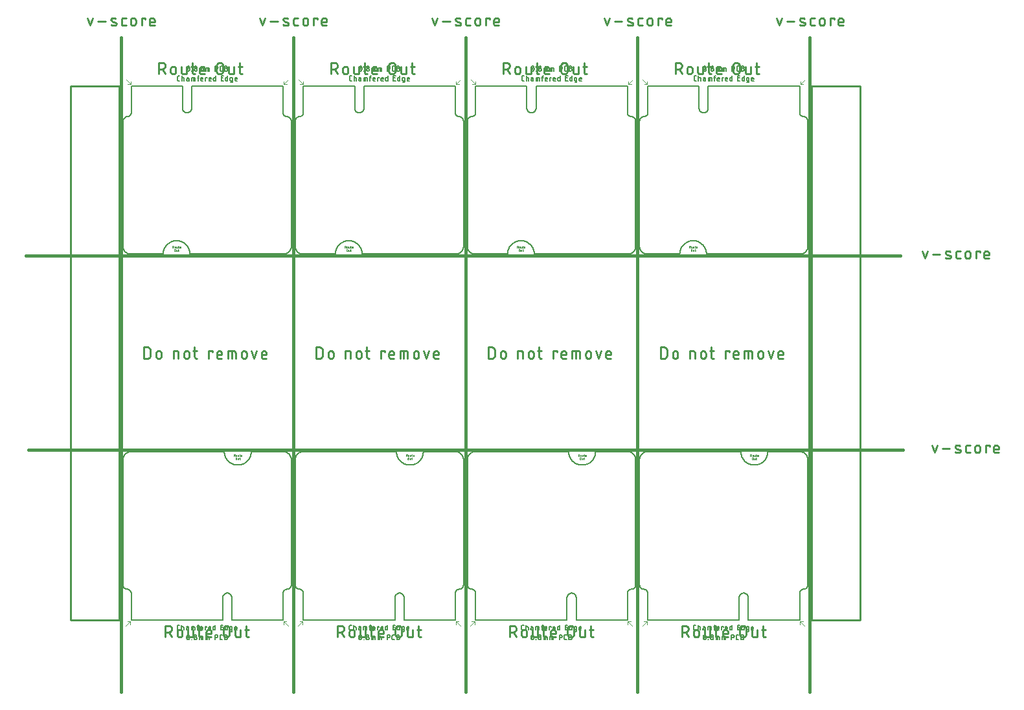
<source format=gko>
G04 EAGLE Gerber RS-274X export*
G75*
%MOMM*%
%FSLAX34Y34*%
%LPD*%
%IN*%
%IPPOS*%
%AMOC8*
5,1,8,0,0,1.08239X$1,22.5*%
G01*
%ADD10C,0.127000*%
%ADD11C,0.279400*%
%ADD12C,0.381000*%
%ADD13C,0.254000*%
%ADD14C,0.101600*%
%ADD15C,0.025400*%


D10*
X209250Y0D02*
X142250Y0D01*
X130250Y0D02*
X10750Y0D01*
X10750Y35000D01*
X209250Y35000D02*
X209250Y0D01*
X209250Y35000D02*
X209254Y35140D01*
X209263Y35280D01*
X209275Y35420D01*
X209291Y35559D01*
X209311Y35698D01*
X209334Y35836D01*
X209362Y35974D01*
X209393Y36110D01*
X209428Y36246D01*
X209467Y36381D01*
X209509Y36515D01*
X209555Y36647D01*
X209605Y36778D01*
X209658Y36908D01*
X209715Y37036D01*
X209775Y37163D01*
X209838Y37288D01*
X209906Y37411D01*
X209976Y37532D01*
X210050Y37651D01*
X210127Y37769D01*
X210207Y37884D01*
X210290Y37996D01*
X210377Y38107D01*
X210466Y38215D01*
X210558Y38320D01*
X210653Y38423D01*
X210751Y38524D01*
X210852Y38621D01*
X210955Y38716D01*
X211061Y38808D01*
X211170Y38897D01*
X211280Y38983D01*
X211393Y39066D01*
X211509Y39146D01*
X211626Y39222D01*
X211746Y39296D01*
X211867Y39366D01*
X211991Y39432D01*
X212116Y39495D01*
X212243Y39555D01*
X212371Y39611D01*
X212501Y39664D01*
X212632Y39713D01*
X212765Y39759D01*
X212899Y39801D01*
X213034Y39839D01*
X213170Y39873D01*
X213306Y39904D01*
X213444Y39931D01*
X213582Y39954D01*
X213721Y39973D01*
X213861Y39989D01*
X214000Y40001D01*
X10750Y35000D02*
X10744Y35142D01*
X10734Y35285D01*
X10720Y35426D01*
X10702Y35568D01*
X10681Y35709D01*
X10655Y35849D01*
X10626Y35988D01*
X10593Y36127D01*
X10556Y36264D01*
X10515Y36401D01*
X10470Y36536D01*
X10422Y36670D01*
X10370Y36803D01*
X10314Y36934D01*
X10255Y37064D01*
X10192Y37192D01*
X10126Y37318D01*
X10056Y37442D01*
X9983Y37564D01*
X9907Y37684D01*
X9827Y37802D01*
X9744Y37918D01*
X9658Y38032D01*
X9569Y38143D01*
X9476Y38251D01*
X9381Y38357D01*
X9283Y38461D01*
X9182Y38561D01*
X9078Y38659D01*
X8972Y38754D01*
X8863Y38846D01*
X8752Y38934D01*
X8638Y39020D01*
X8522Y39103D01*
X8403Y39182D01*
X8283Y39258D01*
X8160Y39331D01*
X8036Y39400D01*
X7909Y39466D01*
X7781Y39528D01*
X7651Y39587D01*
X7520Y39642D01*
X7387Y39693D01*
X7253Y39741D01*
X7117Y39785D01*
X6981Y39825D01*
X6843Y39862D01*
X6704Y39894D01*
X6565Y39923D01*
X6424Y39948D01*
X6284Y39969D01*
X6142Y39986D01*
X6000Y40000D01*
X167500Y220000D02*
X210000Y220000D01*
X167500Y220000D02*
X167495Y219574D01*
X167479Y219148D01*
X167453Y218723D01*
X167417Y218298D01*
X167370Y217874D01*
X167314Y217452D01*
X167246Y217031D01*
X167169Y216612D01*
X167081Y216195D01*
X166984Y215780D01*
X166876Y215368D01*
X166758Y214958D01*
X166630Y214552D01*
X166493Y214148D01*
X166345Y213748D01*
X166188Y213352D01*
X166022Y212960D01*
X165845Y212572D01*
X165660Y212188D01*
X165465Y211809D01*
X165261Y211435D01*
X165048Y211066D01*
X164826Y210702D01*
X164595Y210344D01*
X164356Y209992D01*
X164108Y209645D01*
X163851Y209304D01*
X163587Y208970D01*
X163314Y208643D01*
X163034Y208322D01*
X162745Y208008D01*
X162449Y207701D01*
X162146Y207402D01*
X161836Y207110D01*
X161519Y206825D01*
X161194Y206549D01*
X160863Y206280D01*
X160526Y206020D01*
X160183Y205767D01*
X159833Y205524D01*
X159478Y205289D01*
X159116Y205062D01*
X158750Y204845D01*
X158378Y204636D01*
X158002Y204437D01*
X157620Y204246D01*
X157235Y204065D01*
X156844Y203894D01*
X156450Y203732D01*
X156052Y203580D01*
X155650Y203437D01*
X155245Y203305D01*
X154837Y203182D01*
X154426Y203069D01*
X154013Y202966D01*
X153597Y202874D01*
X153179Y202791D01*
X152759Y202719D01*
X152337Y202657D01*
X151914Y202605D01*
X151490Y202564D01*
X151065Y202532D01*
X150639Y202512D01*
X150213Y202501D01*
X149787Y202501D01*
X149361Y202512D01*
X148935Y202532D01*
X148510Y202564D01*
X148086Y202605D01*
X147663Y202657D01*
X147241Y202719D01*
X146821Y202791D01*
X146403Y202874D01*
X145987Y202966D01*
X145574Y203069D01*
X145163Y203182D01*
X144755Y203305D01*
X144350Y203437D01*
X143948Y203580D01*
X143550Y203732D01*
X143156Y203894D01*
X142765Y204065D01*
X142380Y204246D01*
X141998Y204437D01*
X141622Y204636D01*
X141250Y204845D01*
X140884Y205062D01*
X140522Y205289D01*
X140167Y205524D01*
X139817Y205767D01*
X139474Y206020D01*
X139137Y206280D01*
X138806Y206549D01*
X138481Y206825D01*
X138164Y207110D01*
X137854Y207402D01*
X137551Y207701D01*
X137255Y208008D01*
X136966Y208322D01*
X136686Y208643D01*
X136413Y208970D01*
X136149Y209304D01*
X135892Y209645D01*
X135644Y209992D01*
X135405Y210344D01*
X135174Y210702D01*
X134952Y211066D01*
X134739Y211435D01*
X134535Y211809D01*
X134340Y212188D01*
X134155Y212572D01*
X133978Y212960D01*
X133812Y213352D01*
X133655Y213748D01*
X133507Y214148D01*
X133370Y214552D01*
X133242Y214958D01*
X133124Y215368D01*
X133016Y215780D01*
X132919Y216195D01*
X132831Y216612D01*
X132754Y217031D01*
X132686Y217452D01*
X132630Y217874D01*
X132583Y218298D01*
X132547Y218723D01*
X132521Y219148D01*
X132505Y219574D01*
X132500Y220000D01*
X10000Y220000D01*
X0Y210000D02*
X0Y46000D01*
X142250Y29000D02*
X142250Y0D01*
X130250Y0D02*
X130250Y29000D01*
X130252Y29153D01*
X130258Y29306D01*
X130268Y29459D01*
X130281Y29612D01*
X130299Y29764D01*
X130320Y29916D01*
X130346Y30067D01*
X130375Y30217D01*
X130408Y30367D01*
X130445Y30516D01*
X130485Y30664D01*
X130530Y30810D01*
X130578Y30956D01*
X130630Y31100D01*
X130685Y31243D01*
X130744Y31384D01*
X130807Y31524D01*
X130873Y31662D01*
X130943Y31799D01*
X131016Y31933D01*
X131093Y32066D01*
X131173Y32197D01*
X131256Y32325D01*
X131342Y32452D01*
X131432Y32576D01*
X131525Y32698D01*
X131621Y32817D01*
X131720Y32934D01*
X131822Y33049D01*
X131927Y33161D01*
X132035Y33270D01*
X132145Y33376D01*
X132258Y33479D01*
X132374Y33580D01*
X132492Y33677D01*
X132613Y33772D01*
X132736Y33863D01*
X132861Y33951D01*
X132989Y34036D01*
X133118Y34118D01*
X133250Y34196D01*
X133384Y34271D01*
X133519Y34343D01*
X133657Y34411D01*
X133796Y34475D01*
X133936Y34536D01*
X134078Y34593D01*
X134222Y34647D01*
X134367Y34697D01*
X134513Y34743D01*
X134660Y34786D01*
X134808Y34824D01*
X134958Y34859D01*
X135108Y34890D01*
X135258Y34918D01*
X135410Y34941D01*
X135562Y34960D01*
X135714Y34976D01*
X135867Y34988D01*
X136020Y34996D01*
X136173Y35000D01*
X136327Y35000D01*
X136480Y34996D01*
X136633Y34988D01*
X136786Y34976D01*
X136938Y34960D01*
X137090Y34941D01*
X137242Y34918D01*
X137392Y34890D01*
X137542Y34859D01*
X137692Y34824D01*
X137840Y34786D01*
X137987Y34743D01*
X138133Y34697D01*
X138278Y34647D01*
X138422Y34593D01*
X138564Y34536D01*
X138704Y34475D01*
X138843Y34411D01*
X138981Y34343D01*
X139116Y34271D01*
X139250Y34196D01*
X139382Y34118D01*
X139511Y34036D01*
X139639Y33951D01*
X139764Y33863D01*
X139887Y33772D01*
X140008Y33677D01*
X140126Y33580D01*
X140242Y33479D01*
X140355Y33376D01*
X140465Y33270D01*
X140573Y33161D01*
X140678Y33049D01*
X140780Y32934D01*
X140879Y32817D01*
X140975Y32698D01*
X141068Y32576D01*
X141158Y32452D01*
X141244Y32325D01*
X141327Y32197D01*
X141407Y32066D01*
X141484Y31933D01*
X141557Y31799D01*
X141627Y31662D01*
X141693Y31524D01*
X141756Y31384D01*
X141815Y31243D01*
X141870Y31100D01*
X141922Y30956D01*
X141970Y30810D01*
X142015Y30664D01*
X142055Y30516D01*
X142092Y30367D01*
X142125Y30217D01*
X142154Y30067D01*
X142180Y29916D01*
X142201Y29764D01*
X142219Y29612D01*
X142232Y29459D01*
X142242Y29306D01*
X142248Y29153D01*
X142250Y29000D01*
X220000Y46000D02*
X220000Y210000D01*
X220001Y46000D02*
X219994Y45844D01*
X219984Y45688D01*
X219970Y45533D01*
X219952Y45378D01*
X219930Y45224D01*
X219904Y45070D01*
X219874Y44917D01*
X219840Y44765D01*
X219803Y44614D01*
X219762Y44463D01*
X219717Y44314D01*
X219668Y44166D01*
X219615Y44019D01*
X219559Y43874D01*
X219499Y43730D01*
X219436Y43587D01*
X219369Y43447D01*
X219298Y43308D01*
X219224Y43170D01*
X219146Y43035D01*
X219066Y42902D01*
X218981Y42771D01*
X218894Y42642D01*
X218803Y42515D01*
X218709Y42390D01*
X218612Y42268D01*
X218512Y42149D01*
X218409Y42032D01*
X218303Y41918D01*
X218194Y41806D01*
X218082Y41697D01*
X217968Y41591D01*
X217851Y41488D01*
X217732Y41388D01*
X217610Y41291D01*
X217485Y41197D01*
X217358Y41106D01*
X217229Y41019D01*
X217098Y40934D01*
X216965Y40854D01*
X216830Y40776D01*
X216692Y40702D01*
X216553Y40631D01*
X216413Y40564D01*
X216270Y40501D01*
X216126Y40441D01*
X215981Y40385D01*
X215834Y40332D01*
X215686Y40283D01*
X215537Y40238D01*
X215386Y40197D01*
X215235Y40160D01*
X215083Y40126D01*
X214930Y40096D01*
X214776Y40070D01*
X214622Y40048D01*
X214467Y40030D01*
X214312Y40016D01*
X214156Y40006D01*
X214000Y39999D01*
X6000Y39999D02*
X5844Y40006D01*
X5688Y40016D01*
X5533Y40030D01*
X5378Y40048D01*
X5224Y40070D01*
X5070Y40096D01*
X4917Y40126D01*
X4765Y40160D01*
X4614Y40197D01*
X4463Y40238D01*
X4314Y40283D01*
X4166Y40332D01*
X4019Y40385D01*
X3874Y40441D01*
X3730Y40501D01*
X3587Y40564D01*
X3447Y40631D01*
X3308Y40702D01*
X3170Y40776D01*
X3035Y40854D01*
X2902Y40934D01*
X2771Y41019D01*
X2642Y41106D01*
X2515Y41197D01*
X2390Y41291D01*
X2268Y41388D01*
X2149Y41488D01*
X2032Y41591D01*
X1918Y41697D01*
X1806Y41806D01*
X1697Y41918D01*
X1591Y42032D01*
X1488Y42149D01*
X1388Y42268D01*
X1291Y42390D01*
X1197Y42515D01*
X1106Y42642D01*
X1019Y42771D01*
X934Y42902D01*
X854Y43035D01*
X776Y43170D01*
X702Y43308D01*
X631Y43447D01*
X564Y43587D01*
X501Y43730D01*
X441Y43874D01*
X385Y44019D01*
X332Y44166D01*
X283Y44314D01*
X238Y44463D01*
X197Y44614D01*
X160Y44765D01*
X126Y44917D01*
X96Y45070D01*
X70Y45224D01*
X48Y45378D01*
X30Y45533D01*
X16Y45688D01*
X6Y45844D01*
X-1Y46000D01*
X210000Y220000D02*
X210248Y219991D01*
X210495Y219976D01*
X210742Y219955D01*
X210988Y219928D01*
X211233Y219895D01*
X211478Y219856D01*
X211722Y219812D01*
X211964Y219761D01*
X212205Y219705D01*
X212445Y219642D01*
X212683Y219574D01*
X212920Y219501D01*
X213154Y219421D01*
X213387Y219336D01*
X213617Y219246D01*
X213846Y219149D01*
X214072Y219048D01*
X214295Y218941D01*
X214516Y218828D01*
X214734Y218710D01*
X214949Y218587D01*
X215160Y218459D01*
X215369Y218326D01*
X215575Y218188D01*
X215777Y218045D01*
X215976Y217897D01*
X216171Y217744D01*
X216362Y217586D01*
X216549Y217424D01*
X216733Y217258D01*
X216912Y217087D01*
X217087Y216912D01*
X217258Y216733D01*
X217424Y216549D01*
X217586Y216362D01*
X217744Y216171D01*
X217897Y215976D01*
X218045Y215777D01*
X218188Y215575D01*
X218326Y215369D01*
X218459Y215160D01*
X218587Y214949D01*
X218710Y214734D01*
X218828Y214516D01*
X218941Y214295D01*
X219048Y214072D01*
X219149Y213846D01*
X219246Y213617D01*
X219336Y213387D01*
X219421Y213154D01*
X219501Y212920D01*
X219574Y212683D01*
X219642Y212445D01*
X219705Y212205D01*
X219761Y211964D01*
X219812Y211722D01*
X219856Y211478D01*
X219895Y211233D01*
X219928Y210988D01*
X219955Y210742D01*
X219976Y210495D01*
X219991Y210248D01*
X220000Y210000D01*
X10000Y220000D02*
X9752Y219991D01*
X9505Y219976D01*
X9258Y219955D01*
X9012Y219928D01*
X8767Y219895D01*
X8522Y219856D01*
X8278Y219812D01*
X8036Y219761D01*
X7795Y219705D01*
X7555Y219642D01*
X7317Y219574D01*
X7080Y219501D01*
X6846Y219421D01*
X6613Y219336D01*
X6383Y219246D01*
X6154Y219149D01*
X5928Y219048D01*
X5705Y218941D01*
X5484Y218828D01*
X5266Y218710D01*
X5051Y218587D01*
X4840Y218459D01*
X4631Y218326D01*
X4425Y218188D01*
X4223Y218045D01*
X4024Y217897D01*
X3829Y217744D01*
X3638Y217586D01*
X3451Y217424D01*
X3267Y217258D01*
X3088Y217087D01*
X2913Y216912D01*
X2742Y216733D01*
X2576Y216549D01*
X2414Y216362D01*
X2256Y216171D01*
X2103Y215976D01*
X1955Y215777D01*
X1812Y215575D01*
X1674Y215369D01*
X1541Y215160D01*
X1413Y214949D01*
X1290Y214734D01*
X1172Y214516D01*
X1059Y214295D01*
X952Y214072D01*
X851Y213846D01*
X754Y213617D01*
X664Y213387D01*
X579Y213154D01*
X499Y212920D01*
X426Y212683D01*
X358Y212445D01*
X295Y212205D01*
X239Y211964D01*
X188Y211722D01*
X144Y211478D01*
X105Y211233D01*
X72Y210988D01*
X45Y210742D01*
X24Y210495D01*
X9Y210248D01*
X0Y210000D01*
X132500Y220000D02*
X132505Y219574D01*
X132521Y219148D01*
X132547Y218723D01*
X132583Y218298D01*
X132630Y217874D01*
X132686Y217452D01*
X132754Y217031D01*
X132831Y216612D01*
X132919Y216195D01*
X133016Y215780D01*
X133124Y215368D01*
X133242Y214958D01*
X133370Y214552D01*
X133507Y214148D01*
X133655Y213748D01*
X133812Y213352D01*
X133978Y212960D01*
X134155Y212572D01*
X134340Y212188D01*
X134535Y211809D01*
X134739Y211435D01*
X134952Y211066D01*
X135174Y210702D01*
X135405Y210344D01*
X135644Y209992D01*
X135892Y209645D01*
X136149Y209304D01*
X136413Y208970D01*
X136686Y208643D01*
X136966Y208322D01*
X137255Y208008D01*
X137551Y207701D01*
X137854Y207402D01*
X138164Y207110D01*
X138481Y206825D01*
X138806Y206549D01*
X139137Y206280D01*
X139474Y206020D01*
X139817Y205767D01*
X140167Y205524D01*
X140522Y205289D01*
X140884Y205062D01*
X141250Y204845D01*
X141622Y204636D01*
X141998Y204437D01*
X142380Y204246D01*
X142765Y204065D01*
X143156Y203894D01*
X143550Y203732D01*
X143948Y203580D01*
X144350Y203437D01*
X144755Y203305D01*
X145163Y203182D01*
X145574Y203069D01*
X145987Y202966D01*
X146403Y202874D01*
X146821Y202791D01*
X147241Y202719D01*
X147663Y202657D01*
X148086Y202605D01*
X148510Y202564D01*
X148935Y202532D01*
X149361Y202512D01*
X149787Y202501D01*
X150213Y202501D01*
X150639Y202512D01*
X151065Y202532D01*
X151490Y202564D01*
X151914Y202605D01*
X152337Y202657D01*
X152759Y202719D01*
X153179Y202791D01*
X153597Y202874D01*
X154013Y202966D01*
X154426Y203069D01*
X154837Y203182D01*
X155245Y203305D01*
X155650Y203437D01*
X156052Y203580D01*
X156450Y203732D01*
X156844Y203894D01*
X157235Y204065D01*
X157620Y204246D01*
X158002Y204437D01*
X158378Y204636D01*
X158750Y204845D01*
X159116Y205062D01*
X159478Y205289D01*
X159833Y205524D01*
X160183Y205767D01*
X160526Y206020D01*
X160863Y206280D01*
X161194Y206549D01*
X161519Y206825D01*
X161836Y207110D01*
X162146Y207402D01*
X162449Y207701D01*
X162745Y208008D01*
X163034Y208322D01*
X163314Y208643D01*
X163587Y208970D01*
X163851Y209304D01*
X164108Y209645D01*
X164356Y209992D01*
X164595Y210344D01*
X164826Y210702D01*
X165048Y211066D01*
X165261Y211435D01*
X165465Y211809D01*
X165660Y212188D01*
X165845Y212572D01*
X166022Y212960D01*
X166188Y213352D01*
X166345Y213748D01*
X166493Y214148D01*
X166630Y214552D01*
X166758Y214958D01*
X166876Y215368D01*
X166984Y215780D01*
X167081Y216195D01*
X167169Y216612D01*
X167246Y217031D01*
X167314Y217452D01*
X167370Y217874D01*
X167417Y218298D01*
X167453Y218723D01*
X167479Y219148D01*
X167495Y219574D01*
X167500Y220000D01*
D11*
X55511Y-7747D02*
X55511Y-22733D01*
X55511Y-7747D02*
X59674Y-7747D01*
X59802Y-7749D01*
X59930Y-7755D01*
X60058Y-7765D01*
X60186Y-7779D01*
X60313Y-7796D01*
X60439Y-7818D01*
X60565Y-7843D01*
X60689Y-7873D01*
X60813Y-7906D01*
X60936Y-7943D01*
X61058Y-7984D01*
X61178Y-8028D01*
X61297Y-8076D01*
X61414Y-8128D01*
X61530Y-8183D01*
X61643Y-8242D01*
X61756Y-8305D01*
X61866Y-8371D01*
X61973Y-8440D01*
X62079Y-8512D01*
X62183Y-8588D01*
X62284Y-8667D01*
X62383Y-8749D01*
X62479Y-8834D01*
X62572Y-8921D01*
X62663Y-9012D01*
X62750Y-9105D01*
X62835Y-9201D01*
X62917Y-9300D01*
X62996Y-9401D01*
X63072Y-9505D01*
X63144Y-9611D01*
X63213Y-9718D01*
X63279Y-9829D01*
X63342Y-9941D01*
X63401Y-10054D01*
X63456Y-10170D01*
X63508Y-10287D01*
X63556Y-10406D01*
X63600Y-10526D01*
X63641Y-10648D01*
X63678Y-10771D01*
X63711Y-10895D01*
X63741Y-11019D01*
X63766Y-11145D01*
X63788Y-11271D01*
X63805Y-11398D01*
X63819Y-11526D01*
X63829Y-11654D01*
X63835Y-11782D01*
X63837Y-11910D01*
X63835Y-12038D01*
X63829Y-12166D01*
X63819Y-12294D01*
X63805Y-12422D01*
X63788Y-12549D01*
X63766Y-12675D01*
X63741Y-12801D01*
X63711Y-12925D01*
X63678Y-13049D01*
X63641Y-13172D01*
X63600Y-13294D01*
X63556Y-13414D01*
X63508Y-13533D01*
X63456Y-13650D01*
X63401Y-13766D01*
X63342Y-13879D01*
X63279Y-13992D01*
X63213Y-14102D01*
X63144Y-14209D01*
X63072Y-14315D01*
X62996Y-14419D01*
X62917Y-14520D01*
X62835Y-14619D01*
X62750Y-14715D01*
X62663Y-14808D01*
X62572Y-14899D01*
X62479Y-14986D01*
X62383Y-15071D01*
X62284Y-15153D01*
X62183Y-15232D01*
X62079Y-15308D01*
X61973Y-15380D01*
X61866Y-15449D01*
X61755Y-15515D01*
X61643Y-15578D01*
X61530Y-15637D01*
X61414Y-15692D01*
X61297Y-15744D01*
X61178Y-15792D01*
X61058Y-15836D01*
X60936Y-15877D01*
X60813Y-15914D01*
X60689Y-15947D01*
X60565Y-15977D01*
X60439Y-16002D01*
X60313Y-16024D01*
X60186Y-16041D01*
X60058Y-16055D01*
X59930Y-16065D01*
X59802Y-16071D01*
X59674Y-16073D01*
X55511Y-16073D01*
X60507Y-16073D02*
X63837Y-22733D01*
X70795Y-19403D02*
X70795Y-16073D01*
X70797Y-15959D01*
X70803Y-15846D01*
X70812Y-15732D01*
X70826Y-15620D01*
X70843Y-15507D01*
X70865Y-15395D01*
X70890Y-15285D01*
X70918Y-15175D01*
X70951Y-15066D01*
X70987Y-14958D01*
X71027Y-14851D01*
X71071Y-14746D01*
X71118Y-14643D01*
X71168Y-14541D01*
X71222Y-14441D01*
X71280Y-14343D01*
X71341Y-14247D01*
X71404Y-14153D01*
X71472Y-14061D01*
X71542Y-13971D01*
X71615Y-13885D01*
X71691Y-13800D01*
X71770Y-13718D01*
X71852Y-13639D01*
X71937Y-13563D01*
X72023Y-13490D01*
X72113Y-13420D01*
X72205Y-13352D01*
X72299Y-13289D01*
X72395Y-13228D01*
X72493Y-13170D01*
X72593Y-13116D01*
X72695Y-13066D01*
X72798Y-13019D01*
X72903Y-12975D01*
X73010Y-12935D01*
X73118Y-12899D01*
X73227Y-12866D01*
X73337Y-12838D01*
X73447Y-12813D01*
X73559Y-12791D01*
X73672Y-12774D01*
X73784Y-12760D01*
X73898Y-12751D01*
X74011Y-12745D01*
X74125Y-12743D01*
X74239Y-12745D01*
X74352Y-12751D01*
X74466Y-12760D01*
X74578Y-12774D01*
X74691Y-12791D01*
X74803Y-12813D01*
X74913Y-12838D01*
X75023Y-12866D01*
X75132Y-12899D01*
X75240Y-12935D01*
X75347Y-12975D01*
X75452Y-13019D01*
X75555Y-13066D01*
X75657Y-13116D01*
X75757Y-13170D01*
X75855Y-13228D01*
X75951Y-13289D01*
X76045Y-13352D01*
X76137Y-13420D01*
X76227Y-13490D01*
X76313Y-13563D01*
X76398Y-13639D01*
X76480Y-13718D01*
X76559Y-13800D01*
X76635Y-13885D01*
X76708Y-13971D01*
X76778Y-14061D01*
X76846Y-14153D01*
X76909Y-14247D01*
X76970Y-14343D01*
X77028Y-14441D01*
X77082Y-14541D01*
X77132Y-14643D01*
X77179Y-14746D01*
X77223Y-14851D01*
X77263Y-14958D01*
X77299Y-15066D01*
X77332Y-15175D01*
X77360Y-15285D01*
X77385Y-15395D01*
X77407Y-15507D01*
X77424Y-15620D01*
X77438Y-15732D01*
X77447Y-15846D01*
X77453Y-15959D01*
X77455Y-16073D01*
X77455Y-19403D01*
X77453Y-19517D01*
X77447Y-19630D01*
X77438Y-19744D01*
X77424Y-19856D01*
X77407Y-19969D01*
X77385Y-20081D01*
X77360Y-20191D01*
X77332Y-20301D01*
X77299Y-20410D01*
X77263Y-20518D01*
X77223Y-20625D01*
X77179Y-20730D01*
X77132Y-20833D01*
X77082Y-20935D01*
X77028Y-21035D01*
X76970Y-21133D01*
X76909Y-21229D01*
X76846Y-21323D01*
X76778Y-21415D01*
X76708Y-21505D01*
X76635Y-21591D01*
X76559Y-21676D01*
X76480Y-21758D01*
X76398Y-21837D01*
X76313Y-21913D01*
X76227Y-21986D01*
X76137Y-22056D01*
X76045Y-22124D01*
X75951Y-22187D01*
X75855Y-22248D01*
X75757Y-22306D01*
X75657Y-22360D01*
X75555Y-22410D01*
X75452Y-22457D01*
X75347Y-22501D01*
X75240Y-22541D01*
X75132Y-22577D01*
X75023Y-22610D01*
X74913Y-22638D01*
X74803Y-22663D01*
X74691Y-22685D01*
X74578Y-22702D01*
X74466Y-22716D01*
X74352Y-22725D01*
X74239Y-22731D01*
X74125Y-22733D01*
X74011Y-22731D01*
X73898Y-22725D01*
X73784Y-22716D01*
X73672Y-22702D01*
X73559Y-22685D01*
X73447Y-22663D01*
X73337Y-22638D01*
X73227Y-22610D01*
X73118Y-22577D01*
X73010Y-22541D01*
X72903Y-22501D01*
X72798Y-22457D01*
X72695Y-22410D01*
X72593Y-22360D01*
X72493Y-22306D01*
X72395Y-22248D01*
X72299Y-22187D01*
X72205Y-22124D01*
X72113Y-22056D01*
X72023Y-21986D01*
X71937Y-21913D01*
X71852Y-21837D01*
X71770Y-21758D01*
X71691Y-21676D01*
X71615Y-21591D01*
X71542Y-21505D01*
X71472Y-21415D01*
X71404Y-21323D01*
X71341Y-21229D01*
X71280Y-21133D01*
X71222Y-21035D01*
X71168Y-20935D01*
X71118Y-20833D01*
X71071Y-20730D01*
X71027Y-20625D01*
X70987Y-20518D01*
X70951Y-20410D01*
X70918Y-20301D01*
X70890Y-20191D01*
X70865Y-20081D01*
X70843Y-19969D01*
X70826Y-19856D01*
X70812Y-19744D01*
X70803Y-19630D01*
X70797Y-19517D01*
X70795Y-19403D01*
X84863Y-20235D02*
X84863Y-12742D01*
X84863Y-20235D02*
X84865Y-20333D01*
X84871Y-20431D01*
X84880Y-20529D01*
X84894Y-20626D01*
X84911Y-20722D01*
X84932Y-20818D01*
X84957Y-20913D01*
X84985Y-21007D01*
X85017Y-21100D01*
X85053Y-21191D01*
X85092Y-21281D01*
X85135Y-21369D01*
X85182Y-21456D01*
X85231Y-21540D01*
X85284Y-21623D01*
X85340Y-21703D01*
X85399Y-21782D01*
X85462Y-21857D01*
X85527Y-21931D01*
X85595Y-22001D01*
X85665Y-22069D01*
X85739Y-22135D01*
X85815Y-22197D01*
X85893Y-22256D01*
X85973Y-22312D01*
X86056Y-22365D01*
X86140Y-22415D01*
X86227Y-22461D01*
X86315Y-22504D01*
X86405Y-22543D01*
X86496Y-22579D01*
X86589Y-22611D01*
X86683Y-22639D01*
X86778Y-22664D01*
X86874Y-22685D01*
X86970Y-22702D01*
X87067Y-22716D01*
X87165Y-22725D01*
X87263Y-22731D01*
X87361Y-22733D01*
X91524Y-22733D01*
X91524Y-12742D01*
X97504Y-12742D02*
X102500Y-12742D01*
X99169Y-7747D02*
X99169Y-20235D01*
X99171Y-20333D01*
X99177Y-20431D01*
X99186Y-20529D01*
X99200Y-20626D01*
X99217Y-20722D01*
X99238Y-20818D01*
X99263Y-20913D01*
X99291Y-21007D01*
X99323Y-21100D01*
X99359Y-21191D01*
X99398Y-21281D01*
X99441Y-21369D01*
X99488Y-21456D01*
X99537Y-21540D01*
X99590Y-21623D01*
X99646Y-21703D01*
X99705Y-21782D01*
X99768Y-21857D01*
X99833Y-21931D01*
X99901Y-22001D01*
X99971Y-22069D01*
X100045Y-22135D01*
X100121Y-22197D01*
X100199Y-22256D01*
X100279Y-22312D01*
X100362Y-22365D01*
X100446Y-22415D01*
X100533Y-22461D01*
X100621Y-22504D01*
X100711Y-22543D01*
X100802Y-22579D01*
X100895Y-22611D01*
X100989Y-22639D01*
X101084Y-22664D01*
X101180Y-22685D01*
X101276Y-22702D01*
X101373Y-22716D01*
X101471Y-22725D01*
X101569Y-22731D01*
X101667Y-22733D01*
X102500Y-22733D01*
X111329Y-22733D02*
X115491Y-22733D01*
X111329Y-22733D02*
X111231Y-22731D01*
X111133Y-22725D01*
X111035Y-22716D01*
X110938Y-22702D01*
X110842Y-22685D01*
X110746Y-22664D01*
X110651Y-22639D01*
X110557Y-22611D01*
X110464Y-22579D01*
X110373Y-22543D01*
X110283Y-22504D01*
X110195Y-22461D01*
X110108Y-22414D01*
X110024Y-22365D01*
X109941Y-22312D01*
X109861Y-22256D01*
X109783Y-22197D01*
X109707Y-22135D01*
X109633Y-22069D01*
X109563Y-22001D01*
X109495Y-21931D01*
X109430Y-21857D01*
X109367Y-21782D01*
X109308Y-21703D01*
X109252Y-21623D01*
X109199Y-21540D01*
X109150Y-21456D01*
X109103Y-21369D01*
X109060Y-21281D01*
X109021Y-21191D01*
X108985Y-21100D01*
X108953Y-21007D01*
X108925Y-20913D01*
X108900Y-20818D01*
X108879Y-20722D01*
X108862Y-20626D01*
X108848Y-20529D01*
X108839Y-20431D01*
X108833Y-20333D01*
X108831Y-20235D01*
X108831Y-16073D01*
X108833Y-15959D01*
X108839Y-15846D01*
X108848Y-15732D01*
X108862Y-15620D01*
X108879Y-15507D01*
X108901Y-15395D01*
X108926Y-15285D01*
X108954Y-15175D01*
X108987Y-15066D01*
X109023Y-14958D01*
X109063Y-14851D01*
X109107Y-14746D01*
X109154Y-14643D01*
X109204Y-14541D01*
X109258Y-14441D01*
X109316Y-14343D01*
X109377Y-14247D01*
X109440Y-14153D01*
X109508Y-14061D01*
X109578Y-13971D01*
X109651Y-13885D01*
X109727Y-13800D01*
X109806Y-13718D01*
X109888Y-13639D01*
X109973Y-13563D01*
X110059Y-13490D01*
X110149Y-13420D01*
X110241Y-13352D01*
X110335Y-13289D01*
X110431Y-13228D01*
X110529Y-13170D01*
X110629Y-13116D01*
X110731Y-13066D01*
X110834Y-13019D01*
X110939Y-12975D01*
X111046Y-12935D01*
X111154Y-12899D01*
X111263Y-12866D01*
X111373Y-12838D01*
X111483Y-12813D01*
X111595Y-12791D01*
X111708Y-12774D01*
X111820Y-12760D01*
X111934Y-12751D01*
X112047Y-12745D01*
X112161Y-12743D01*
X112275Y-12745D01*
X112388Y-12751D01*
X112502Y-12760D01*
X112614Y-12774D01*
X112727Y-12791D01*
X112839Y-12813D01*
X112949Y-12838D01*
X113059Y-12866D01*
X113168Y-12899D01*
X113276Y-12935D01*
X113383Y-12975D01*
X113488Y-13019D01*
X113591Y-13066D01*
X113693Y-13116D01*
X113793Y-13170D01*
X113891Y-13228D01*
X113987Y-13289D01*
X114081Y-13352D01*
X114173Y-13420D01*
X114263Y-13490D01*
X114349Y-13563D01*
X114434Y-13639D01*
X114516Y-13718D01*
X114595Y-13800D01*
X114671Y-13885D01*
X114744Y-13971D01*
X114814Y-14061D01*
X114882Y-14153D01*
X114945Y-14247D01*
X115006Y-14343D01*
X115064Y-14441D01*
X115118Y-14541D01*
X115168Y-14643D01*
X115215Y-14746D01*
X115259Y-14851D01*
X115299Y-14958D01*
X115335Y-15066D01*
X115368Y-15175D01*
X115396Y-15285D01*
X115421Y-15395D01*
X115443Y-15507D01*
X115460Y-15620D01*
X115474Y-15732D01*
X115483Y-15846D01*
X115489Y-15959D01*
X115491Y-16073D01*
X115491Y-17738D01*
X108831Y-17738D01*
X130924Y-18570D02*
X130924Y-11910D01*
X130926Y-11782D01*
X130932Y-11654D01*
X130942Y-11526D01*
X130956Y-11398D01*
X130973Y-11271D01*
X130995Y-11145D01*
X131020Y-11019D01*
X131050Y-10895D01*
X131083Y-10771D01*
X131120Y-10648D01*
X131161Y-10526D01*
X131205Y-10406D01*
X131253Y-10287D01*
X131305Y-10170D01*
X131360Y-10054D01*
X131419Y-9941D01*
X131482Y-9828D01*
X131548Y-9718D01*
X131617Y-9611D01*
X131689Y-9505D01*
X131765Y-9401D01*
X131844Y-9300D01*
X131926Y-9201D01*
X132011Y-9105D01*
X132098Y-9012D01*
X132189Y-8921D01*
X132282Y-8834D01*
X132378Y-8749D01*
X132477Y-8667D01*
X132578Y-8588D01*
X132682Y-8512D01*
X132788Y-8440D01*
X132895Y-8371D01*
X133006Y-8305D01*
X133118Y-8242D01*
X133231Y-8183D01*
X133347Y-8128D01*
X133464Y-8076D01*
X133583Y-8028D01*
X133703Y-7984D01*
X133825Y-7943D01*
X133948Y-7906D01*
X134072Y-7873D01*
X134196Y-7843D01*
X134322Y-7818D01*
X134448Y-7796D01*
X134575Y-7779D01*
X134703Y-7765D01*
X134831Y-7755D01*
X134959Y-7749D01*
X135087Y-7747D01*
X135215Y-7749D01*
X135343Y-7755D01*
X135471Y-7765D01*
X135599Y-7779D01*
X135726Y-7796D01*
X135852Y-7818D01*
X135978Y-7843D01*
X136102Y-7873D01*
X136226Y-7906D01*
X136349Y-7943D01*
X136471Y-7984D01*
X136591Y-8028D01*
X136710Y-8076D01*
X136827Y-8128D01*
X136943Y-8183D01*
X137056Y-8242D01*
X137169Y-8305D01*
X137279Y-8371D01*
X137386Y-8440D01*
X137492Y-8512D01*
X137596Y-8588D01*
X137697Y-8667D01*
X137796Y-8749D01*
X137892Y-8834D01*
X137985Y-8921D01*
X138076Y-9012D01*
X138163Y-9105D01*
X138248Y-9201D01*
X138330Y-9300D01*
X138409Y-9401D01*
X138485Y-9505D01*
X138557Y-9611D01*
X138626Y-9718D01*
X138692Y-9829D01*
X138755Y-9941D01*
X138814Y-10054D01*
X138869Y-10170D01*
X138921Y-10287D01*
X138969Y-10406D01*
X139013Y-10526D01*
X139054Y-10648D01*
X139091Y-10771D01*
X139124Y-10895D01*
X139154Y-11019D01*
X139179Y-11145D01*
X139201Y-11271D01*
X139218Y-11398D01*
X139232Y-11526D01*
X139242Y-11654D01*
X139248Y-11782D01*
X139250Y-11910D01*
X139250Y-18570D01*
X139248Y-18698D01*
X139242Y-18826D01*
X139232Y-18954D01*
X139218Y-19082D01*
X139201Y-19209D01*
X139179Y-19335D01*
X139154Y-19461D01*
X139124Y-19585D01*
X139091Y-19709D01*
X139054Y-19832D01*
X139013Y-19954D01*
X138969Y-20074D01*
X138921Y-20193D01*
X138869Y-20310D01*
X138814Y-20426D01*
X138755Y-20539D01*
X138692Y-20652D01*
X138626Y-20762D01*
X138557Y-20869D01*
X138485Y-20975D01*
X138409Y-21079D01*
X138330Y-21180D01*
X138248Y-21279D01*
X138163Y-21375D01*
X138076Y-21468D01*
X137985Y-21559D01*
X137892Y-21646D01*
X137796Y-21731D01*
X137697Y-21813D01*
X137596Y-21892D01*
X137492Y-21968D01*
X137386Y-22040D01*
X137279Y-22109D01*
X137168Y-22175D01*
X137056Y-22238D01*
X136943Y-22297D01*
X136827Y-22352D01*
X136710Y-22404D01*
X136591Y-22452D01*
X136471Y-22496D01*
X136349Y-22537D01*
X136226Y-22574D01*
X136102Y-22607D01*
X135978Y-22637D01*
X135852Y-22662D01*
X135726Y-22684D01*
X135599Y-22701D01*
X135471Y-22715D01*
X135343Y-22725D01*
X135215Y-22731D01*
X135087Y-22733D01*
X134959Y-22731D01*
X134831Y-22725D01*
X134703Y-22715D01*
X134575Y-22701D01*
X134448Y-22684D01*
X134322Y-22662D01*
X134196Y-22637D01*
X134072Y-22607D01*
X133948Y-22574D01*
X133825Y-22537D01*
X133703Y-22496D01*
X133583Y-22452D01*
X133464Y-22404D01*
X133347Y-22352D01*
X133231Y-22297D01*
X133118Y-22238D01*
X133006Y-22175D01*
X132895Y-22109D01*
X132788Y-22040D01*
X132682Y-21968D01*
X132578Y-21892D01*
X132477Y-21813D01*
X132378Y-21731D01*
X132282Y-21646D01*
X132189Y-21559D01*
X132098Y-21468D01*
X132011Y-21375D01*
X131926Y-21279D01*
X131844Y-21180D01*
X131765Y-21079D01*
X131689Y-20975D01*
X131617Y-20869D01*
X131548Y-20762D01*
X131482Y-20651D01*
X131419Y-20539D01*
X131360Y-20426D01*
X131305Y-20310D01*
X131253Y-20193D01*
X131205Y-20074D01*
X131161Y-19954D01*
X131120Y-19832D01*
X131083Y-19709D01*
X131050Y-19585D01*
X131020Y-19461D01*
X130995Y-19335D01*
X130973Y-19209D01*
X130956Y-19082D01*
X130942Y-18954D01*
X130932Y-18826D01*
X130926Y-18698D01*
X130924Y-18570D01*
X146867Y-20235D02*
X146867Y-12742D01*
X146867Y-20235D02*
X146869Y-20333D01*
X146875Y-20431D01*
X146884Y-20529D01*
X146898Y-20626D01*
X146915Y-20722D01*
X146936Y-20818D01*
X146961Y-20913D01*
X146989Y-21007D01*
X147021Y-21100D01*
X147057Y-21191D01*
X147096Y-21281D01*
X147139Y-21369D01*
X147186Y-21456D01*
X147235Y-21540D01*
X147288Y-21623D01*
X147344Y-21703D01*
X147403Y-21782D01*
X147466Y-21857D01*
X147531Y-21931D01*
X147599Y-22001D01*
X147669Y-22069D01*
X147743Y-22135D01*
X147819Y-22197D01*
X147897Y-22256D01*
X147977Y-22312D01*
X148060Y-22365D01*
X148144Y-22415D01*
X148231Y-22461D01*
X148319Y-22504D01*
X148409Y-22543D01*
X148500Y-22579D01*
X148593Y-22611D01*
X148687Y-22639D01*
X148782Y-22664D01*
X148878Y-22685D01*
X148974Y-22702D01*
X149071Y-22716D01*
X149169Y-22725D01*
X149267Y-22731D01*
X149365Y-22733D01*
X153527Y-22733D01*
X153527Y-12742D01*
X159508Y-12742D02*
X164503Y-12742D01*
X161173Y-7747D02*
X161173Y-20235D01*
X161175Y-20333D01*
X161181Y-20431D01*
X161190Y-20529D01*
X161204Y-20626D01*
X161221Y-20722D01*
X161242Y-20818D01*
X161267Y-20913D01*
X161295Y-21007D01*
X161327Y-21100D01*
X161363Y-21191D01*
X161402Y-21281D01*
X161445Y-21369D01*
X161492Y-21456D01*
X161541Y-21540D01*
X161594Y-21623D01*
X161650Y-21703D01*
X161709Y-21782D01*
X161772Y-21857D01*
X161837Y-21931D01*
X161905Y-22001D01*
X161975Y-22069D01*
X162049Y-22135D01*
X162125Y-22197D01*
X162203Y-22256D01*
X162283Y-22312D01*
X162366Y-22365D01*
X162450Y-22415D01*
X162537Y-22461D01*
X162625Y-22504D01*
X162715Y-22543D01*
X162806Y-22579D01*
X162899Y-22611D01*
X162993Y-22639D01*
X163088Y-22664D01*
X163184Y-22685D01*
X163280Y-22702D01*
X163377Y-22716D01*
X163475Y-22725D01*
X163573Y-22731D01*
X163671Y-22733D01*
X164503Y-22733D01*
D10*
X367319Y0D02*
X434319Y0D01*
X355319Y0D02*
X235819Y0D01*
X235819Y35000D01*
X434319Y35000D02*
X434319Y0D01*
X434319Y35000D02*
X434323Y35140D01*
X434332Y35280D01*
X434344Y35420D01*
X434360Y35559D01*
X434380Y35698D01*
X434403Y35836D01*
X434431Y35974D01*
X434462Y36110D01*
X434497Y36246D01*
X434536Y36381D01*
X434578Y36515D01*
X434624Y36647D01*
X434674Y36778D01*
X434727Y36908D01*
X434784Y37036D01*
X434844Y37163D01*
X434907Y37288D01*
X434975Y37411D01*
X435045Y37532D01*
X435119Y37651D01*
X435196Y37769D01*
X435276Y37884D01*
X435359Y37996D01*
X435446Y38107D01*
X435535Y38215D01*
X435627Y38320D01*
X435722Y38423D01*
X435820Y38524D01*
X435921Y38621D01*
X436024Y38716D01*
X436130Y38808D01*
X436239Y38897D01*
X436349Y38983D01*
X436462Y39066D01*
X436578Y39146D01*
X436695Y39222D01*
X436815Y39296D01*
X436936Y39366D01*
X437060Y39432D01*
X437185Y39495D01*
X437312Y39555D01*
X437440Y39611D01*
X437570Y39664D01*
X437701Y39713D01*
X437834Y39759D01*
X437968Y39801D01*
X438103Y39839D01*
X438239Y39873D01*
X438375Y39904D01*
X438513Y39931D01*
X438651Y39954D01*
X438790Y39973D01*
X438930Y39989D01*
X439069Y40001D01*
X235819Y35000D02*
X235813Y35142D01*
X235803Y35285D01*
X235789Y35426D01*
X235771Y35568D01*
X235750Y35709D01*
X235724Y35849D01*
X235695Y35988D01*
X235662Y36127D01*
X235625Y36264D01*
X235584Y36401D01*
X235539Y36536D01*
X235491Y36670D01*
X235439Y36803D01*
X235383Y36934D01*
X235324Y37064D01*
X235261Y37192D01*
X235195Y37318D01*
X235125Y37442D01*
X235052Y37564D01*
X234976Y37684D01*
X234896Y37802D01*
X234813Y37918D01*
X234727Y38032D01*
X234638Y38143D01*
X234545Y38251D01*
X234450Y38357D01*
X234352Y38461D01*
X234251Y38561D01*
X234147Y38659D01*
X234041Y38754D01*
X233932Y38846D01*
X233821Y38934D01*
X233707Y39020D01*
X233591Y39103D01*
X233472Y39182D01*
X233352Y39258D01*
X233229Y39331D01*
X233105Y39400D01*
X232978Y39466D01*
X232850Y39528D01*
X232720Y39587D01*
X232589Y39642D01*
X232456Y39693D01*
X232322Y39741D01*
X232186Y39785D01*
X232050Y39825D01*
X231912Y39862D01*
X231773Y39894D01*
X231634Y39923D01*
X231493Y39948D01*
X231353Y39969D01*
X231211Y39986D01*
X231069Y40000D01*
X392569Y220000D02*
X435069Y220000D01*
X392569Y220000D02*
X392564Y219574D01*
X392548Y219148D01*
X392522Y218723D01*
X392486Y218298D01*
X392439Y217874D01*
X392383Y217452D01*
X392315Y217031D01*
X392238Y216612D01*
X392150Y216195D01*
X392053Y215780D01*
X391945Y215368D01*
X391827Y214958D01*
X391699Y214552D01*
X391562Y214148D01*
X391414Y213748D01*
X391257Y213352D01*
X391091Y212960D01*
X390914Y212572D01*
X390729Y212188D01*
X390534Y211809D01*
X390330Y211435D01*
X390117Y211066D01*
X389895Y210702D01*
X389664Y210344D01*
X389425Y209992D01*
X389177Y209645D01*
X388920Y209304D01*
X388656Y208970D01*
X388383Y208643D01*
X388103Y208322D01*
X387814Y208008D01*
X387518Y207701D01*
X387215Y207402D01*
X386905Y207110D01*
X386588Y206825D01*
X386263Y206549D01*
X385932Y206280D01*
X385595Y206020D01*
X385252Y205767D01*
X384902Y205524D01*
X384547Y205289D01*
X384185Y205062D01*
X383819Y204845D01*
X383447Y204636D01*
X383071Y204437D01*
X382689Y204246D01*
X382304Y204065D01*
X381913Y203894D01*
X381519Y203732D01*
X381121Y203580D01*
X380719Y203437D01*
X380314Y203305D01*
X379906Y203182D01*
X379495Y203069D01*
X379082Y202966D01*
X378666Y202874D01*
X378248Y202791D01*
X377828Y202719D01*
X377406Y202657D01*
X376983Y202605D01*
X376559Y202564D01*
X376134Y202532D01*
X375708Y202512D01*
X375282Y202501D01*
X374856Y202501D01*
X374430Y202512D01*
X374004Y202532D01*
X373579Y202564D01*
X373155Y202605D01*
X372732Y202657D01*
X372310Y202719D01*
X371890Y202791D01*
X371472Y202874D01*
X371056Y202966D01*
X370643Y203069D01*
X370232Y203182D01*
X369824Y203305D01*
X369419Y203437D01*
X369017Y203580D01*
X368619Y203732D01*
X368225Y203894D01*
X367834Y204065D01*
X367449Y204246D01*
X367067Y204437D01*
X366691Y204636D01*
X366319Y204845D01*
X365953Y205062D01*
X365591Y205289D01*
X365236Y205524D01*
X364886Y205767D01*
X364543Y206020D01*
X364206Y206280D01*
X363875Y206549D01*
X363550Y206825D01*
X363233Y207110D01*
X362923Y207402D01*
X362620Y207701D01*
X362324Y208008D01*
X362035Y208322D01*
X361755Y208643D01*
X361482Y208970D01*
X361218Y209304D01*
X360961Y209645D01*
X360713Y209992D01*
X360474Y210344D01*
X360243Y210702D01*
X360021Y211066D01*
X359808Y211435D01*
X359604Y211809D01*
X359409Y212188D01*
X359224Y212572D01*
X359047Y212960D01*
X358881Y213352D01*
X358724Y213748D01*
X358576Y214148D01*
X358439Y214552D01*
X358311Y214958D01*
X358193Y215368D01*
X358085Y215780D01*
X357988Y216195D01*
X357900Y216612D01*
X357823Y217031D01*
X357755Y217452D01*
X357699Y217874D01*
X357652Y218298D01*
X357616Y218723D01*
X357590Y219148D01*
X357574Y219574D01*
X357569Y220000D01*
X235069Y220000D01*
X225069Y210000D02*
X225069Y46000D01*
X367319Y29000D02*
X367319Y0D01*
X355319Y0D02*
X355319Y29000D01*
X355321Y29153D01*
X355327Y29306D01*
X355337Y29459D01*
X355350Y29612D01*
X355368Y29764D01*
X355389Y29916D01*
X355415Y30067D01*
X355444Y30217D01*
X355477Y30367D01*
X355514Y30516D01*
X355554Y30664D01*
X355599Y30810D01*
X355647Y30956D01*
X355699Y31100D01*
X355754Y31243D01*
X355813Y31384D01*
X355876Y31524D01*
X355942Y31662D01*
X356012Y31799D01*
X356085Y31933D01*
X356162Y32066D01*
X356242Y32197D01*
X356325Y32325D01*
X356411Y32452D01*
X356501Y32576D01*
X356594Y32698D01*
X356690Y32817D01*
X356789Y32934D01*
X356891Y33049D01*
X356996Y33161D01*
X357104Y33270D01*
X357214Y33376D01*
X357327Y33479D01*
X357443Y33580D01*
X357561Y33677D01*
X357682Y33772D01*
X357805Y33863D01*
X357930Y33951D01*
X358058Y34036D01*
X358187Y34118D01*
X358319Y34196D01*
X358453Y34271D01*
X358588Y34343D01*
X358726Y34411D01*
X358865Y34475D01*
X359005Y34536D01*
X359147Y34593D01*
X359291Y34647D01*
X359436Y34697D01*
X359582Y34743D01*
X359729Y34786D01*
X359877Y34824D01*
X360027Y34859D01*
X360177Y34890D01*
X360327Y34918D01*
X360479Y34941D01*
X360631Y34960D01*
X360783Y34976D01*
X360936Y34988D01*
X361089Y34996D01*
X361242Y35000D01*
X361396Y35000D01*
X361549Y34996D01*
X361702Y34988D01*
X361855Y34976D01*
X362007Y34960D01*
X362159Y34941D01*
X362311Y34918D01*
X362461Y34890D01*
X362611Y34859D01*
X362761Y34824D01*
X362909Y34786D01*
X363056Y34743D01*
X363202Y34697D01*
X363347Y34647D01*
X363491Y34593D01*
X363633Y34536D01*
X363773Y34475D01*
X363912Y34411D01*
X364050Y34343D01*
X364185Y34271D01*
X364319Y34196D01*
X364451Y34118D01*
X364580Y34036D01*
X364708Y33951D01*
X364833Y33863D01*
X364956Y33772D01*
X365077Y33677D01*
X365195Y33580D01*
X365311Y33479D01*
X365424Y33376D01*
X365534Y33270D01*
X365642Y33161D01*
X365747Y33049D01*
X365849Y32934D01*
X365948Y32817D01*
X366044Y32698D01*
X366137Y32576D01*
X366227Y32452D01*
X366313Y32325D01*
X366396Y32197D01*
X366476Y32066D01*
X366553Y31933D01*
X366626Y31799D01*
X366696Y31662D01*
X366762Y31524D01*
X366825Y31384D01*
X366884Y31243D01*
X366939Y31100D01*
X366991Y30956D01*
X367039Y30810D01*
X367084Y30664D01*
X367124Y30516D01*
X367161Y30367D01*
X367194Y30217D01*
X367223Y30067D01*
X367249Y29916D01*
X367270Y29764D01*
X367288Y29612D01*
X367301Y29459D01*
X367311Y29306D01*
X367317Y29153D01*
X367319Y29000D01*
X445069Y46000D02*
X445069Y210000D01*
X445070Y46000D02*
X445063Y45844D01*
X445053Y45688D01*
X445039Y45533D01*
X445021Y45378D01*
X444999Y45224D01*
X444973Y45070D01*
X444943Y44917D01*
X444909Y44765D01*
X444872Y44614D01*
X444831Y44463D01*
X444786Y44314D01*
X444737Y44166D01*
X444684Y44019D01*
X444628Y43874D01*
X444568Y43730D01*
X444505Y43587D01*
X444438Y43447D01*
X444367Y43308D01*
X444293Y43170D01*
X444215Y43035D01*
X444135Y42902D01*
X444050Y42771D01*
X443963Y42642D01*
X443872Y42515D01*
X443778Y42390D01*
X443681Y42268D01*
X443581Y42149D01*
X443478Y42032D01*
X443372Y41918D01*
X443263Y41806D01*
X443151Y41697D01*
X443037Y41591D01*
X442920Y41488D01*
X442801Y41388D01*
X442679Y41291D01*
X442554Y41197D01*
X442427Y41106D01*
X442298Y41019D01*
X442167Y40934D01*
X442034Y40854D01*
X441899Y40776D01*
X441761Y40702D01*
X441622Y40631D01*
X441482Y40564D01*
X441339Y40501D01*
X441195Y40441D01*
X441050Y40385D01*
X440903Y40332D01*
X440755Y40283D01*
X440606Y40238D01*
X440455Y40197D01*
X440304Y40160D01*
X440152Y40126D01*
X439999Y40096D01*
X439845Y40070D01*
X439691Y40048D01*
X439536Y40030D01*
X439381Y40016D01*
X439225Y40006D01*
X439069Y39999D01*
X231070Y39999D02*
X230914Y40006D01*
X230758Y40016D01*
X230603Y40030D01*
X230448Y40048D01*
X230294Y40070D01*
X230140Y40096D01*
X229987Y40126D01*
X229835Y40160D01*
X229684Y40197D01*
X229533Y40238D01*
X229384Y40283D01*
X229236Y40332D01*
X229089Y40385D01*
X228944Y40441D01*
X228800Y40501D01*
X228657Y40564D01*
X228517Y40631D01*
X228378Y40702D01*
X228240Y40776D01*
X228105Y40854D01*
X227972Y40934D01*
X227841Y41019D01*
X227712Y41106D01*
X227585Y41197D01*
X227460Y41291D01*
X227338Y41388D01*
X227219Y41488D01*
X227102Y41591D01*
X226988Y41697D01*
X226876Y41806D01*
X226767Y41918D01*
X226661Y42032D01*
X226558Y42149D01*
X226458Y42268D01*
X226361Y42390D01*
X226267Y42515D01*
X226176Y42642D01*
X226089Y42771D01*
X226004Y42902D01*
X225924Y43035D01*
X225846Y43170D01*
X225772Y43308D01*
X225701Y43447D01*
X225634Y43587D01*
X225571Y43730D01*
X225511Y43874D01*
X225455Y44019D01*
X225402Y44166D01*
X225353Y44314D01*
X225308Y44463D01*
X225267Y44614D01*
X225230Y44765D01*
X225196Y44917D01*
X225166Y45070D01*
X225140Y45224D01*
X225118Y45378D01*
X225100Y45533D01*
X225086Y45688D01*
X225076Y45844D01*
X225069Y46000D01*
X435069Y220000D02*
X435317Y219991D01*
X435564Y219976D01*
X435811Y219955D01*
X436057Y219928D01*
X436302Y219895D01*
X436547Y219856D01*
X436791Y219812D01*
X437033Y219761D01*
X437274Y219705D01*
X437514Y219642D01*
X437752Y219574D01*
X437989Y219501D01*
X438223Y219421D01*
X438456Y219336D01*
X438686Y219246D01*
X438915Y219149D01*
X439141Y219048D01*
X439364Y218941D01*
X439585Y218828D01*
X439803Y218710D01*
X440018Y218587D01*
X440229Y218459D01*
X440438Y218326D01*
X440644Y218188D01*
X440846Y218045D01*
X441045Y217897D01*
X441240Y217744D01*
X441431Y217586D01*
X441618Y217424D01*
X441802Y217258D01*
X441981Y217087D01*
X442156Y216912D01*
X442327Y216733D01*
X442493Y216549D01*
X442655Y216362D01*
X442813Y216171D01*
X442966Y215976D01*
X443114Y215777D01*
X443257Y215575D01*
X443395Y215369D01*
X443528Y215160D01*
X443656Y214949D01*
X443779Y214734D01*
X443897Y214516D01*
X444010Y214295D01*
X444117Y214072D01*
X444218Y213846D01*
X444315Y213617D01*
X444405Y213387D01*
X444490Y213154D01*
X444570Y212920D01*
X444643Y212683D01*
X444711Y212445D01*
X444774Y212205D01*
X444830Y211964D01*
X444881Y211722D01*
X444925Y211478D01*
X444964Y211233D01*
X444997Y210988D01*
X445024Y210742D01*
X445045Y210495D01*
X445060Y210248D01*
X445069Y210000D01*
X235069Y220000D02*
X234821Y219991D01*
X234574Y219976D01*
X234327Y219955D01*
X234081Y219928D01*
X233836Y219895D01*
X233591Y219856D01*
X233347Y219812D01*
X233105Y219761D01*
X232864Y219705D01*
X232624Y219642D01*
X232386Y219574D01*
X232149Y219501D01*
X231915Y219421D01*
X231682Y219336D01*
X231452Y219246D01*
X231223Y219149D01*
X230997Y219048D01*
X230774Y218941D01*
X230553Y218828D01*
X230335Y218710D01*
X230120Y218587D01*
X229909Y218459D01*
X229700Y218326D01*
X229494Y218188D01*
X229292Y218045D01*
X229093Y217897D01*
X228898Y217744D01*
X228707Y217586D01*
X228520Y217424D01*
X228336Y217258D01*
X228157Y217087D01*
X227982Y216912D01*
X227811Y216733D01*
X227645Y216549D01*
X227483Y216362D01*
X227325Y216171D01*
X227172Y215976D01*
X227024Y215777D01*
X226881Y215575D01*
X226743Y215369D01*
X226610Y215160D01*
X226482Y214949D01*
X226359Y214734D01*
X226241Y214516D01*
X226128Y214295D01*
X226021Y214072D01*
X225920Y213846D01*
X225823Y213617D01*
X225733Y213387D01*
X225648Y213154D01*
X225568Y212920D01*
X225495Y212683D01*
X225427Y212445D01*
X225364Y212205D01*
X225308Y211964D01*
X225257Y211722D01*
X225213Y211478D01*
X225174Y211233D01*
X225141Y210988D01*
X225114Y210742D01*
X225093Y210495D01*
X225078Y210248D01*
X225069Y210000D01*
X357569Y220000D02*
X357574Y219574D01*
X357590Y219148D01*
X357616Y218723D01*
X357652Y218298D01*
X357699Y217874D01*
X357755Y217452D01*
X357823Y217031D01*
X357900Y216612D01*
X357988Y216195D01*
X358085Y215780D01*
X358193Y215368D01*
X358311Y214958D01*
X358439Y214552D01*
X358576Y214148D01*
X358724Y213748D01*
X358881Y213352D01*
X359047Y212960D01*
X359224Y212572D01*
X359409Y212188D01*
X359604Y211809D01*
X359808Y211435D01*
X360021Y211066D01*
X360243Y210702D01*
X360474Y210344D01*
X360713Y209992D01*
X360961Y209645D01*
X361218Y209304D01*
X361482Y208970D01*
X361755Y208643D01*
X362035Y208322D01*
X362324Y208008D01*
X362620Y207701D01*
X362923Y207402D01*
X363233Y207110D01*
X363550Y206825D01*
X363875Y206549D01*
X364206Y206280D01*
X364543Y206020D01*
X364886Y205767D01*
X365236Y205524D01*
X365591Y205289D01*
X365953Y205062D01*
X366319Y204845D01*
X366691Y204636D01*
X367067Y204437D01*
X367449Y204246D01*
X367834Y204065D01*
X368225Y203894D01*
X368619Y203732D01*
X369017Y203580D01*
X369419Y203437D01*
X369824Y203305D01*
X370232Y203182D01*
X370643Y203069D01*
X371056Y202966D01*
X371472Y202874D01*
X371890Y202791D01*
X372310Y202719D01*
X372732Y202657D01*
X373155Y202605D01*
X373579Y202564D01*
X374004Y202532D01*
X374430Y202512D01*
X374856Y202501D01*
X375282Y202501D01*
X375708Y202512D01*
X376134Y202532D01*
X376559Y202564D01*
X376983Y202605D01*
X377406Y202657D01*
X377828Y202719D01*
X378248Y202791D01*
X378666Y202874D01*
X379082Y202966D01*
X379495Y203069D01*
X379906Y203182D01*
X380314Y203305D01*
X380719Y203437D01*
X381121Y203580D01*
X381519Y203732D01*
X381913Y203894D01*
X382304Y204065D01*
X382689Y204246D01*
X383071Y204437D01*
X383447Y204636D01*
X383819Y204845D01*
X384185Y205062D01*
X384547Y205289D01*
X384902Y205524D01*
X385252Y205767D01*
X385595Y206020D01*
X385932Y206280D01*
X386263Y206549D01*
X386588Y206825D01*
X386905Y207110D01*
X387215Y207402D01*
X387518Y207701D01*
X387814Y208008D01*
X388103Y208322D01*
X388383Y208643D01*
X388656Y208970D01*
X388920Y209304D01*
X389177Y209645D01*
X389425Y209992D01*
X389664Y210344D01*
X389895Y210702D01*
X390117Y211066D01*
X390330Y211435D01*
X390534Y211809D01*
X390729Y212188D01*
X390914Y212572D01*
X391091Y212960D01*
X391257Y213352D01*
X391414Y213748D01*
X391562Y214148D01*
X391699Y214552D01*
X391827Y214958D01*
X391945Y215368D01*
X392053Y215780D01*
X392150Y216195D01*
X392238Y216612D01*
X392315Y217031D01*
X392383Y217452D01*
X392439Y217874D01*
X392486Y218298D01*
X392522Y218723D01*
X392548Y219148D01*
X392564Y219574D01*
X392569Y220000D01*
D11*
X280581Y-7747D02*
X280581Y-22733D01*
X280581Y-7747D02*
X284744Y-7747D01*
X284872Y-7749D01*
X285000Y-7755D01*
X285128Y-7765D01*
X285256Y-7779D01*
X285383Y-7796D01*
X285509Y-7818D01*
X285635Y-7843D01*
X285759Y-7873D01*
X285883Y-7906D01*
X286006Y-7943D01*
X286128Y-7984D01*
X286248Y-8028D01*
X286367Y-8076D01*
X286484Y-8128D01*
X286600Y-8183D01*
X286713Y-8242D01*
X286826Y-8305D01*
X286936Y-8371D01*
X287043Y-8440D01*
X287149Y-8512D01*
X287253Y-8588D01*
X287354Y-8667D01*
X287453Y-8749D01*
X287549Y-8834D01*
X287642Y-8921D01*
X287733Y-9012D01*
X287820Y-9105D01*
X287905Y-9201D01*
X287987Y-9300D01*
X288066Y-9401D01*
X288142Y-9505D01*
X288214Y-9611D01*
X288283Y-9718D01*
X288349Y-9829D01*
X288412Y-9941D01*
X288471Y-10054D01*
X288526Y-10170D01*
X288578Y-10287D01*
X288626Y-10406D01*
X288670Y-10526D01*
X288711Y-10648D01*
X288748Y-10771D01*
X288781Y-10895D01*
X288811Y-11019D01*
X288836Y-11145D01*
X288858Y-11271D01*
X288875Y-11398D01*
X288889Y-11526D01*
X288899Y-11654D01*
X288905Y-11782D01*
X288907Y-11910D01*
X288905Y-12038D01*
X288899Y-12166D01*
X288889Y-12294D01*
X288875Y-12422D01*
X288858Y-12549D01*
X288836Y-12675D01*
X288811Y-12801D01*
X288781Y-12925D01*
X288748Y-13049D01*
X288711Y-13172D01*
X288670Y-13294D01*
X288626Y-13414D01*
X288578Y-13533D01*
X288526Y-13650D01*
X288471Y-13766D01*
X288412Y-13879D01*
X288349Y-13992D01*
X288283Y-14102D01*
X288214Y-14209D01*
X288142Y-14315D01*
X288066Y-14419D01*
X287987Y-14520D01*
X287905Y-14619D01*
X287820Y-14715D01*
X287733Y-14808D01*
X287642Y-14899D01*
X287549Y-14986D01*
X287453Y-15071D01*
X287354Y-15153D01*
X287253Y-15232D01*
X287149Y-15308D01*
X287043Y-15380D01*
X286936Y-15449D01*
X286826Y-15515D01*
X286713Y-15578D01*
X286600Y-15637D01*
X286484Y-15692D01*
X286367Y-15744D01*
X286248Y-15792D01*
X286128Y-15836D01*
X286006Y-15877D01*
X285883Y-15914D01*
X285759Y-15947D01*
X285635Y-15977D01*
X285509Y-16002D01*
X285383Y-16024D01*
X285256Y-16041D01*
X285128Y-16055D01*
X285000Y-16065D01*
X284872Y-16071D01*
X284744Y-16073D01*
X280581Y-16073D01*
X285576Y-16073D02*
X288906Y-22733D01*
X295864Y-19403D02*
X295864Y-16073D01*
X295865Y-16073D02*
X295867Y-15959D01*
X295873Y-15846D01*
X295882Y-15732D01*
X295896Y-15620D01*
X295913Y-15507D01*
X295935Y-15395D01*
X295960Y-15285D01*
X295988Y-15175D01*
X296021Y-15066D01*
X296057Y-14958D01*
X296097Y-14851D01*
X296141Y-14746D01*
X296188Y-14643D01*
X296238Y-14541D01*
X296292Y-14441D01*
X296350Y-14343D01*
X296411Y-14247D01*
X296474Y-14153D01*
X296542Y-14061D01*
X296612Y-13971D01*
X296685Y-13885D01*
X296761Y-13800D01*
X296840Y-13718D01*
X296922Y-13639D01*
X297007Y-13563D01*
X297093Y-13490D01*
X297183Y-13420D01*
X297275Y-13352D01*
X297369Y-13289D01*
X297465Y-13228D01*
X297563Y-13170D01*
X297663Y-13116D01*
X297765Y-13066D01*
X297868Y-13019D01*
X297973Y-12975D01*
X298080Y-12935D01*
X298188Y-12899D01*
X298297Y-12866D01*
X298407Y-12838D01*
X298517Y-12813D01*
X298629Y-12791D01*
X298742Y-12774D01*
X298854Y-12760D01*
X298968Y-12751D01*
X299081Y-12745D01*
X299195Y-12743D01*
X299309Y-12745D01*
X299422Y-12751D01*
X299536Y-12760D01*
X299648Y-12774D01*
X299761Y-12791D01*
X299873Y-12813D01*
X299983Y-12838D01*
X300093Y-12866D01*
X300202Y-12899D01*
X300310Y-12935D01*
X300417Y-12975D01*
X300522Y-13019D01*
X300625Y-13066D01*
X300727Y-13116D01*
X300827Y-13170D01*
X300925Y-13228D01*
X301021Y-13289D01*
X301115Y-13352D01*
X301207Y-13420D01*
X301297Y-13490D01*
X301383Y-13563D01*
X301468Y-13639D01*
X301550Y-13718D01*
X301629Y-13800D01*
X301705Y-13885D01*
X301778Y-13971D01*
X301848Y-14061D01*
X301916Y-14153D01*
X301979Y-14247D01*
X302040Y-14343D01*
X302098Y-14441D01*
X302152Y-14541D01*
X302202Y-14643D01*
X302249Y-14746D01*
X302293Y-14851D01*
X302333Y-14958D01*
X302369Y-15066D01*
X302402Y-15175D01*
X302430Y-15285D01*
X302455Y-15395D01*
X302477Y-15507D01*
X302494Y-15620D01*
X302508Y-15732D01*
X302517Y-15846D01*
X302523Y-15959D01*
X302525Y-16073D01*
X302525Y-19403D01*
X302523Y-19517D01*
X302517Y-19630D01*
X302508Y-19744D01*
X302494Y-19856D01*
X302477Y-19969D01*
X302455Y-20081D01*
X302430Y-20191D01*
X302402Y-20301D01*
X302369Y-20410D01*
X302333Y-20518D01*
X302293Y-20625D01*
X302249Y-20730D01*
X302202Y-20833D01*
X302152Y-20935D01*
X302098Y-21035D01*
X302040Y-21133D01*
X301979Y-21229D01*
X301916Y-21323D01*
X301848Y-21415D01*
X301778Y-21505D01*
X301705Y-21591D01*
X301629Y-21676D01*
X301550Y-21758D01*
X301468Y-21837D01*
X301383Y-21913D01*
X301297Y-21986D01*
X301207Y-22056D01*
X301115Y-22124D01*
X301021Y-22187D01*
X300925Y-22248D01*
X300827Y-22306D01*
X300727Y-22360D01*
X300625Y-22410D01*
X300522Y-22457D01*
X300417Y-22501D01*
X300310Y-22541D01*
X300202Y-22577D01*
X300093Y-22610D01*
X299983Y-22638D01*
X299873Y-22663D01*
X299761Y-22685D01*
X299648Y-22702D01*
X299536Y-22716D01*
X299422Y-22725D01*
X299309Y-22731D01*
X299195Y-22733D01*
X299081Y-22731D01*
X298968Y-22725D01*
X298854Y-22716D01*
X298742Y-22702D01*
X298629Y-22685D01*
X298517Y-22663D01*
X298407Y-22638D01*
X298297Y-22610D01*
X298188Y-22577D01*
X298080Y-22541D01*
X297973Y-22501D01*
X297868Y-22457D01*
X297765Y-22410D01*
X297663Y-22360D01*
X297563Y-22306D01*
X297465Y-22248D01*
X297369Y-22187D01*
X297275Y-22124D01*
X297183Y-22056D01*
X297093Y-21986D01*
X297007Y-21913D01*
X296922Y-21837D01*
X296840Y-21758D01*
X296761Y-21676D01*
X296685Y-21591D01*
X296612Y-21505D01*
X296542Y-21415D01*
X296474Y-21323D01*
X296411Y-21229D01*
X296350Y-21133D01*
X296292Y-21035D01*
X296238Y-20935D01*
X296188Y-20833D01*
X296141Y-20730D01*
X296097Y-20625D01*
X296057Y-20518D01*
X296021Y-20410D01*
X295988Y-20301D01*
X295960Y-20191D01*
X295935Y-20081D01*
X295913Y-19969D01*
X295896Y-19856D01*
X295882Y-19744D01*
X295873Y-19630D01*
X295867Y-19517D01*
X295865Y-19403D01*
X309932Y-20235D02*
X309932Y-12742D01*
X309932Y-20235D02*
X309934Y-20333D01*
X309940Y-20431D01*
X309949Y-20529D01*
X309963Y-20626D01*
X309980Y-20722D01*
X310001Y-20818D01*
X310026Y-20913D01*
X310054Y-21007D01*
X310086Y-21100D01*
X310122Y-21191D01*
X310161Y-21281D01*
X310204Y-21369D01*
X310251Y-21456D01*
X310300Y-21540D01*
X310353Y-21623D01*
X310409Y-21703D01*
X310468Y-21782D01*
X310531Y-21857D01*
X310596Y-21931D01*
X310664Y-22001D01*
X310734Y-22069D01*
X310808Y-22135D01*
X310884Y-22197D01*
X310962Y-22256D01*
X311042Y-22312D01*
X311125Y-22365D01*
X311209Y-22415D01*
X311296Y-22461D01*
X311384Y-22504D01*
X311474Y-22543D01*
X311565Y-22579D01*
X311658Y-22611D01*
X311752Y-22639D01*
X311847Y-22664D01*
X311943Y-22685D01*
X312039Y-22702D01*
X312136Y-22716D01*
X312234Y-22725D01*
X312332Y-22731D01*
X312430Y-22733D01*
X316593Y-22733D01*
X316593Y-12742D01*
X322574Y-12742D02*
X327569Y-12742D01*
X324239Y-7747D02*
X324239Y-20235D01*
X324238Y-20235D02*
X324240Y-20333D01*
X324246Y-20431D01*
X324255Y-20529D01*
X324269Y-20626D01*
X324286Y-20722D01*
X324307Y-20818D01*
X324332Y-20913D01*
X324360Y-21007D01*
X324392Y-21100D01*
X324428Y-21191D01*
X324467Y-21281D01*
X324510Y-21369D01*
X324557Y-21456D01*
X324606Y-21540D01*
X324659Y-21623D01*
X324715Y-21703D01*
X324774Y-21782D01*
X324837Y-21857D01*
X324902Y-21931D01*
X324970Y-22001D01*
X325040Y-22069D01*
X325114Y-22135D01*
X325190Y-22197D01*
X325268Y-22256D01*
X325348Y-22312D01*
X325431Y-22365D01*
X325515Y-22415D01*
X325602Y-22461D01*
X325690Y-22504D01*
X325780Y-22543D01*
X325871Y-22579D01*
X325964Y-22611D01*
X326058Y-22639D01*
X326153Y-22664D01*
X326249Y-22685D01*
X326345Y-22702D01*
X326442Y-22716D01*
X326540Y-22725D01*
X326638Y-22731D01*
X326736Y-22733D01*
X326737Y-22733D02*
X327569Y-22733D01*
X336398Y-22733D02*
X340561Y-22733D01*
X336398Y-22733D02*
X336300Y-22731D01*
X336202Y-22725D01*
X336104Y-22716D01*
X336007Y-22702D01*
X335911Y-22685D01*
X335815Y-22664D01*
X335720Y-22639D01*
X335626Y-22611D01*
X335533Y-22579D01*
X335442Y-22543D01*
X335352Y-22504D01*
X335264Y-22461D01*
X335177Y-22414D01*
X335093Y-22365D01*
X335010Y-22312D01*
X334930Y-22256D01*
X334852Y-22197D01*
X334776Y-22135D01*
X334702Y-22069D01*
X334632Y-22001D01*
X334564Y-21931D01*
X334499Y-21857D01*
X334436Y-21782D01*
X334377Y-21703D01*
X334321Y-21623D01*
X334268Y-21540D01*
X334219Y-21456D01*
X334172Y-21369D01*
X334129Y-21281D01*
X334090Y-21191D01*
X334054Y-21100D01*
X334022Y-21007D01*
X333994Y-20913D01*
X333969Y-20818D01*
X333948Y-20722D01*
X333931Y-20626D01*
X333917Y-20529D01*
X333908Y-20431D01*
X333902Y-20333D01*
X333900Y-20235D01*
X333900Y-16073D01*
X333901Y-16073D02*
X333903Y-15959D01*
X333909Y-15846D01*
X333918Y-15732D01*
X333932Y-15620D01*
X333949Y-15507D01*
X333971Y-15395D01*
X333996Y-15285D01*
X334024Y-15175D01*
X334057Y-15066D01*
X334093Y-14958D01*
X334133Y-14851D01*
X334177Y-14746D01*
X334224Y-14643D01*
X334274Y-14541D01*
X334328Y-14441D01*
X334386Y-14343D01*
X334447Y-14247D01*
X334510Y-14153D01*
X334578Y-14061D01*
X334648Y-13971D01*
X334721Y-13885D01*
X334797Y-13800D01*
X334876Y-13718D01*
X334958Y-13639D01*
X335043Y-13563D01*
X335129Y-13490D01*
X335219Y-13420D01*
X335311Y-13352D01*
X335405Y-13289D01*
X335501Y-13228D01*
X335599Y-13170D01*
X335699Y-13116D01*
X335801Y-13066D01*
X335904Y-13019D01*
X336009Y-12975D01*
X336116Y-12935D01*
X336224Y-12899D01*
X336333Y-12866D01*
X336443Y-12838D01*
X336553Y-12813D01*
X336665Y-12791D01*
X336778Y-12774D01*
X336890Y-12760D01*
X337004Y-12751D01*
X337117Y-12745D01*
X337231Y-12743D01*
X337345Y-12745D01*
X337458Y-12751D01*
X337572Y-12760D01*
X337684Y-12774D01*
X337797Y-12791D01*
X337909Y-12813D01*
X338019Y-12838D01*
X338129Y-12866D01*
X338238Y-12899D01*
X338346Y-12935D01*
X338453Y-12975D01*
X338558Y-13019D01*
X338661Y-13066D01*
X338763Y-13116D01*
X338863Y-13170D01*
X338961Y-13228D01*
X339057Y-13289D01*
X339151Y-13352D01*
X339243Y-13420D01*
X339333Y-13490D01*
X339419Y-13563D01*
X339504Y-13639D01*
X339586Y-13718D01*
X339665Y-13800D01*
X339741Y-13885D01*
X339814Y-13971D01*
X339884Y-14061D01*
X339952Y-14153D01*
X340015Y-14247D01*
X340076Y-14343D01*
X340134Y-14441D01*
X340188Y-14541D01*
X340238Y-14643D01*
X340285Y-14746D01*
X340329Y-14851D01*
X340369Y-14958D01*
X340405Y-15066D01*
X340438Y-15175D01*
X340466Y-15285D01*
X340491Y-15395D01*
X340513Y-15507D01*
X340530Y-15620D01*
X340544Y-15732D01*
X340553Y-15846D01*
X340559Y-15959D01*
X340561Y-16073D01*
X340561Y-17738D01*
X333900Y-17738D01*
X355994Y-18570D02*
X355994Y-11910D01*
X355993Y-11910D02*
X355995Y-11782D01*
X356001Y-11654D01*
X356011Y-11526D01*
X356025Y-11398D01*
X356042Y-11271D01*
X356064Y-11145D01*
X356089Y-11019D01*
X356119Y-10895D01*
X356152Y-10771D01*
X356189Y-10648D01*
X356230Y-10526D01*
X356274Y-10406D01*
X356322Y-10287D01*
X356374Y-10170D01*
X356429Y-10054D01*
X356488Y-9941D01*
X356551Y-9828D01*
X356617Y-9718D01*
X356686Y-9611D01*
X356758Y-9505D01*
X356834Y-9401D01*
X356913Y-9300D01*
X356995Y-9201D01*
X357080Y-9105D01*
X357167Y-9012D01*
X357258Y-8921D01*
X357351Y-8834D01*
X357447Y-8749D01*
X357546Y-8667D01*
X357647Y-8588D01*
X357751Y-8512D01*
X357857Y-8440D01*
X357964Y-8371D01*
X358075Y-8305D01*
X358187Y-8242D01*
X358300Y-8183D01*
X358416Y-8128D01*
X358533Y-8076D01*
X358652Y-8028D01*
X358772Y-7984D01*
X358894Y-7943D01*
X359017Y-7906D01*
X359141Y-7873D01*
X359265Y-7843D01*
X359391Y-7818D01*
X359517Y-7796D01*
X359644Y-7779D01*
X359772Y-7765D01*
X359900Y-7755D01*
X360028Y-7749D01*
X360156Y-7747D01*
X360284Y-7749D01*
X360412Y-7755D01*
X360540Y-7765D01*
X360668Y-7779D01*
X360795Y-7796D01*
X360921Y-7818D01*
X361047Y-7843D01*
X361171Y-7873D01*
X361295Y-7906D01*
X361418Y-7943D01*
X361540Y-7984D01*
X361660Y-8028D01*
X361779Y-8076D01*
X361896Y-8128D01*
X362012Y-8183D01*
X362125Y-8242D01*
X362238Y-8305D01*
X362348Y-8371D01*
X362455Y-8440D01*
X362561Y-8512D01*
X362665Y-8588D01*
X362766Y-8667D01*
X362865Y-8749D01*
X362961Y-8834D01*
X363054Y-8921D01*
X363145Y-9012D01*
X363232Y-9105D01*
X363317Y-9201D01*
X363399Y-9300D01*
X363478Y-9401D01*
X363554Y-9505D01*
X363626Y-9611D01*
X363695Y-9718D01*
X363761Y-9829D01*
X363824Y-9941D01*
X363883Y-10054D01*
X363938Y-10170D01*
X363990Y-10287D01*
X364038Y-10406D01*
X364082Y-10526D01*
X364123Y-10648D01*
X364160Y-10771D01*
X364193Y-10895D01*
X364223Y-11019D01*
X364248Y-11145D01*
X364270Y-11271D01*
X364287Y-11398D01*
X364301Y-11526D01*
X364311Y-11654D01*
X364317Y-11782D01*
X364319Y-11910D01*
X364319Y-18570D01*
X364317Y-18698D01*
X364311Y-18826D01*
X364301Y-18954D01*
X364287Y-19082D01*
X364270Y-19209D01*
X364248Y-19335D01*
X364223Y-19461D01*
X364193Y-19585D01*
X364160Y-19709D01*
X364123Y-19832D01*
X364082Y-19954D01*
X364038Y-20074D01*
X363990Y-20193D01*
X363938Y-20310D01*
X363883Y-20426D01*
X363824Y-20539D01*
X363761Y-20652D01*
X363695Y-20762D01*
X363626Y-20869D01*
X363554Y-20975D01*
X363478Y-21079D01*
X363399Y-21180D01*
X363317Y-21279D01*
X363232Y-21375D01*
X363145Y-21468D01*
X363054Y-21559D01*
X362961Y-21646D01*
X362865Y-21731D01*
X362766Y-21813D01*
X362665Y-21892D01*
X362561Y-21968D01*
X362455Y-22040D01*
X362348Y-22109D01*
X362238Y-22175D01*
X362125Y-22238D01*
X362012Y-22297D01*
X361896Y-22352D01*
X361779Y-22404D01*
X361660Y-22452D01*
X361540Y-22496D01*
X361418Y-22537D01*
X361295Y-22574D01*
X361171Y-22607D01*
X361047Y-22637D01*
X360921Y-22662D01*
X360795Y-22684D01*
X360668Y-22701D01*
X360540Y-22715D01*
X360412Y-22725D01*
X360284Y-22731D01*
X360156Y-22733D01*
X360028Y-22731D01*
X359900Y-22725D01*
X359772Y-22715D01*
X359644Y-22701D01*
X359517Y-22684D01*
X359391Y-22662D01*
X359265Y-22637D01*
X359141Y-22607D01*
X359017Y-22574D01*
X358894Y-22537D01*
X358772Y-22496D01*
X358652Y-22452D01*
X358533Y-22404D01*
X358416Y-22352D01*
X358300Y-22297D01*
X358187Y-22238D01*
X358075Y-22175D01*
X357964Y-22109D01*
X357857Y-22040D01*
X357751Y-21968D01*
X357647Y-21892D01*
X357546Y-21813D01*
X357447Y-21731D01*
X357351Y-21646D01*
X357258Y-21559D01*
X357167Y-21468D01*
X357080Y-21375D01*
X356995Y-21279D01*
X356913Y-21180D01*
X356834Y-21079D01*
X356758Y-20975D01*
X356686Y-20869D01*
X356617Y-20762D01*
X356551Y-20651D01*
X356488Y-20539D01*
X356429Y-20426D01*
X356374Y-20310D01*
X356322Y-20193D01*
X356274Y-20074D01*
X356230Y-19954D01*
X356189Y-19832D01*
X356152Y-19709D01*
X356119Y-19585D01*
X356089Y-19461D01*
X356064Y-19335D01*
X356042Y-19209D01*
X356025Y-19082D01*
X356011Y-18954D01*
X356001Y-18826D01*
X355995Y-18698D01*
X355993Y-18570D01*
X371936Y-20235D02*
X371936Y-12742D01*
X371936Y-20235D02*
X371938Y-20333D01*
X371944Y-20431D01*
X371953Y-20529D01*
X371967Y-20626D01*
X371984Y-20722D01*
X372005Y-20818D01*
X372030Y-20913D01*
X372058Y-21007D01*
X372090Y-21100D01*
X372126Y-21191D01*
X372165Y-21281D01*
X372208Y-21369D01*
X372255Y-21456D01*
X372304Y-21540D01*
X372357Y-21623D01*
X372413Y-21703D01*
X372472Y-21782D01*
X372535Y-21857D01*
X372600Y-21931D01*
X372668Y-22001D01*
X372738Y-22069D01*
X372812Y-22135D01*
X372888Y-22197D01*
X372966Y-22256D01*
X373046Y-22312D01*
X373129Y-22365D01*
X373213Y-22415D01*
X373300Y-22461D01*
X373388Y-22504D01*
X373478Y-22543D01*
X373569Y-22579D01*
X373662Y-22611D01*
X373756Y-22639D01*
X373851Y-22664D01*
X373947Y-22685D01*
X374043Y-22702D01*
X374140Y-22716D01*
X374238Y-22725D01*
X374336Y-22731D01*
X374434Y-22733D01*
X378597Y-22733D01*
X378597Y-12742D01*
X384578Y-12742D02*
X389573Y-12742D01*
X386243Y-7747D02*
X386243Y-20235D01*
X386242Y-20235D02*
X386244Y-20333D01*
X386250Y-20431D01*
X386259Y-20529D01*
X386273Y-20626D01*
X386290Y-20722D01*
X386311Y-20818D01*
X386336Y-20913D01*
X386364Y-21007D01*
X386396Y-21100D01*
X386432Y-21191D01*
X386471Y-21281D01*
X386514Y-21369D01*
X386561Y-21456D01*
X386610Y-21540D01*
X386663Y-21623D01*
X386719Y-21703D01*
X386778Y-21782D01*
X386841Y-21857D01*
X386906Y-21931D01*
X386974Y-22001D01*
X387044Y-22069D01*
X387118Y-22135D01*
X387194Y-22197D01*
X387272Y-22256D01*
X387352Y-22312D01*
X387435Y-22365D01*
X387519Y-22415D01*
X387606Y-22461D01*
X387694Y-22504D01*
X387784Y-22543D01*
X387875Y-22579D01*
X387968Y-22611D01*
X388062Y-22639D01*
X388157Y-22664D01*
X388253Y-22685D01*
X388349Y-22702D01*
X388446Y-22716D01*
X388544Y-22725D01*
X388642Y-22731D01*
X388740Y-22733D01*
X389573Y-22733D01*
D10*
X592414Y0D02*
X659414Y0D01*
X580414Y0D02*
X460914Y0D01*
X460914Y35000D01*
X659414Y35000D02*
X659414Y0D01*
X659414Y35000D02*
X659418Y35140D01*
X659427Y35280D01*
X659439Y35420D01*
X659455Y35559D01*
X659475Y35698D01*
X659498Y35836D01*
X659526Y35974D01*
X659557Y36110D01*
X659592Y36246D01*
X659631Y36381D01*
X659673Y36515D01*
X659719Y36647D01*
X659769Y36778D01*
X659822Y36908D01*
X659879Y37036D01*
X659939Y37163D01*
X660002Y37288D01*
X660070Y37411D01*
X660140Y37532D01*
X660214Y37651D01*
X660291Y37769D01*
X660371Y37884D01*
X660454Y37996D01*
X660541Y38107D01*
X660630Y38215D01*
X660722Y38320D01*
X660817Y38423D01*
X660915Y38524D01*
X661016Y38621D01*
X661119Y38716D01*
X661225Y38808D01*
X661334Y38897D01*
X661444Y38983D01*
X661557Y39066D01*
X661673Y39146D01*
X661790Y39222D01*
X661910Y39296D01*
X662031Y39366D01*
X662155Y39432D01*
X662280Y39495D01*
X662407Y39555D01*
X662535Y39611D01*
X662665Y39664D01*
X662796Y39713D01*
X662929Y39759D01*
X663063Y39801D01*
X663198Y39839D01*
X663334Y39873D01*
X663470Y39904D01*
X663608Y39931D01*
X663746Y39954D01*
X663885Y39973D01*
X664025Y39989D01*
X664164Y40001D01*
X460914Y35000D02*
X460908Y35142D01*
X460898Y35285D01*
X460884Y35426D01*
X460866Y35568D01*
X460845Y35709D01*
X460819Y35849D01*
X460790Y35988D01*
X460757Y36127D01*
X460720Y36264D01*
X460679Y36401D01*
X460634Y36536D01*
X460586Y36670D01*
X460534Y36803D01*
X460478Y36934D01*
X460419Y37064D01*
X460356Y37192D01*
X460290Y37318D01*
X460220Y37442D01*
X460147Y37564D01*
X460071Y37684D01*
X459991Y37802D01*
X459908Y37918D01*
X459822Y38032D01*
X459733Y38143D01*
X459640Y38251D01*
X459545Y38357D01*
X459447Y38461D01*
X459346Y38561D01*
X459242Y38659D01*
X459136Y38754D01*
X459027Y38846D01*
X458916Y38934D01*
X458802Y39020D01*
X458686Y39103D01*
X458567Y39182D01*
X458447Y39258D01*
X458324Y39331D01*
X458200Y39400D01*
X458073Y39466D01*
X457945Y39528D01*
X457815Y39587D01*
X457684Y39642D01*
X457551Y39693D01*
X457417Y39741D01*
X457281Y39785D01*
X457145Y39825D01*
X457007Y39862D01*
X456868Y39894D01*
X456729Y39923D01*
X456588Y39948D01*
X456448Y39969D01*
X456306Y39986D01*
X456164Y40000D01*
X617664Y220000D02*
X660164Y220000D01*
X617664Y220000D02*
X617659Y219574D01*
X617643Y219148D01*
X617617Y218723D01*
X617581Y218298D01*
X617534Y217874D01*
X617478Y217452D01*
X617410Y217031D01*
X617333Y216612D01*
X617245Y216195D01*
X617148Y215780D01*
X617040Y215368D01*
X616922Y214958D01*
X616794Y214552D01*
X616657Y214148D01*
X616509Y213748D01*
X616352Y213352D01*
X616186Y212960D01*
X616009Y212572D01*
X615824Y212188D01*
X615629Y211809D01*
X615425Y211435D01*
X615212Y211066D01*
X614990Y210702D01*
X614759Y210344D01*
X614520Y209992D01*
X614272Y209645D01*
X614015Y209304D01*
X613751Y208970D01*
X613478Y208643D01*
X613198Y208322D01*
X612909Y208008D01*
X612613Y207701D01*
X612310Y207402D01*
X612000Y207110D01*
X611683Y206825D01*
X611358Y206549D01*
X611027Y206280D01*
X610690Y206020D01*
X610347Y205767D01*
X609997Y205524D01*
X609642Y205289D01*
X609280Y205062D01*
X608914Y204845D01*
X608542Y204636D01*
X608166Y204437D01*
X607784Y204246D01*
X607399Y204065D01*
X607008Y203894D01*
X606614Y203732D01*
X606216Y203580D01*
X605814Y203437D01*
X605409Y203305D01*
X605001Y203182D01*
X604590Y203069D01*
X604177Y202966D01*
X603761Y202874D01*
X603343Y202791D01*
X602923Y202719D01*
X602501Y202657D01*
X602078Y202605D01*
X601654Y202564D01*
X601229Y202532D01*
X600803Y202512D01*
X600377Y202501D01*
X599951Y202501D01*
X599525Y202512D01*
X599099Y202532D01*
X598674Y202564D01*
X598250Y202605D01*
X597827Y202657D01*
X597405Y202719D01*
X596985Y202791D01*
X596567Y202874D01*
X596151Y202966D01*
X595738Y203069D01*
X595327Y203182D01*
X594919Y203305D01*
X594514Y203437D01*
X594112Y203580D01*
X593714Y203732D01*
X593320Y203894D01*
X592929Y204065D01*
X592544Y204246D01*
X592162Y204437D01*
X591786Y204636D01*
X591414Y204845D01*
X591048Y205062D01*
X590686Y205289D01*
X590331Y205524D01*
X589981Y205767D01*
X589638Y206020D01*
X589301Y206280D01*
X588970Y206549D01*
X588645Y206825D01*
X588328Y207110D01*
X588018Y207402D01*
X587715Y207701D01*
X587419Y208008D01*
X587130Y208322D01*
X586850Y208643D01*
X586577Y208970D01*
X586313Y209304D01*
X586056Y209645D01*
X585808Y209992D01*
X585569Y210344D01*
X585338Y210702D01*
X585116Y211066D01*
X584903Y211435D01*
X584699Y211809D01*
X584504Y212188D01*
X584319Y212572D01*
X584142Y212960D01*
X583976Y213352D01*
X583819Y213748D01*
X583671Y214148D01*
X583534Y214552D01*
X583406Y214958D01*
X583288Y215368D01*
X583180Y215780D01*
X583083Y216195D01*
X582995Y216612D01*
X582918Y217031D01*
X582850Y217452D01*
X582794Y217874D01*
X582747Y218298D01*
X582711Y218723D01*
X582685Y219148D01*
X582669Y219574D01*
X582664Y220000D01*
X460164Y220000D01*
X450164Y210000D02*
X450164Y46000D01*
X592414Y29000D02*
X592414Y0D01*
X580414Y0D02*
X580414Y29000D01*
X580416Y29153D01*
X580422Y29306D01*
X580432Y29459D01*
X580445Y29612D01*
X580463Y29764D01*
X580484Y29916D01*
X580510Y30067D01*
X580539Y30217D01*
X580572Y30367D01*
X580609Y30516D01*
X580649Y30664D01*
X580694Y30810D01*
X580742Y30956D01*
X580794Y31100D01*
X580849Y31243D01*
X580908Y31384D01*
X580971Y31524D01*
X581037Y31662D01*
X581107Y31799D01*
X581180Y31933D01*
X581257Y32066D01*
X581337Y32197D01*
X581420Y32325D01*
X581506Y32452D01*
X581596Y32576D01*
X581689Y32698D01*
X581785Y32817D01*
X581884Y32934D01*
X581986Y33049D01*
X582091Y33161D01*
X582199Y33270D01*
X582309Y33376D01*
X582422Y33479D01*
X582538Y33580D01*
X582656Y33677D01*
X582777Y33772D01*
X582900Y33863D01*
X583025Y33951D01*
X583153Y34036D01*
X583282Y34118D01*
X583414Y34196D01*
X583548Y34271D01*
X583683Y34343D01*
X583821Y34411D01*
X583960Y34475D01*
X584100Y34536D01*
X584242Y34593D01*
X584386Y34647D01*
X584531Y34697D01*
X584677Y34743D01*
X584824Y34786D01*
X584972Y34824D01*
X585122Y34859D01*
X585272Y34890D01*
X585422Y34918D01*
X585574Y34941D01*
X585726Y34960D01*
X585878Y34976D01*
X586031Y34988D01*
X586184Y34996D01*
X586337Y35000D01*
X586491Y35000D01*
X586644Y34996D01*
X586797Y34988D01*
X586950Y34976D01*
X587102Y34960D01*
X587254Y34941D01*
X587406Y34918D01*
X587556Y34890D01*
X587706Y34859D01*
X587856Y34824D01*
X588004Y34786D01*
X588151Y34743D01*
X588297Y34697D01*
X588442Y34647D01*
X588586Y34593D01*
X588728Y34536D01*
X588868Y34475D01*
X589007Y34411D01*
X589145Y34343D01*
X589280Y34271D01*
X589414Y34196D01*
X589546Y34118D01*
X589675Y34036D01*
X589803Y33951D01*
X589928Y33863D01*
X590051Y33772D01*
X590172Y33677D01*
X590290Y33580D01*
X590406Y33479D01*
X590519Y33376D01*
X590629Y33270D01*
X590737Y33161D01*
X590842Y33049D01*
X590944Y32934D01*
X591043Y32817D01*
X591139Y32698D01*
X591232Y32576D01*
X591322Y32452D01*
X591408Y32325D01*
X591491Y32197D01*
X591571Y32066D01*
X591648Y31933D01*
X591721Y31799D01*
X591791Y31662D01*
X591857Y31524D01*
X591920Y31384D01*
X591979Y31243D01*
X592034Y31100D01*
X592086Y30956D01*
X592134Y30810D01*
X592179Y30664D01*
X592219Y30516D01*
X592256Y30367D01*
X592289Y30217D01*
X592318Y30067D01*
X592344Y29916D01*
X592365Y29764D01*
X592383Y29612D01*
X592396Y29459D01*
X592406Y29306D01*
X592412Y29153D01*
X592414Y29000D01*
X670164Y46000D02*
X670164Y210000D01*
X670165Y46000D02*
X670158Y45844D01*
X670148Y45688D01*
X670134Y45533D01*
X670116Y45378D01*
X670094Y45224D01*
X670068Y45070D01*
X670038Y44917D01*
X670004Y44765D01*
X669967Y44614D01*
X669926Y44463D01*
X669881Y44314D01*
X669832Y44166D01*
X669779Y44019D01*
X669723Y43874D01*
X669663Y43730D01*
X669600Y43587D01*
X669533Y43447D01*
X669462Y43308D01*
X669388Y43170D01*
X669310Y43035D01*
X669230Y42902D01*
X669145Y42771D01*
X669058Y42642D01*
X668967Y42515D01*
X668873Y42390D01*
X668776Y42268D01*
X668676Y42149D01*
X668573Y42032D01*
X668467Y41918D01*
X668358Y41806D01*
X668246Y41697D01*
X668132Y41591D01*
X668015Y41488D01*
X667896Y41388D01*
X667774Y41291D01*
X667649Y41197D01*
X667522Y41106D01*
X667393Y41019D01*
X667262Y40934D01*
X667129Y40854D01*
X666994Y40776D01*
X666856Y40702D01*
X666717Y40631D01*
X666577Y40564D01*
X666434Y40501D01*
X666290Y40441D01*
X666145Y40385D01*
X665998Y40332D01*
X665850Y40283D01*
X665701Y40238D01*
X665550Y40197D01*
X665399Y40160D01*
X665247Y40126D01*
X665094Y40096D01*
X664940Y40070D01*
X664786Y40048D01*
X664631Y40030D01*
X664476Y40016D01*
X664320Y40006D01*
X664164Y39999D01*
X456164Y39999D02*
X456008Y40006D01*
X455852Y40016D01*
X455697Y40030D01*
X455542Y40048D01*
X455388Y40070D01*
X455234Y40096D01*
X455081Y40126D01*
X454929Y40160D01*
X454778Y40197D01*
X454627Y40238D01*
X454478Y40283D01*
X454330Y40332D01*
X454183Y40385D01*
X454038Y40441D01*
X453894Y40501D01*
X453751Y40564D01*
X453611Y40631D01*
X453472Y40702D01*
X453334Y40776D01*
X453199Y40854D01*
X453066Y40934D01*
X452935Y41019D01*
X452806Y41106D01*
X452679Y41197D01*
X452554Y41291D01*
X452432Y41388D01*
X452313Y41488D01*
X452196Y41591D01*
X452082Y41697D01*
X451970Y41806D01*
X451861Y41918D01*
X451755Y42032D01*
X451652Y42149D01*
X451552Y42268D01*
X451455Y42390D01*
X451361Y42515D01*
X451270Y42642D01*
X451183Y42771D01*
X451098Y42902D01*
X451018Y43035D01*
X450940Y43170D01*
X450866Y43308D01*
X450795Y43447D01*
X450728Y43587D01*
X450665Y43730D01*
X450605Y43874D01*
X450549Y44019D01*
X450496Y44166D01*
X450447Y44314D01*
X450402Y44463D01*
X450361Y44614D01*
X450324Y44765D01*
X450290Y44917D01*
X450260Y45070D01*
X450234Y45224D01*
X450212Y45378D01*
X450194Y45533D01*
X450180Y45688D01*
X450170Y45844D01*
X450163Y46000D01*
X660164Y220000D02*
X660412Y219991D01*
X660659Y219976D01*
X660906Y219955D01*
X661152Y219928D01*
X661397Y219895D01*
X661642Y219856D01*
X661886Y219812D01*
X662128Y219761D01*
X662369Y219705D01*
X662609Y219642D01*
X662847Y219574D01*
X663084Y219501D01*
X663318Y219421D01*
X663551Y219336D01*
X663781Y219246D01*
X664010Y219149D01*
X664236Y219048D01*
X664459Y218941D01*
X664680Y218828D01*
X664898Y218710D01*
X665113Y218587D01*
X665324Y218459D01*
X665533Y218326D01*
X665739Y218188D01*
X665941Y218045D01*
X666140Y217897D01*
X666335Y217744D01*
X666526Y217586D01*
X666713Y217424D01*
X666897Y217258D01*
X667076Y217087D01*
X667251Y216912D01*
X667422Y216733D01*
X667588Y216549D01*
X667750Y216362D01*
X667908Y216171D01*
X668061Y215976D01*
X668209Y215777D01*
X668352Y215575D01*
X668490Y215369D01*
X668623Y215160D01*
X668751Y214949D01*
X668874Y214734D01*
X668992Y214516D01*
X669105Y214295D01*
X669212Y214072D01*
X669313Y213846D01*
X669410Y213617D01*
X669500Y213387D01*
X669585Y213154D01*
X669665Y212920D01*
X669738Y212683D01*
X669806Y212445D01*
X669869Y212205D01*
X669925Y211964D01*
X669976Y211722D01*
X670020Y211478D01*
X670059Y211233D01*
X670092Y210988D01*
X670119Y210742D01*
X670140Y210495D01*
X670155Y210248D01*
X670164Y210000D01*
X460164Y220000D02*
X459916Y219991D01*
X459669Y219976D01*
X459422Y219955D01*
X459176Y219928D01*
X458931Y219895D01*
X458686Y219856D01*
X458442Y219812D01*
X458200Y219761D01*
X457959Y219705D01*
X457719Y219642D01*
X457481Y219574D01*
X457244Y219501D01*
X457010Y219421D01*
X456777Y219336D01*
X456547Y219246D01*
X456318Y219149D01*
X456092Y219048D01*
X455869Y218941D01*
X455648Y218828D01*
X455430Y218710D01*
X455215Y218587D01*
X455004Y218459D01*
X454795Y218326D01*
X454589Y218188D01*
X454387Y218045D01*
X454188Y217897D01*
X453993Y217744D01*
X453802Y217586D01*
X453615Y217424D01*
X453431Y217258D01*
X453252Y217087D01*
X453077Y216912D01*
X452906Y216733D01*
X452740Y216549D01*
X452578Y216362D01*
X452420Y216171D01*
X452267Y215976D01*
X452119Y215777D01*
X451976Y215575D01*
X451838Y215369D01*
X451705Y215160D01*
X451577Y214949D01*
X451454Y214734D01*
X451336Y214516D01*
X451223Y214295D01*
X451116Y214072D01*
X451015Y213846D01*
X450918Y213617D01*
X450828Y213387D01*
X450743Y213154D01*
X450663Y212920D01*
X450590Y212683D01*
X450522Y212445D01*
X450459Y212205D01*
X450403Y211964D01*
X450352Y211722D01*
X450308Y211478D01*
X450269Y211233D01*
X450236Y210988D01*
X450209Y210742D01*
X450188Y210495D01*
X450173Y210248D01*
X450164Y210000D01*
X582664Y220000D02*
X582669Y219574D01*
X582685Y219148D01*
X582711Y218723D01*
X582747Y218298D01*
X582794Y217874D01*
X582850Y217452D01*
X582918Y217031D01*
X582995Y216612D01*
X583083Y216195D01*
X583180Y215780D01*
X583288Y215368D01*
X583406Y214958D01*
X583534Y214552D01*
X583671Y214148D01*
X583819Y213748D01*
X583976Y213352D01*
X584142Y212960D01*
X584319Y212572D01*
X584504Y212188D01*
X584699Y211809D01*
X584903Y211435D01*
X585116Y211066D01*
X585338Y210702D01*
X585569Y210344D01*
X585808Y209992D01*
X586056Y209645D01*
X586313Y209304D01*
X586577Y208970D01*
X586850Y208643D01*
X587130Y208322D01*
X587419Y208008D01*
X587715Y207701D01*
X588018Y207402D01*
X588328Y207110D01*
X588645Y206825D01*
X588970Y206549D01*
X589301Y206280D01*
X589638Y206020D01*
X589981Y205767D01*
X590331Y205524D01*
X590686Y205289D01*
X591048Y205062D01*
X591414Y204845D01*
X591786Y204636D01*
X592162Y204437D01*
X592544Y204246D01*
X592929Y204065D01*
X593320Y203894D01*
X593714Y203732D01*
X594112Y203580D01*
X594514Y203437D01*
X594919Y203305D01*
X595327Y203182D01*
X595738Y203069D01*
X596151Y202966D01*
X596567Y202874D01*
X596985Y202791D01*
X597405Y202719D01*
X597827Y202657D01*
X598250Y202605D01*
X598674Y202564D01*
X599099Y202532D01*
X599525Y202512D01*
X599951Y202501D01*
X600377Y202501D01*
X600803Y202512D01*
X601229Y202532D01*
X601654Y202564D01*
X602078Y202605D01*
X602501Y202657D01*
X602923Y202719D01*
X603343Y202791D01*
X603761Y202874D01*
X604177Y202966D01*
X604590Y203069D01*
X605001Y203182D01*
X605409Y203305D01*
X605814Y203437D01*
X606216Y203580D01*
X606614Y203732D01*
X607008Y203894D01*
X607399Y204065D01*
X607784Y204246D01*
X608166Y204437D01*
X608542Y204636D01*
X608914Y204845D01*
X609280Y205062D01*
X609642Y205289D01*
X609997Y205524D01*
X610347Y205767D01*
X610690Y206020D01*
X611027Y206280D01*
X611358Y206549D01*
X611683Y206825D01*
X612000Y207110D01*
X612310Y207402D01*
X612613Y207701D01*
X612909Y208008D01*
X613198Y208322D01*
X613478Y208643D01*
X613751Y208970D01*
X614015Y209304D01*
X614272Y209645D01*
X614520Y209992D01*
X614759Y210344D01*
X614990Y210702D01*
X615212Y211066D01*
X615425Y211435D01*
X615629Y211809D01*
X615824Y212188D01*
X616009Y212572D01*
X616186Y212960D01*
X616352Y213352D01*
X616509Y213748D01*
X616657Y214148D01*
X616794Y214552D01*
X616922Y214958D01*
X617040Y215368D01*
X617148Y215780D01*
X617245Y216195D01*
X617333Y216612D01*
X617410Y217031D01*
X617478Y217452D01*
X617534Y217874D01*
X617581Y218298D01*
X617617Y218723D01*
X617643Y219148D01*
X617659Y219574D01*
X617664Y220000D01*
D11*
X505676Y-7747D02*
X505676Y-22733D01*
X505676Y-7747D02*
X509838Y-7747D01*
X509966Y-7749D01*
X510094Y-7755D01*
X510222Y-7765D01*
X510350Y-7779D01*
X510477Y-7796D01*
X510603Y-7818D01*
X510729Y-7843D01*
X510853Y-7873D01*
X510977Y-7906D01*
X511100Y-7943D01*
X511222Y-7984D01*
X511342Y-8028D01*
X511461Y-8076D01*
X511578Y-8128D01*
X511694Y-8183D01*
X511807Y-8242D01*
X511920Y-8305D01*
X512030Y-8371D01*
X512137Y-8440D01*
X512243Y-8512D01*
X512347Y-8588D01*
X512448Y-8667D01*
X512547Y-8749D01*
X512643Y-8834D01*
X512736Y-8921D01*
X512827Y-9012D01*
X512914Y-9105D01*
X512999Y-9201D01*
X513081Y-9300D01*
X513160Y-9401D01*
X513236Y-9505D01*
X513308Y-9611D01*
X513377Y-9718D01*
X513443Y-9829D01*
X513506Y-9941D01*
X513565Y-10054D01*
X513620Y-10170D01*
X513672Y-10287D01*
X513720Y-10406D01*
X513764Y-10526D01*
X513805Y-10648D01*
X513842Y-10771D01*
X513875Y-10895D01*
X513905Y-11019D01*
X513930Y-11145D01*
X513952Y-11271D01*
X513969Y-11398D01*
X513983Y-11526D01*
X513993Y-11654D01*
X513999Y-11782D01*
X514001Y-11910D01*
X513999Y-12038D01*
X513993Y-12166D01*
X513983Y-12294D01*
X513969Y-12422D01*
X513952Y-12549D01*
X513930Y-12675D01*
X513905Y-12801D01*
X513875Y-12925D01*
X513842Y-13049D01*
X513805Y-13172D01*
X513764Y-13294D01*
X513720Y-13414D01*
X513672Y-13533D01*
X513620Y-13650D01*
X513565Y-13766D01*
X513506Y-13879D01*
X513443Y-13992D01*
X513377Y-14102D01*
X513308Y-14209D01*
X513236Y-14315D01*
X513160Y-14419D01*
X513081Y-14520D01*
X512999Y-14619D01*
X512914Y-14715D01*
X512827Y-14808D01*
X512736Y-14899D01*
X512643Y-14986D01*
X512547Y-15071D01*
X512448Y-15153D01*
X512347Y-15232D01*
X512243Y-15308D01*
X512137Y-15380D01*
X512030Y-15449D01*
X511920Y-15515D01*
X511807Y-15578D01*
X511694Y-15637D01*
X511578Y-15692D01*
X511461Y-15744D01*
X511342Y-15792D01*
X511222Y-15836D01*
X511100Y-15877D01*
X510977Y-15914D01*
X510853Y-15947D01*
X510729Y-15977D01*
X510603Y-16002D01*
X510477Y-16024D01*
X510350Y-16041D01*
X510222Y-16055D01*
X510094Y-16065D01*
X509966Y-16071D01*
X509838Y-16073D01*
X505676Y-16073D01*
X510671Y-16073D02*
X514001Y-22733D01*
X520959Y-19403D02*
X520959Y-16073D01*
X520961Y-15959D01*
X520967Y-15846D01*
X520976Y-15732D01*
X520990Y-15620D01*
X521007Y-15507D01*
X521029Y-15395D01*
X521054Y-15285D01*
X521082Y-15175D01*
X521115Y-15066D01*
X521151Y-14958D01*
X521191Y-14851D01*
X521235Y-14746D01*
X521282Y-14643D01*
X521332Y-14541D01*
X521386Y-14441D01*
X521444Y-14343D01*
X521505Y-14247D01*
X521568Y-14153D01*
X521636Y-14061D01*
X521706Y-13971D01*
X521779Y-13885D01*
X521855Y-13800D01*
X521934Y-13718D01*
X522016Y-13639D01*
X522101Y-13563D01*
X522187Y-13490D01*
X522277Y-13420D01*
X522369Y-13352D01*
X522463Y-13289D01*
X522559Y-13228D01*
X522657Y-13170D01*
X522757Y-13116D01*
X522859Y-13066D01*
X522962Y-13019D01*
X523067Y-12975D01*
X523174Y-12935D01*
X523282Y-12899D01*
X523391Y-12866D01*
X523501Y-12838D01*
X523611Y-12813D01*
X523723Y-12791D01*
X523836Y-12774D01*
X523948Y-12760D01*
X524062Y-12751D01*
X524175Y-12745D01*
X524289Y-12743D01*
X524403Y-12745D01*
X524516Y-12751D01*
X524630Y-12760D01*
X524742Y-12774D01*
X524855Y-12791D01*
X524967Y-12813D01*
X525077Y-12838D01*
X525187Y-12866D01*
X525296Y-12899D01*
X525404Y-12935D01*
X525511Y-12975D01*
X525616Y-13019D01*
X525719Y-13066D01*
X525821Y-13116D01*
X525921Y-13170D01*
X526019Y-13228D01*
X526115Y-13289D01*
X526209Y-13352D01*
X526301Y-13420D01*
X526391Y-13490D01*
X526477Y-13563D01*
X526562Y-13639D01*
X526644Y-13718D01*
X526723Y-13800D01*
X526799Y-13885D01*
X526872Y-13971D01*
X526942Y-14061D01*
X527010Y-14153D01*
X527073Y-14247D01*
X527134Y-14343D01*
X527192Y-14441D01*
X527246Y-14541D01*
X527296Y-14643D01*
X527343Y-14746D01*
X527387Y-14851D01*
X527427Y-14958D01*
X527463Y-15066D01*
X527496Y-15175D01*
X527524Y-15285D01*
X527549Y-15395D01*
X527571Y-15507D01*
X527588Y-15620D01*
X527602Y-15732D01*
X527611Y-15846D01*
X527617Y-15959D01*
X527619Y-16073D01*
X527620Y-16073D02*
X527620Y-19403D01*
X527619Y-19403D02*
X527617Y-19517D01*
X527611Y-19630D01*
X527602Y-19744D01*
X527588Y-19856D01*
X527571Y-19969D01*
X527549Y-20081D01*
X527524Y-20191D01*
X527496Y-20301D01*
X527463Y-20410D01*
X527427Y-20518D01*
X527387Y-20625D01*
X527343Y-20730D01*
X527296Y-20833D01*
X527246Y-20935D01*
X527192Y-21035D01*
X527134Y-21133D01*
X527073Y-21229D01*
X527010Y-21323D01*
X526942Y-21415D01*
X526872Y-21505D01*
X526799Y-21591D01*
X526723Y-21676D01*
X526644Y-21758D01*
X526562Y-21837D01*
X526477Y-21913D01*
X526391Y-21986D01*
X526301Y-22056D01*
X526209Y-22124D01*
X526115Y-22187D01*
X526019Y-22248D01*
X525921Y-22306D01*
X525821Y-22360D01*
X525719Y-22410D01*
X525616Y-22457D01*
X525511Y-22501D01*
X525404Y-22541D01*
X525296Y-22577D01*
X525187Y-22610D01*
X525077Y-22638D01*
X524967Y-22663D01*
X524855Y-22685D01*
X524742Y-22702D01*
X524630Y-22716D01*
X524516Y-22725D01*
X524403Y-22731D01*
X524289Y-22733D01*
X524175Y-22731D01*
X524062Y-22725D01*
X523948Y-22716D01*
X523836Y-22702D01*
X523723Y-22685D01*
X523611Y-22663D01*
X523501Y-22638D01*
X523391Y-22610D01*
X523282Y-22577D01*
X523174Y-22541D01*
X523067Y-22501D01*
X522962Y-22457D01*
X522859Y-22410D01*
X522757Y-22360D01*
X522657Y-22306D01*
X522559Y-22248D01*
X522463Y-22187D01*
X522369Y-22124D01*
X522277Y-22056D01*
X522187Y-21986D01*
X522101Y-21913D01*
X522016Y-21837D01*
X521934Y-21758D01*
X521855Y-21676D01*
X521779Y-21591D01*
X521706Y-21505D01*
X521636Y-21415D01*
X521568Y-21323D01*
X521505Y-21229D01*
X521444Y-21133D01*
X521386Y-21035D01*
X521332Y-20935D01*
X521282Y-20833D01*
X521235Y-20730D01*
X521191Y-20625D01*
X521151Y-20518D01*
X521115Y-20410D01*
X521082Y-20301D01*
X521054Y-20191D01*
X521029Y-20081D01*
X521007Y-19969D01*
X520990Y-19856D01*
X520976Y-19744D01*
X520967Y-19630D01*
X520961Y-19517D01*
X520959Y-19403D01*
X535027Y-20235D02*
X535027Y-12742D01*
X535027Y-20235D02*
X535029Y-20333D01*
X535035Y-20431D01*
X535044Y-20529D01*
X535058Y-20626D01*
X535075Y-20722D01*
X535096Y-20818D01*
X535121Y-20913D01*
X535149Y-21007D01*
X535181Y-21100D01*
X535217Y-21191D01*
X535256Y-21281D01*
X535299Y-21369D01*
X535346Y-21456D01*
X535395Y-21540D01*
X535448Y-21623D01*
X535504Y-21703D01*
X535563Y-21782D01*
X535626Y-21857D01*
X535691Y-21931D01*
X535759Y-22001D01*
X535829Y-22069D01*
X535903Y-22135D01*
X535979Y-22197D01*
X536057Y-22256D01*
X536137Y-22312D01*
X536220Y-22365D01*
X536304Y-22415D01*
X536391Y-22461D01*
X536479Y-22504D01*
X536569Y-22543D01*
X536660Y-22579D01*
X536753Y-22611D01*
X536847Y-22639D01*
X536942Y-22664D01*
X537038Y-22685D01*
X537134Y-22702D01*
X537231Y-22716D01*
X537329Y-22725D01*
X537427Y-22731D01*
X537525Y-22733D01*
X541688Y-22733D01*
X541688Y-12742D01*
X547669Y-12742D02*
X552664Y-12742D01*
X549334Y-7747D02*
X549334Y-20235D01*
X549333Y-20235D02*
X549335Y-20333D01*
X549341Y-20431D01*
X549350Y-20529D01*
X549364Y-20626D01*
X549381Y-20722D01*
X549402Y-20818D01*
X549427Y-20913D01*
X549455Y-21007D01*
X549487Y-21100D01*
X549523Y-21191D01*
X549562Y-21281D01*
X549605Y-21369D01*
X549652Y-21456D01*
X549701Y-21540D01*
X549754Y-21623D01*
X549810Y-21703D01*
X549869Y-21782D01*
X549932Y-21857D01*
X549997Y-21931D01*
X550065Y-22001D01*
X550135Y-22069D01*
X550209Y-22135D01*
X550285Y-22197D01*
X550363Y-22256D01*
X550443Y-22312D01*
X550526Y-22365D01*
X550610Y-22415D01*
X550697Y-22461D01*
X550785Y-22504D01*
X550875Y-22543D01*
X550966Y-22579D01*
X551059Y-22611D01*
X551153Y-22639D01*
X551248Y-22664D01*
X551344Y-22685D01*
X551440Y-22702D01*
X551537Y-22716D01*
X551635Y-22725D01*
X551733Y-22731D01*
X551831Y-22733D01*
X552664Y-22733D01*
X561493Y-22733D02*
X565656Y-22733D01*
X561493Y-22733D02*
X561395Y-22731D01*
X561297Y-22725D01*
X561199Y-22716D01*
X561102Y-22702D01*
X561006Y-22685D01*
X560910Y-22664D01*
X560815Y-22639D01*
X560721Y-22611D01*
X560628Y-22579D01*
X560537Y-22543D01*
X560447Y-22504D01*
X560359Y-22461D01*
X560272Y-22414D01*
X560188Y-22365D01*
X560105Y-22312D01*
X560025Y-22256D01*
X559947Y-22197D01*
X559871Y-22135D01*
X559797Y-22069D01*
X559727Y-22001D01*
X559659Y-21931D01*
X559594Y-21857D01*
X559531Y-21782D01*
X559472Y-21703D01*
X559416Y-21623D01*
X559363Y-21540D01*
X559314Y-21456D01*
X559267Y-21369D01*
X559224Y-21281D01*
X559185Y-21191D01*
X559149Y-21100D01*
X559117Y-21007D01*
X559089Y-20913D01*
X559064Y-20818D01*
X559043Y-20722D01*
X559026Y-20626D01*
X559012Y-20529D01*
X559003Y-20431D01*
X558997Y-20333D01*
X558995Y-20235D01*
X558995Y-16073D01*
X558997Y-15959D01*
X559003Y-15846D01*
X559012Y-15732D01*
X559026Y-15620D01*
X559043Y-15507D01*
X559065Y-15395D01*
X559090Y-15285D01*
X559118Y-15175D01*
X559151Y-15066D01*
X559187Y-14958D01*
X559227Y-14851D01*
X559271Y-14746D01*
X559318Y-14643D01*
X559368Y-14541D01*
X559422Y-14441D01*
X559480Y-14343D01*
X559541Y-14247D01*
X559604Y-14153D01*
X559672Y-14061D01*
X559742Y-13971D01*
X559815Y-13885D01*
X559891Y-13800D01*
X559970Y-13718D01*
X560052Y-13639D01*
X560137Y-13563D01*
X560223Y-13490D01*
X560313Y-13420D01*
X560405Y-13352D01*
X560499Y-13289D01*
X560595Y-13228D01*
X560693Y-13170D01*
X560793Y-13116D01*
X560895Y-13066D01*
X560998Y-13019D01*
X561103Y-12975D01*
X561210Y-12935D01*
X561318Y-12899D01*
X561427Y-12866D01*
X561537Y-12838D01*
X561647Y-12813D01*
X561759Y-12791D01*
X561872Y-12774D01*
X561984Y-12760D01*
X562098Y-12751D01*
X562211Y-12745D01*
X562325Y-12743D01*
X562439Y-12745D01*
X562552Y-12751D01*
X562666Y-12760D01*
X562778Y-12774D01*
X562891Y-12791D01*
X563003Y-12813D01*
X563113Y-12838D01*
X563223Y-12866D01*
X563332Y-12899D01*
X563440Y-12935D01*
X563547Y-12975D01*
X563652Y-13019D01*
X563755Y-13066D01*
X563857Y-13116D01*
X563957Y-13170D01*
X564055Y-13228D01*
X564151Y-13289D01*
X564245Y-13352D01*
X564337Y-13420D01*
X564427Y-13490D01*
X564513Y-13563D01*
X564598Y-13639D01*
X564680Y-13718D01*
X564759Y-13800D01*
X564835Y-13885D01*
X564908Y-13971D01*
X564978Y-14061D01*
X565046Y-14153D01*
X565109Y-14247D01*
X565170Y-14343D01*
X565228Y-14441D01*
X565282Y-14541D01*
X565332Y-14643D01*
X565379Y-14746D01*
X565423Y-14851D01*
X565463Y-14958D01*
X565499Y-15066D01*
X565532Y-15175D01*
X565560Y-15285D01*
X565585Y-15395D01*
X565607Y-15507D01*
X565624Y-15620D01*
X565638Y-15732D01*
X565647Y-15846D01*
X565653Y-15959D01*
X565655Y-16073D01*
X565656Y-16073D02*
X565656Y-17738D01*
X558995Y-17738D01*
X581088Y-18570D02*
X581088Y-11910D01*
X581090Y-11782D01*
X581096Y-11654D01*
X581106Y-11526D01*
X581120Y-11398D01*
X581137Y-11271D01*
X581159Y-11145D01*
X581184Y-11019D01*
X581214Y-10895D01*
X581247Y-10771D01*
X581284Y-10648D01*
X581325Y-10526D01*
X581369Y-10406D01*
X581417Y-10287D01*
X581469Y-10170D01*
X581524Y-10054D01*
X581583Y-9941D01*
X581646Y-9828D01*
X581712Y-9718D01*
X581781Y-9611D01*
X581853Y-9505D01*
X581929Y-9401D01*
X582008Y-9300D01*
X582090Y-9201D01*
X582175Y-9105D01*
X582262Y-9012D01*
X582353Y-8921D01*
X582446Y-8834D01*
X582542Y-8749D01*
X582641Y-8667D01*
X582742Y-8588D01*
X582846Y-8512D01*
X582952Y-8440D01*
X583059Y-8371D01*
X583170Y-8305D01*
X583282Y-8242D01*
X583395Y-8183D01*
X583511Y-8128D01*
X583628Y-8076D01*
X583747Y-8028D01*
X583867Y-7984D01*
X583989Y-7943D01*
X584112Y-7906D01*
X584236Y-7873D01*
X584360Y-7843D01*
X584486Y-7818D01*
X584612Y-7796D01*
X584739Y-7779D01*
X584867Y-7765D01*
X584995Y-7755D01*
X585123Y-7749D01*
X585251Y-7747D01*
X585379Y-7749D01*
X585507Y-7755D01*
X585635Y-7765D01*
X585763Y-7779D01*
X585890Y-7796D01*
X586016Y-7818D01*
X586142Y-7843D01*
X586266Y-7873D01*
X586390Y-7906D01*
X586513Y-7943D01*
X586635Y-7984D01*
X586755Y-8028D01*
X586874Y-8076D01*
X586991Y-8128D01*
X587107Y-8183D01*
X587220Y-8242D01*
X587333Y-8305D01*
X587443Y-8371D01*
X587550Y-8440D01*
X587656Y-8512D01*
X587760Y-8588D01*
X587861Y-8667D01*
X587960Y-8749D01*
X588056Y-8834D01*
X588149Y-8921D01*
X588240Y-9012D01*
X588327Y-9105D01*
X588412Y-9201D01*
X588494Y-9300D01*
X588573Y-9401D01*
X588649Y-9505D01*
X588721Y-9611D01*
X588790Y-9718D01*
X588856Y-9829D01*
X588919Y-9941D01*
X588978Y-10054D01*
X589033Y-10170D01*
X589085Y-10287D01*
X589133Y-10406D01*
X589177Y-10526D01*
X589218Y-10648D01*
X589255Y-10771D01*
X589288Y-10895D01*
X589318Y-11019D01*
X589343Y-11145D01*
X589365Y-11271D01*
X589382Y-11398D01*
X589396Y-11526D01*
X589406Y-11654D01*
X589412Y-11782D01*
X589414Y-11910D01*
X589414Y-18570D01*
X589412Y-18698D01*
X589406Y-18826D01*
X589396Y-18954D01*
X589382Y-19082D01*
X589365Y-19209D01*
X589343Y-19335D01*
X589318Y-19461D01*
X589288Y-19585D01*
X589255Y-19709D01*
X589218Y-19832D01*
X589177Y-19954D01*
X589133Y-20074D01*
X589085Y-20193D01*
X589033Y-20310D01*
X588978Y-20426D01*
X588919Y-20539D01*
X588856Y-20652D01*
X588790Y-20762D01*
X588721Y-20869D01*
X588649Y-20975D01*
X588573Y-21079D01*
X588494Y-21180D01*
X588412Y-21279D01*
X588327Y-21375D01*
X588240Y-21468D01*
X588149Y-21559D01*
X588056Y-21646D01*
X587960Y-21731D01*
X587861Y-21813D01*
X587760Y-21892D01*
X587656Y-21968D01*
X587550Y-22040D01*
X587443Y-22109D01*
X587333Y-22175D01*
X587220Y-22238D01*
X587107Y-22297D01*
X586991Y-22352D01*
X586874Y-22404D01*
X586755Y-22452D01*
X586635Y-22496D01*
X586513Y-22537D01*
X586390Y-22574D01*
X586266Y-22607D01*
X586142Y-22637D01*
X586016Y-22662D01*
X585890Y-22684D01*
X585763Y-22701D01*
X585635Y-22715D01*
X585507Y-22725D01*
X585379Y-22731D01*
X585251Y-22733D01*
X585123Y-22731D01*
X584995Y-22725D01*
X584867Y-22715D01*
X584739Y-22701D01*
X584612Y-22684D01*
X584486Y-22662D01*
X584360Y-22637D01*
X584236Y-22607D01*
X584112Y-22574D01*
X583989Y-22537D01*
X583867Y-22496D01*
X583747Y-22452D01*
X583628Y-22404D01*
X583511Y-22352D01*
X583395Y-22297D01*
X583282Y-22238D01*
X583170Y-22175D01*
X583059Y-22109D01*
X582952Y-22040D01*
X582846Y-21968D01*
X582742Y-21892D01*
X582641Y-21813D01*
X582542Y-21731D01*
X582446Y-21646D01*
X582353Y-21559D01*
X582262Y-21468D01*
X582175Y-21375D01*
X582090Y-21279D01*
X582008Y-21180D01*
X581929Y-21079D01*
X581853Y-20975D01*
X581781Y-20869D01*
X581712Y-20762D01*
X581646Y-20651D01*
X581583Y-20539D01*
X581524Y-20426D01*
X581469Y-20310D01*
X581417Y-20193D01*
X581369Y-20074D01*
X581325Y-19954D01*
X581284Y-19832D01*
X581247Y-19709D01*
X581214Y-19585D01*
X581184Y-19461D01*
X581159Y-19335D01*
X581137Y-19209D01*
X581120Y-19082D01*
X581106Y-18954D01*
X581096Y-18826D01*
X581090Y-18698D01*
X581088Y-18570D01*
X597031Y-20235D02*
X597031Y-12742D01*
X597031Y-20235D02*
X597033Y-20333D01*
X597039Y-20431D01*
X597048Y-20529D01*
X597062Y-20626D01*
X597079Y-20722D01*
X597100Y-20818D01*
X597125Y-20913D01*
X597153Y-21007D01*
X597185Y-21100D01*
X597221Y-21191D01*
X597260Y-21281D01*
X597303Y-21369D01*
X597350Y-21456D01*
X597399Y-21540D01*
X597452Y-21623D01*
X597508Y-21703D01*
X597567Y-21782D01*
X597630Y-21857D01*
X597695Y-21931D01*
X597763Y-22001D01*
X597833Y-22069D01*
X597907Y-22135D01*
X597983Y-22197D01*
X598061Y-22256D01*
X598141Y-22312D01*
X598224Y-22365D01*
X598308Y-22415D01*
X598395Y-22461D01*
X598483Y-22504D01*
X598573Y-22543D01*
X598664Y-22579D01*
X598757Y-22611D01*
X598851Y-22639D01*
X598946Y-22664D01*
X599042Y-22685D01*
X599138Y-22702D01*
X599235Y-22716D01*
X599333Y-22725D01*
X599431Y-22731D01*
X599529Y-22733D01*
X603692Y-22733D01*
X603692Y-12742D01*
X609672Y-12742D02*
X614668Y-12742D01*
X611337Y-7747D02*
X611337Y-20235D01*
X611339Y-20333D01*
X611345Y-20431D01*
X611354Y-20529D01*
X611368Y-20626D01*
X611385Y-20722D01*
X611406Y-20818D01*
X611431Y-20913D01*
X611459Y-21007D01*
X611491Y-21100D01*
X611527Y-21191D01*
X611566Y-21281D01*
X611609Y-21369D01*
X611656Y-21456D01*
X611705Y-21540D01*
X611758Y-21623D01*
X611814Y-21703D01*
X611873Y-21782D01*
X611936Y-21857D01*
X612001Y-21931D01*
X612069Y-22001D01*
X612139Y-22069D01*
X612213Y-22135D01*
X612289Y-22197D01*
X612367Y-22256D01*
X612447Y-22312D01*
X612530Y-22365D01*
X612614Y-22415D01*
X612701Y-22461D01*
X612789Y-22504D01*
X612879Y-22543D01*
X612970Y-22579D01*
X613063Y-22611D01*
X613157Y-22639D01*
X613252Y-22664D01*
X613348Y-22685D01*
X613444Y-22702D01*
X613541Y-22716D01*
X613639Y-22725D01*
X613737Y-22731D01*
X613835Y-22733D01*
X614668Y-22733D01*
D10*
X817484Y0D02*
X884484Y0D01*
X805484Y0D02*
X685984Y0D01*
X685984Y35000D01*
X884484Y35000D02*
X884484Y0D01*
X884483Y35000D02*
X884487Y35140D01*
X884496Y35280D01*
X884508Y35420D01*
X884524Y35559D01*
X884544Y35698D01*
X884567Y35836D01*
X884595Y35974D01*
X884626Y36110D01*
X884661Y36246D01*
X884700Y36381D01*
X884742Y36515D01*
X884788Y36647D01*
X884838Y36778D01*
X884891Y36908D01*
X884948Y37036D01*
X885008Y37163D01*
X885071Y37288D01*
X885139Y37411D01*
X885209Y37532D01*
X885283Y37651D01*
X885360Y37769D01*
X885440Y37884D01*
X885523Y37996D01*
X885610Y38107D01*
X885699Y38215D01*
X885791Y38320D01*
X885886Y38423D01*
X885984Y38524D01*
X886085Y38621D01*
X886188Y38716D01*
X886294Y38808D01*
X886403Y38897D01*
X886513Y38983D01*
X886626Y39066D01*
X886742Y39146D01*
X886859Y39222D01*
X886979Y39296D01*
X887100Y39366D01*
X887224Y39432D01*
X887349Y39495D01*
X887476Y39555D01*
X887604Y39611D01*
X887734Y39664D01*
X887865Y39713D01*
X887998Y39759D01*
X888132Y39801D01*
X888267Y39839D01*
X888403Y39873D01*
X888539Y39904D01*
X888677Y39931D01*
X888815Y39954D01*
X888954Y39973D01*
X889094Y39989D01*
X889233Y40001D01*
X685983Y35000D02*
X685977Y35142D01*
X685967Y35285D01*
X685953Y35426D01*
X685935Y35568D01*
X685914Y35709D01*
X685888Y35849D01*
X685859Y35988D01*
X685826Y36127D01*
X685789Y36264D01*
X685748Y36401D01*
X685703Y36536D01*
X685655Y36670D01*
X685603Y36803D01*
X685547Y36934D01*
X685488Y37064D01*
X685425Y37192D01*
X685359Y37318D01*
X685289Y37442D01*
X685216Y37564D01*
X685140Y37684D01*
X685060Y37802D01*
X684977Y37918D01*
X684891Y38032D01*
X684802Y38143D01*
X684709Y38251D01*
X684614Y38357D01*
X684516Y38461D01*
X684415Y38561D01*
X684311Y38659D01*
X684205Y38754D01*
X684096Y38846D01*
X683985Y38934D01*
X683871Y39020D01*
X683755Y39103D01*
X683636Y39182D01*
X683516Y39258D01*
X683393Y39331D01*
X683269Y39400D01*
X683142Y39466D01*
X683014Y39528D01*
X682884Y39587D01*
X682753Y39642D01*
X682620Y39693D01*
X682486Y39741D01*
X682350Y39785D01*
X682214Y39825D01*
X682076Y39862D01*
X681937Y39894D01*
X681798Y39923D01*
X681657Y39948D01*
X681517Y39969D01*
X681375Y39986D01*
X681233Y40000D01*
X842734Y220000D02*
X885234Y220000D01*
X842734Y220000D02*
X842729Y219574D01*
X842713Y219148D01*
X842687Y218723D01*
X842651Y218298D01*
X842604Y217874D01*
X842548Y217452D01*
X842480Y217031D01*
X842403Y216612D01*
X842315Y216195D01*
X842218Y215780D01*
X842110Y215368D01*
X841992Y214958D01*
X841864Y214552D01*
X841727Y214148D01*
X841579Y213748D01*
X841422Y213352D01*
X841256Y212960D01*
X841079Y212572D01*
X840894Y212188D01*
X840699Y211809D01*
X840495Y211435D01*
X840282Y211066D01*
X840060Y210702D01*
X839829Y210344D01*
X839590Y209992D01*
X839342Y209645D01*
X839085Y209304D01*
X838821Y208970D01*
X838548Y208643D01*
X838268Y208322D01*
X837979Y208008D01*
X837683Y207701D01*
X837380Y207402D01*
X837070Y207110D01*
X836753Y206825D01*
X836428Y206549D01*
X836097Y206280D01*
X835760Y206020D01*
X835417Y205767D01*
X835067Y205524D01*
X834712Y205289D01*
X834350Y205062D01*
X833984Y204845D01*
X833612Y204636D01*
X833236Y204437D01*
X832854Y204246D01*
X832469Y204065D01*
X832078Y203894D01*
X831684Y203732D01*
X831286Y203580D01*
X830884Y203437D01*
X830479Y203305D01*
X830071Y203182D01*
X829660Y203069D01*
X829247Y202966D01*
X828831Y202874D01*
X828413Y202791D01*
X827993Y202719D01*
X827571Y202657D01*
X827148Y202605D01*
X826724Y202564D01*
X826299Y202532D01*
X825873Y202512D01*
X825447Y202501D01*
X825021Y202501D01*
X824595Y202512D01*
X824169Y202532D01*
X823744Y202564D01*
X823320Y202605D01*
X822897Y202657D01*
X822475Y202719D01*
X822055Y202791D01*
X821637Y202874D01*
X821221Y202966D01*
X820808Y203069D01*
X820397Y203182D01*
X819989Y203305D01*
X819584Y203437D01*
X819182Y203580D01*
X818784Y203732D01*
X818390Y203894D01*
X817999Y204065D01*
X817614Y204246D01*
X817232Y204437D01*
X816856Y204636D01*
X816484Y204845D01*
X816118Y205062D01*
X815756Y205289D01*
X815401Y205524D01*
X815051Y205767D01*
X814708Y206020D01*
X814371Y206280D01*
X814040Y206549D01*
X813715Y206825D01*
X813398Y207110D01*
X813088Y207402D01*
X812785Y207701D01*
X812489Y208008D01*
X812200Y208322D01*
X811920Y208643D01*
X811647Y208970D01*
X811383Y209304D01*
X811126Y209645D01*
X810878Y209992D01*
X810639Y210344D01*
X810408Y210702D01*
X810186Y211066D01*
X809973Y211435D01*
X809769Y211809D01*
X809574Y212188D01*
X809389Y212572D01*
X809212Y212960D01*
X809046Y213352D01*
X808889Y213748D01*
X808741Y214148D01*
X808604Y214552D01*
X808476Y214958D01*
X808358Y215368D01*
X808250Y215780D01*
X808153Y216195D01*
X808065Y216612D01*
X807988Y217031D01*
X807920Y217452D01*
X807864Y217874D01*
X807817Y218298D01*
X807781Y218723D01*
X807755Y219148D01*
X807739Y219574D01*
X807734Y220000D01*
X685234Y220000D01*
X675234Y210000D02*
X675234Y46000D01*
X817484Y29000D02*
X817484Y0D01*
X805484Y0D02*
X805484Y29000D01*
X805486Y29153D01*
X805492Y29306D01*
X805502Y29459D01*
X805515Y29612D01*
X805533Y29764D01*
X805554Y29916D01*
X805580Y30067D01*
X805609Y30217D01*
X805642Y30367D01*
X805679Y30516D01*
X805719Y30664D01*
X805764Y30810D01*
X805812Y30956D01*
X805864Y31100D01*
X805919Y31243D01*
X805978Y31384D01*
X806041Y31524D01*
X806107Y31662D01*
X806177Y31799D01*
X806250Y31933D01*
X806327Y32066D01*
X806407Y32197D01*
X806490Y32325D01*
X806576Y32452D01*
X806666Y32576D01*
X806759Y32698D01*
X806855Y32817D01*
X806954Y32934D01*
X807056Y33049D01*
X807161Y33161D01*
X807269Y33270D01*
X807379Y33376D01*
X807492Y33479D01*
X807608Y33580D01*
X807726Y33677D01*
X807847Y33772D01*
X807970Y33863D01*
X808095Y33951D01*
X808223Y34036D01*
X808352Y34118D01*
X808484Y34196D01*
X808618Y34271D01*
X808753Y34343D01*
X808891Y34411D01*
X809030Y34475D01*
X809170Y34536D01*
X809312Y34593D01*
X809456Y34647D01*
X809601Y34697D01*
X809747Y34743D01*
X809894Y34786D01*
X810042Y34824D01*
X810192Y34859D01*
X810342Y34890D01*
X810492Y34918D01*
X810644Y34941D01*
X810796Y34960D01*
X810948Y34976D01*
X811101Y34988D01*
X811254Y34996D01*
X811407Y35000D01*
X811561Y35000D01*
X811714Y34996D01*
X811867Y34988D01*
X812020Y34976D01*
X812172Y34960D01*
X812324Y34941D01*
X812476Y34918D01*
X812626Y34890D01*
X812776Y34859D01*
X812926Y34824D01*
X813074Y34786D01*
X813221Y34743D01*
X813367Y34697D01*
X813512Y34647D01*
X813656Y34593D01*
X813798Y34536D01*
X813938Y34475D01*
X814077Y34411D01*
X814215Y34343D01*
X814350Y34271D01*
X814484Y34196D01*
X814616Y34118D01*
X814745Y34036D01*
X814873Y33951D01*
X814998Y33863D01*
X815121Y33772D01*
X815242Y33677D01*
X815360Y33580D01*
X815476Y33479D01*
X815589Y33376D01*
X815699Y33270D01*
X815807Y33161D01*
X815912Y33049D01*
X816014Y32934D01*
X816113Y32817D01*
X816209Y32698D01*
X816302Y32576D01*
X816392Y32452D01*
X816478Y32325D01*
X816561Y32197D01*
X816641Y32066D01*
X816718Y31933D01*
X816791Y31799D01*
X816861Y31662D01*
X816927Y31524D01*
X816990Y31384D01*
X817049Y31243D01*
X817104Y31100D01*
X817156Y30956D01*
X817204Y30810D01*
X817249Y30664D01*
X817289Y30516D01*
X817326Y30367D01*
X817359Y30217D01*
X817388Y30067D01*
X817414Y29916D01*
X817435Y29764D01*
X817453Y29612D01*
X817466Y29459D01*
X817476Y29306D01*
X817482Y29153D01*
X817484Y29000D01*
X895234Y46000D02*
X895234Y210000D01*
X895234Y46000D02*
X895227Y45844D01*
X895217Y45688D01*
X895203Y45533D01*
X895185Y45378D01*
X895163Y45224D01*
X895137Y45070D01*
X895107Y44917D01*
X895073Y44765D01*
X895036Y44614D01*
X894995Y44463D01*
X894950Y44314D01*
X894901Y44166D01*
X894848Y44019D01*
X894792Y43874D01*
X894732Y43730D01*
X894669Y43587D01*
X894602Y43447D01*
X894531Y43308D01*
X894457Y43170D01*
X894379Y43035D01*
X894299Y42902D01*
X894214Y42771D01*
X894127Y42642D01*
X894036Y42515D01*
X893942Y42390D01*
X893845Y42268D01*
X893745Y42149D01*
X893642Y42032D01*
X893536Y41918D01*
X893427Y41806D01*
X893315Y41697D01*
X893201Y41591D01*
X893084Y41488D01*
X892965Y41388D01*
X892843Y41291D01*
X892718Y41197D01*
X892591Y41106D01*
X892462Y41019D01*
X892331Y40934D01*
X892198Y40854D01*
X892063Y40776D01*
X891925Y40702D01*
X891786Y40631D01*
X891646Y40564D01*
X891503Y40501D01*
X891359Y40441D01*
X891214Y40385D01*
X891067Y40332D01*
X890919Y40283D01*
X890770Y40238D01*
X890619Y40197D01*
X890468Y40160D01*
X890316Y40126D01*
X890163Y40096D01*
X890009Y40070D01*
X889855Y40048D01*
X889700Y40030D01*
X889545Y40016D01*
X889389Y40006D01*
X889233Y39999D01*
X681234Y39999D02*
X681078Y40006D01*
X680922Y40016D01*
X680767Y40030D01*
X680612Y40048D01*
X680458Y40070D01*
X680304Y40096D01*
X680151Y40126D01*
X679999Y40160D01*
X679848Y40197D01*
X679697Y40238D01*
X679548Y40283D01*
X679400Y40332D01*
X679253Y40385D01*
X679108Y40441D01*
X678964Y40501D01*
X678821Y40564D01*
X678681Y40631D01*
X678542Y40702D01*
X678404Y40776D01*
X678269Y40854D01*
X678136Y40934D01*
X678005Y41019D01*
X677876Y41106D01*
X677749Y41197D01*
X677624Y41291D01*
X677502Y41388D01*
X677383Y41488D01*
X677266Y41591D01*
X677152Y41697D01*
X677040Y41806D01*
X676931Y41918D01*
X676825Y42032D01*
X676722Y42149D01*
X676622Y42268D01*
X676525Y42390D01*
X676431Y42515D01*
X676340Y42642D01*
X676253Y42771D01*
X676168Y42902D01*
X676088Y43035D01*
X676010Y43170D01*
X675936Y43308D01*
X675865Y43447D01*
X675798Y43587D01*
X675735Y43730D01*
X675675Y43874D01*
X675619Y44019D01*
X675566Y44166D01*
X675517Y44314D01*
X675472Y44463D01*
X675431Y44614D01*
X675394Y44765D01*
X675360Y44917D01*
X675330Y45070D01*
X675304Y45224D01*
X675282Y45378D01*
X675264Y45533D01*
X675250Y45688D01*
X675240Y45844D01*
X675233Y46000D01*
X885234Y220000D02*
X885482Y219991D01*
X885729Y219976D01*
X885976Y219955D01*
X886222Y219928D01*
X886467Y219895D01*
X886712Y219856D01*
X886956Y219812D01*
X887198Y219761D01*
X887439Y219705D01*
X887679Y219642D01*
X887917Y219574D01*
X888154Y219501D01*
X888388Y219421D01*
X888621Y219336D01*
X888851Y219246D01*
X889080Y219149D01*
X889306Y219048D01*
X889529Y218941D01*
X889750Y218828D01*
X889968Y218710D01*
X890183Y218587D01*
X890394Y218459D01*
X890603Y218326D01*
X890809Y218188D01*
X891011Y218045D01*
X891210Y217897D01*
X891405Y217744D01*
X891596Y217586D01*
X891783Y217424D01*
X891967Y217258D01*
X892146Y217087D01*
X892321Y216912D01*
X892492Y216733D01*
X892658Y216549D01*
X892820Y216362D01*
X892978Y216171D01*
X893131Y215976D01*
X893279Y215777D01*
X893422Y215575D01*
X893560Y215369D01*
X893693Y215160D01*
X893821Y214949D01*
X893944Y214734D01*
X894062Y214516D01*
X894175Y214295D01*
X894282Y214072D01*
X894383Y213846D01*
X894480Y213617D01*
X894570Y213387D01*
X894655Y213154D01*
X894735Y212920D01*
X894808Y212683D01*
X894876Y212445D01*
X894939Y212205D01*
X894995Y211964D01*
X895046Y211722D01*
X895090Y211478D01*
X895129Y211233D01*
X895162Y210988D01*
X895189Y210742D01*
X895210Y210495D01*
X895225Y210248D01*
X895234Y210000D01*
X685234Y220000D02*
X684986Y219991D01*
X684739Y219976D01*
X684492Y219955D01*
X684246Y219928D01*
X684001Y219895D01*
X683756Y219856D01*
X683512Y219812D01*
X683270Y219761D01*
X683029Y219705D01*
X682789Y219642D01*
X682551Y219574D01*
X682314Y219501D01*
X682080Y219421D01*
X681847Y219336D01*
X681617Y219246D01*
X681388Y219149D01*
X681162Y219048D01*
X680939Y218941D01*
X680718Y218828D01*
X680500Y218710D01*
X680285Y218587D01*
X680074Y218459D01*
X679865Y218326D01*
X679659Y218188D01*
X679457Y218045D01*
X679258Y217897D01*
X679063Y217744D01*
X678872Y217586D01*
X678685Y217424D01*
X678501Y217258D01*
X678322Y217087D01*
X678147Y216912D01*
X677976Y216733D01*
X677810Y216549D01*
X677648Y216362D01*
X677490Y216171D01*
X677337Y215976D01*
X677189Y215777D01*
X677046Y215575D01*
X676908Y215369D01*
X676775Y215160D01*
X676647Y214949D01*
X676524Y214734D01*
X676406Y214516D01*
X676293Y214295D01*
X676186Y214072D01*
X676085Y213846D01*
X675988Y213617D01*
X675898Y213387D01*
X675813Y213154D01*
X675733Y212920D01*
X675660Y212683D01*
X675592Y212445D01*
X675529Y212205D01*
X675473Y211964D01*
X675422Y211722D01*
X675378Y211478D01*
X675339Y211233D01*
X675306Y210988D01*
X675279Y210742D01*
X675258Y210495D01*
X675243Y210248D01*
X675234Y210000D01*
X807734Y220000D02*
X807739Y219574D01*
X807755Y219148D01*
X807781Y218723D01*
X807817Y218298D01*
X807864Y217874D01*
X807920Y217452D01*
X807988Y217031D01*
X808065Y216612D01*
X808153Y216195D01*
X808250Y215780D01*
X808358Y215368D01*
X808476Y214958D01*
X808604Y214552D01*
X808741Y214148D01*
X808889Y213748D01*
X809046Y213352D01*
X809212Y212960D01*
X809389Y212572D01*
X809574Y212188D01*
X809769Y211809D01*
X809973Y211435D01*
X810186Y211066D01*
X810408Y210702D01*
X810639Y210344D01*
X810878Y209992D01*
X811126Y209645D01*
X811383Y209304D01*
X811647Y208970D01*
X811920Y208643D01*
X812200Y208322D01*
X812489Y208008D01*
X812785Y207701D01*
X813088Y207402D01*
X813398Y207110D01*
X813715Y206825D01*
X814040Y206549D01*
X814371Y206280D01*
X814708Y206020D01*
X815051Y205767D01*
X815401Y205524D01*
X815756Y205289D01*
X816118Y205062D01*
X816484Y204845D01*
X816856Y204636D01*
X817232Y204437D01*
X817614Y204246D01*
X817999Y204065D01*
X818390Y203894D01*
X818784Y203732D01*
X819182Y203580D01*
X819584Y203437D01*
X819989Y203305D01*
X820397Y203182D01*
X820808Y203069D01*
X821221Y202966D01*
X821637Y202874D01*
X822055Y202791D01*
X822475Y202719D01*
X822897Y202657D01*
X823320Y202605D01*
X823744Y202564D01*
X824169Y202532D01*
X824595Y202512D01*
X825021Y202501D01*
X825447Y202501D01*
X825873Y202512D01*
X826299Y202532D01*
X826724Y202564D01*
X827148Y202605D01*
X827571Y202657D01*
X827993Y202719D01*
X828413Y202791D01*
X828831Y202874D01*
X829247Y202966D01*
X829660Y203069D01*
X830071Y203182D01*
X830479Y203305D01*
X830884Y203437D01*
X831286Y203580D01*
X831684Y203732D01*
X832078Y203894D01*
X832469Y204065D01*
X832854Y204246D01*
X833236Y204437D01*
X833612Y204636D01*
X833984Y204845D01*
X834350Y205062D01*
X834712Y205289D01*
X835067Y205524D01*
X835417Y205767D01*
X835760Y206020D01*
X836097Y206280D01*
X836428Y206549D01*
X836753Y206825D01*
X837070Y207110D01*
X837380Y207402D01*
X837683Y207701D01*
X837979Y208008D01*
X838268Y208322D01*
X838548Y208643D01*
X838821Y208970D01*
X839085Y209304D01*
X839342Y209645D01*
X839590Y209992D01*
X839829Y210344D01*
X840060Y210702D01*
X840282Y211066D01*
X840495Y211435D01*
X840699Y211809D01*
X840894Y212188D01*
X841079Y212572D01*
X841256Y212960D01*
X841422Y213352D01*
X841579Y213748D01*
X841727Y214148D01*
X841864Y214552D01*
X841992Y214958D01*
X842110Y215368D01*
X842218Y215780D01*
X842315Y216195D01*
X842403Y216612D01*
X842480Y217031D01*
X842548Y217452D01*
X842604Y217874D01*
X842651Y218298D01*
X842687Y218723D01*
X842713Y219148D01*
X842729Y219574D01*
X842734Y220000D01*
D11*
X730745Y-7747D02*
X730745Y-22733D01*
X730745Y-7747D02*
X734908Y-7747D01*
X735036Y-7749D01*
X735164Y-7755D01*
X735292Y-7765D01*
X735420Y-7779D01*
X735547Y-7796D01*
X735673Y-7818D01*
X735799Y-7843D01*
X735923Y-7873D01*
X736047Y-7906D01*
X736170Y-7943D01*
X736292Y-7984D01*
X736412Y-8028D01*
X736531Y-8076D01*
X736648Y-8128D01*
X736764Y-8183D01*
X736877Y-8242D01*
X736990Y-8305D01*
X737100Y-8371D01*
X737207Y-8440D01*
X737313Y-8512D01*
X737417Y-8588D01*
X737518Y-8667D01*
X737617Y-8749D01*
X737713Y-8834D01*
X737806Y-8921D01*
X737897Y-9012D01*
X737984Y-9105D01*
X738069Y-9201D01*
X738151Y-9300D01*
X738230Y-9401D01*
X738306Y-9505D01*
X738378Y-9611D01*
X738447Y-9718D01*
X738513Y-9829D01*
X738576Y-9941D01*
X738635Y-10054D01*
X738690Y-10170D01*
X738742Y-10287D01*
X738790Y-10406D01*
X738834Y-10526D01*
X738875Y-10648D01*
X738912Y-10771D01*
X738945Y-10895D01*
X738975Y-11019D01*
X739000Y-11145D01*
X739022Y-11271D01*
X739039Y-11398D01*
X739053Y-11526D01*
X739063Y-11654D01*
X739069Y-11782D01*
X739071Y-11910D01*
X739069Y-12038D01*
X739063Y-12166D01*
X739053Y-12294D01*
X739039Y-12422D01*
X739022Y-12549D01*
X739000Y-12675D01*
X738975Y-12801D01*
X738945Y-12925D01*
X738912Y-13049D01*
X738875Y-13172D01*
X738834Y-13294D01*
X738790Y-13414D01*
X738742Y-13533D01*
X738690Y-13650D01*
X738635Y-13766D01*
X738576Y-13879D01*
X738513Y-13992D01*
X738447Y-14102D01*
X738378Y-14209D01*
X738306Y-14315D01*
X738230Y-14419D01*
X738151Y-14520D01*
X738069Y-14619D01*
X737984Y-14715D01*
X737897Y-14808D01*
X737806Y-14899D01*
X737713Y-14986D01*
X737617Y-15071D01*
X737518Y-15153D01*
X737417Y-15232D01*
X737313Y-15308D01*
X737207Y-15380D01*
X737100Y-15449D01*
X736990Y-15515D01*
X736877Y-15578D01*
X736764Y-15637D01*
X736648Y-15692D01*
X736531Y-15744D01*
X736412Y-15792D01*
X736292Y-15836D01*
X736170Y-15877D01*
X736047Y-15914D01*
X735923Y-15947D01*
X735799Y-15977D01*
X735673Y-16002D01*
X735547Y-16024D01*
X735420Y-16041D01*
X735292Y-16055D01*
X735164Y-16065D01*
X735036Y-16071D01*
X734908Y-16073D01*
X730745Y-16073D01*
X735740Y-16073D02*
X739070Y-22733D01*
X746029Y-19403D02*
X746029Y-16073D01*
X746031Y-15959D01*
X746037Y-15846D01*
X746046Y-15732D01*
X746060Y-15620D01*
X746077Y-15507D01*
X746099Y-15395D01*
X746124Y-15285D01*
X746152Y-15175D01*
X746185Y-15066D01*
X746221Y-14958D01*
X746261Y-14851D01*
X746305Y-14746D01*
X746352Y-14643D01*
X746402Y-14541D01*
X746456Y-14441D01*
X746514Y-14343D01*
X746575Y-14247D01*
X746638Y-14153D01*
X746706Y-14061D01*
X746776Y-13971D01*
X746849Y-13885D01*
X746925Y-13800D01*
X747004Y-13718D01*
X747086Y-13639D01*
X747171Y-13563D01*
X747257Y-13490D01*
X747347Y-13420D01*
X747439Y-13352D01*
X747533Y-13289D01*
X747629Y-13228D01*
X747727Y-13170D01*
X747827Y-13116D01*
X747929Y-13066D01*
X748032Y-13019D01*
X748137Y-12975D01*
X748244Y-12935D01*
X748352Y-12899D01*
X748461Y-12866D01*
X748571Y-12838D01*
X748681Y-12813D01*
X748793Y-12791D01*
X748906Y-12774D01*
X749018Y-12760D01*
X749132Y-12751D01*
X749245Y-12745D01*
X749359Y-12743D01*
X749473Y-12745D01*
X749586Y-12751D01*
X749700Y-12760D01*
X749812Y-12774D01*
X749925Y-12791D01*
X750037Y-12813D01*
X750147Y-12838D01*
X750257Y-12866D01*
X750366Y-12899D01*
X750474Y-12935D01*
X750581Y-12975D01*
X750686Y-13019D01*
X750789Y-13066D01*
X750891Y-13116D01*
X750991Y-13170D01*
X751089Y-13228D01*
X751185Y-13289D01*
X751279Y-13352D01*
X751371Y-13420D01*
X751461Y-13490D01*
X751547Y-13563D01*
X751632Y-13639D01*
X751714Y-13718D01*
X751793Y-13800D01*
X751869Y-13885D01*
X751942Y-13971D01*
X752012Y-14061D01*
X752080Y-14153D01*
X752143Y-14247D01*
X752204Y-14343D01*
X752262Y-14441D01*
X752316Y-14541D01*
X752366Y-14643D01*
X752413Y-14746D01*
X752457Y-14851D01*
X752497Y-14958D01*
X752533Y-15066D01*
X752566Y-15175D01*
X752594Y-15285D01*
X752619Y-15395D01*
X752641Y-15507D01*
X752658Y-15620D01*
X752672Y-15732D01*
X752681Y-15846D01*
X752687Y-15959D01*
X752689Y-16073D01*
X752689Y-19403D01*
X752687Y-19517D01*
X752681Y-19630D01*
X752672Y-19744D01*
X752658Y-19856D01*
X752641Y-19969D01*
X752619Y-20081D01*
X752594Y-20191D01*
X752566Y-20301D01*
X752533Y-20410D01*
X752497Y-20518D01*
X752457Y-20625D01*
X752413Y-20730D01*
X752366Y-20833D01*
X752316Y-20935D01*
X752262Y-21035D01*
X752204Y-21133D01*
X752143Y-21229D01*
X752080Y-21323D01*
X752012Y-21415D01*
X751942Y-21505D01*
X751869Y-21591D01*
X751793Y-21676D01*
X751714Y-21758D01*
X751632Y-21837D01*
X751547Y-21913D01*
X751461Y-21986D01*
X751371Y-22056D01*
X751279Y-22124D01*
X751185Y-22187D01*
X751089Y-22248D01*
X750991Y-22306D01*
X750891Y-22360D01*
X750789Y-22410D01*
X750686Y-22457D01*
X750581Y-22501D01*
X750474Y-22541D01*
X750366Y-22577D01*
X750257Y-22610D01*
X750147Y-22638D01*
X750037Y-22663D01*
X749925Y-22685D01*
X749812Y-22702D01*
X749700Y-22716D01*
X749586Y-22725D01*
X749473Y-22731D01*
X749359Y-22733D01*
X749245Y-22731D01*
X749132Y-22725D01*
X749018Y-22716D01*
X748906Y-22702D01*
X748793Y-22685D01*
X748681Y-22663D01*
X748571Y-22638D01*
X748461Y-22610D01*
X748352Y-22577D01*
X748244Y-22541D01*
X748137Y-22501D01*
X748032Y-22457D01*
X747929Y-22410D01*
X747827Y-22360D01*
X747727Y-22306D01*
X747629Y-22248D01*
X747533Y-22187D01*
X747439Y-22124D01*
X747347Y-22056D01*
X747257Y-21986D01*
X747171Y-21913D01*
X747086Y-21837D01*
X747004Y-21758D01*
X746925Y-21676D01*
X746849Y-21591D01*
X746776Y-21505D01*
X746706Y-21415D01*
X746638Y-21323D01*
X746575Y-21229D01*
X746514Y-21133D01*
X746456Y-21035D01*
X746402Y-20935D01*
X746352Y-20833D01*
X746305Y-20730D01*
X746261Y-20625D01*
X746221Y-20518D01*
X746185Y-20410D01*
X746152Y-20301D01*
X746124Y-20191D01*
X746099Y-20081D01*
X746077Y-19969D01*
X746060Y-19856D01*
X746046Y-19744D01*
X746037Y-19630D01*
X746031Y-19517D01*
X746029Y-19403D01*
X760097Y-20235D02*
X760097Y-12742D01*
X760096Y-20235D02*
X760098Y-20333D01*
X760104Y-20431D01*
X760113Y-20529D01*
X760127Y-20626D01*
X760144Y-20722D01*
X760165Y-20818D01*
X760190Y-20913D01*
X760218Y-21007D01*
X760250Y-21100D01*
X760286Y-21191D01*
X760325Y-21281D01*
X760368Y-21369D01*
X760415Y-21456D01*
X760464Y-21540D01*
X760517Y-21623D01*
X760573Y-21703D01*
X760632Y-21782D01*
X760695Y-21857D01*
X760760Y-21931D01*
X760828Y-22001D01*
X760898Y-22069D01*
X760972Y-22135D01*
X761048Y-22197D01*
X761126Y-22256D01*
X761206Y-22312D01*
X761289Y-22365D01*
X761373Y-22415D01*
X761460Y-22461D01*
X761548Y-22504D01*
X761638Y-22543D01*
X761729Y-22579D01*
X761822Y-22611D01*
X761916Y-22639D01*
X762011Y-22664D01*
X762107Y-22685D01*
X762203Y-22702D01*
X762300Y-22716D01*
X762398Y-22725D01*
X762496Y-22731D01*
X762594Y-22733D01*
X766757Y-22733D01*
X766757Y-12742D01*
X772738Y-12742D02*
X777733Y-12742D01*
X774403Y-7747D02*
X774403Y-20235D01*
X774405Y-20333D01*
X774411Y-20431D01*
X774420Y-20529D01*
X774434Y-20626D01*
X774451Y-20722D01*
X774472Y-20818D01*
X774497Y-20913D01*
X774525Y-21007D01*
X774557Y-21100D01*
X774593Y-21191D01*
X774632Y-21281D01*
X774675Y-21369D01*
X774722Y-21456D01*
X774771Y-21540D01*
X774824Y-21623D01*
X774880Y-21703D01*
X774939Y-21782D01*
X775002Y-21857D01*
X775067Y-21931D01*
X775135Y-22001D01*
X775205Y-22069D01*
X775279Y-22135D01*
X775355Y-22197D01*
X775433Y-22256D01*
X775513Y-22312D01*
X775596Y-22365D01*
X775680Y-22415D01*
X775767Y-22461D01*
X775855Y-22504D01*
X775945Y-22543D01*
X776036Y-22579D01*
X776129Y-22611D01*
X776223Y-22639D01*
X776318Y-22664D01*
X776414Y-22685D01*
X776510Y-22702D01*
X776607Y-22716D01*
X776705Y-22725D01*
X776803Y-22731D01*
X776901Y-22733D01*
X777733Y-22733D01*
X786562Y-22733D02*
X790725Y-22733D01*
X786562Y-22733D02*
X786464Y-22731D01*
X786366Y-22725D01*
X786268Y-22716D01*
X786171Y-22702D01*
X786075Y-22685D01*
X785979Y-22664D01*
X785884Y-22639D01*
X785790Y-22611D01*
X785697Y-22579D01*
X785606Y-22543D01*
X785516Y-22504D01*
X785428Y-22461D01*
X785341Y-22414D01*
X785257Y-22365D01*
X785174Y-22312D01*
X785094Y-22256D01*
X785016Y-22197D01*
X784940Y-22135D01*
X784866Y-22069D01*
X784796Y-22001D01*
X784728Y-21931D01*
X784663Y-21857D01*
X784600Y-21782D01*
X784541Y-21703D01*
X784485Y-21623D01*
X784432Y-21540D01*
X784383Y-21456D01*
X784336Y-21369D01*
X784293Y-21281D01*
X784254Y-21191D01*
X784218Y-21100D01*
X784186Y-21007D01*
X784158Y-20913D01*
X784133Y-20818D01*
X784112Y-20722D01*
X784095Y-20626D01*
X784081Y-20529D01*
X784072Y-20431D01*
X784066Y-20333D01*
X784064Y-20235D01*
X784065Y-20235D02*
X784065Y-16073D01*
X784067Y-15959D01*
X784073Y-15846D01*
X784082Y-15732D01*
X784096Y-15620D01*
X784113Y-15507D01*
X784135Y-15395D01*
X784160Y-15285D01*
X784188Y-15175D01*
X784221Y-15066D01*
X784257Y-14958D01*
X784297Y-14851D01*
X784341Y-14746D01*
X784388Y-14643D01*
X784438Y-14541D01*
X784492Y-14441D01*
X784550Y-14343D01*
X784611Y-14247D01*
X784674Y-14153D01*
X784742Y-14061D01*
X784812Y-13971D01*
X784885Y-13885D01*
X784961Y-13800D01*
X785040Y-13718D01*
X785122Y-13639D01*
X785207Y-13563D01*
X785293Y-13490D01*
X785383Y-13420D01*
X785475Y-13352D01*
X785569Y-13289D01*
X785665Y-13228D01*
X785763Y-13170D01*
X785863Y-13116D01*
X785965Y-13066D01*
X786068Y-13019D01*
X786173Y-12975D01*
X786280Y-12935D01*
X786388Y-12899D01*
X786497Y-12866D01*
X786607Y-12838D01*
X786717Y-12813D01*
X786829Y-12791D01*
X786942Y-12774D01*
X787054Y-12760D01*
X787168Y-12751D01*
X787281Y-12745D01*
X787395Y-12743D01*
X787509Y-12745D01*
X787622Y-12751D01*
X787736Y-12760D01*
X787848Y-12774D01*
X787961Y-12791D01*
X788073Y-12813D01*
X788183Y-12838D01*
X788293Y-12866D01*
X788402Y-12899D01*
X788510Y-12935D01*
X788617Y-12975D01*
X788722Y-13019D01*
X788825Y-13066D01*
X788927Y-13116D01*
X789027Y-13170D01*
X789125Y-13228D01*
X789221Y-13289D01*
X789315Y-13352D01*
X789407Y-13420D01*
X789497Y-13490D01*
X789583Y-13563D01*
X789668Y-13639D01*
X789750Y-13718D01*
X789829Y-13800D01*
X789905Y-13885D01*
X789978Y-13971D01*
X790048Y-14061D01*
X790116Y-14153D01*
X790179Y-14247D01*
X790240Y-14343D01*
X790298Y-14441D01*
X790352Y-14541D01*
X790402Y-14643D01*
X790449Y-14746D01*
X790493Y-14851D01*
X790533Y-14958D01*
X790569Y-15066D01*
X790602Y-15175D01*
X790630Y-15285D01*
X790655Y-15395D01*
X790677Y-15507D01*
X790694Y-15620D01*
X790708Y-15732D01*
X790717Y-15846D01*
X790723Y-15959D01*
X790725Y-16073D01*
X790725Y-17738D01*
X784065Y-17738D01*
X806158Y-18570D02*
X806158Y-11910D01*
X806160Y-11782D01*
X806166Y-11654D01*
X806176Y-11526D01*
X806190Y-11398D01*
X806207Y-11271D01*
X806229Y-11145D01*
X806254Y-11019D01*
X806284Y-10895D01*
X806317Y-10771D01*
X806354Y-10648D01*
X806395Y-10526D01*
X806439Y-10406D01*
X806487Y-10287D01*
X806539Y-10170D01*
X806594Y-10054D01*
X806653Y-9941D01*
X806716Y-9828D01*
X806782Y-9718D01*
X806851Y-9611D01*
X806923Y-9505D01*
X806999Y-9401D01*
X807078Y-9300D01*
X807160Y-9201D01*
X807245Y-9105D01*
X807332Y-9012D01*
X807423Y-8921D01*
X807516Y-8834D01*
X807612Y-8749D01*
X807711Y-8667D01*
X807812Y-8588D01*
X807916Y-8512D01*
X808022Y-8440D01*
X808129Y-8371D01*
X808240Y-8305D01*
X808352Y-8242D01*
X808465Y-8183D01*
X808581Y-8128D01*
X808698Y-8076D01*
X808817Y-8028D01*
X808937Y-7984D01*
X809059Y-7943D01*
X809182Y-7906D01*
X809306Y-7873D01*
X809430Y-7843D01*
X809556Y-7818D01*
X809682Y-7796D01*
X809809Y-7779D01*
X809937Y-7765D01*
X810065Y-7755D01*
X810193Y-7749D01*
X810321Y-7747D01*
X810449Y-7749D01*
X810577Y-7755D01*
X810705Y-7765D01*
X810833Y-7779D01*
X810960Y-7796D01*
X811086Y-7818D01*
X811212Y-7843D01*
X811336Y-7873D01*
X811460Y-7906D01*
X811583Y-7943D01*
X811705Y-7984D01*
X811825Y-8028D01*
X811944Y-8076D01*
X812061Y-8128D01*
X812177Y-8183D01*
X812290Y-8242D01*
X812403Y-8305D01*
X812513Y-8371D01*
X812620Y-8440D01*
X812726Y-8512D01*
X812830Y-8588D01*
X812931Y-8667D01*
X813030Y-8749D01*
X813126Y-8834D01*
X813219Y-8921D01*
X813310Y-9012D01*
X813397Y-9105D01*
X813482Y-9201D01*
X813564Y-9300D01*
X813643Y-9401D01*
X813719Y-9505D01*
X813791Y-9611D01*
X813860Y-9718D01*
X813926Y-9829D01*
X813989Y-9941D01*
X814048Y-10054D01*
X814103Y-10170D01*
X814155Y-10287D01*
X814203Y-10406D01*
X814247Y-10526D01*
X814288Y-10648D01*
X814325Y-10771D01*
X814358Y-10895D01*
X814388Y-11019D01*
X814413Y-11145D01*
X814435Y-11271D01*
X814452Y-11398D01*
X814466Y-11526D01*
X814476Y-11654D01*
X814482Y-11782D01*
X814484Y-11910D01*
X814483Y-11910D02*
X814483Y-18570D01*
X814484Y-18570D02*
X814482Y-18698D01*
X814476Y-18826D01*
X814466Y-18954D01*
X814452Y-19082D01*
X814435Y-19209D01*
X814413Y-19335D01*
X814388Y-19461D01*
X814358Y-19585D01*
X814325Y-19709D01*
X814288Y-19832D01*
X814247Y-19954D01*
X814203Y-20074D01*
X814155Y-20193D01*
X814103Y-20310D01*
X814048Y-20426D01*
X813989Y-20539D01*
X813926Y-20652D01*
X813860Y-20762D01*
X813791Y-20869D01*
X813719Y-20975D01*
X813643Y-21079D01*
X813564Y-21180D01*
X813482Y-21279D01*
X813397Y-21375D01*
X813310Y-21468D01*
X813219Y-21559D01*
X813126Y-21646D01*
X813030Y-21731D01*
X812931Y-21813D01*
X812830Y-21892D01*
X812726Y-21968D01*
X812620Y-22040D01*
X812513Y-22109D01*
X812403Y-22175D01*
X812290Y-22238D01*
X812177Y-22297D01*
X812061Y-22352D01*
X811944Y-22404D01*
X811825Y-22452D01*
X811705Y-22496D01*
X811583Y-22537D01*
X811460Y-22574D01*
X811336Y-22607D01*
X811212Y-22637D01*
X811086Y-22662D01*
X810960Y-22684D01*
X810833Y-22701D01*
X810705Y-22715D01*
X810577Y-22725D01*
X810449Y-22731D01*
X810321Y-22733D01*
X810193Y-22731D01*
X810065Y-22725D01*
X809937Y-22715D01*
X809809Y-22701D01*
X809682Y-22684D01*
X809556Y-22662D01*
X809430Y-22637D01*
X809306Y-22607D01*
X809182Y-22574D01*
X809059Y-22537D01*
X808937Y-22496D01*
X808817Y-22452D01*
X808698Y-22404D01*
X808581Y-22352D01*
X808465Y-22297D01*
X808352Y-22238D01*
X808240Y-22175D01*
X808129Y-22109D01*
X808022Y-22040D01*
X807916Y-21968D01*
X807812Y-21892D01*
X807711Y-21813D01*
X807612Y-21731D01*
X807516Y-21646D01*
X807423Y-21559D01*
X807332Y-21468D01*
X807245Y-21375D01*
X807160Y-21279D01*
X807078Y-21180D01*
X806999Y-21079D01*
X806923Y-20975D01*
X806851Y-20869D01*
X806782Y-20762D01*
X806716Y-20651D01*
X806653Y-20539D01*
X806594Y-20426D01*
X806539Y-20310D01*
X806487Y-20193D01*
X806439Y-20074D01*
X806395Y-19954D01*
X806354Y-19832D01*
X806317Y-19709D01*
X806284Y-19585D01*
X806254Y-19461D01*
X806229Y-19335D01*
X806207Y-19209D01*
X806190Y-19082D01*
X806176Y-18954D01*
X806166Y-18826D01*
X806160Y-18698D01*
X806158Y-18570D01*
X822100Y-20235D02*
X822100Y-12742D01*
X822100Y-20235D02*
X822102Y-20333D01*
X822108Y-20431D01*
X822117Y-20529D01*
X822131Y-20626D01*
X822148Y-20722D01*
X822169Y-20818D01*
X822194Y-20913D01*
X822222Y-21007D01*
X822254Y-21100D01*
X822290Y-21191D01*
X822329Y-21281D01*
X822372Y-21369D01*
X822419Y-21456D01*
X822468Y-21540D01*
X822521Y-21623D01*
X822577Y-21703D01*
X822636Y-21782D01*
X822699Y-21857D01*
X822764Y-21931D01*
X822832Y-22001D01*
X822902Y-22069D01*
X822976Y-22135D01*
X823052Y-22197D01*
X823130Y-22256D01*
X823210Y-22312D01*
X823293Y-22365D01*
X823377Y-22415D01*
X823464Y-22461D01*
X823552Y-22504D01*
X823642Y-22543D01*
X823733Y-22579D01*
X823826Y-22611D01*
X823920Y-22639D01*
X824015Y-22664D01*
X824111Y-22685D01*
X824207Y-22702D01*
X824304Y-22716D01*
X824402Y-22725D01*
X824500Y-22731D01*
X824598Y-22733D01*
X828761Y-22733D01*
X828761Y-12742D01*
X834742Y-12742D02*
X839737Y-12742D01*
X836407Y-7747D02*
X836407Y-20235D01*
X836406Y-20235D02*
X836408Y-20333D01*
X836414Y-20431D01*
X836423Y-20529D01*
X836437Y-20626D01*
X836454Y-20722D01*
X836475Y-20818D01*
X836500Y-20913D01*
X836528Y-21007D01*
X836560Y-21100D01*
X836596Y-21191D01*
X836635Y-21281D01*
X836678Y-21369D01*
X836725Y-21456D01*
X836774Y-21540D01*
X836827Y-21623D01*
X836883Y-21703D01*
X836942Y-21782D01*
X837005Y-21857D01*
X837070Y-21931D01*
X837138Y-22001D01*
X837208Y-22069D01*
X837282Y-22135D01*
X837358Y-22197D01*
X837436Y-22256D01*
X837516Y-22312D01*
X837599Y-22365D01*
X837683Y-22415D01*
X837770Y-22461D01*
X837858Y-22504D01*
X837948Y-22543D01*
X838039Y-22579D01*
X838132Y-22611D01*
X838226Y-22639D01*
X838321Y-22664D01*
X838417Y-22685D01*
X838513Y-22702D01*
X838610Y-22716D01*
X838708Y-22725D01*
X838806Y-22731D01*
X838904Y-22733D01*
X838905Y-22733D02*
X839737Y-22733D01*
D10*
X77739Y698500D02*
X10739Y698500D01*
X89739Y698500D02*
X209239Y698500D01*
X209239Y663500D01*
X10739Y663500D02*
X10739Y698500D01*
X10740Y663500D02*
X10736Y663360D01*
X10727Y663220D01*
X10715Y663080D01*
X10699Y662941D01*
X10679Y662802D01*
X10656Y662664D01*
X10628Y662526D01*
X10597Y662390D01*
X10562Y662254D01*
X10523Y662119D01*
X10481Y661985D01*
X10435Y661853D01*
X10385Y661722D01*
X10332Y661592D01*
X10275Y661464D01*
X10215Y661337D01*
X10152Y661212D01*
X10084Y661089D01*
X10014Y660968D01*
X9940Y660849D01*
X9863Y660731D01*
X9783Y660616D01*
X9700Y660504D01*
X9613Y660393D01*
X9524Y660285D01*
X9432Y660180D01*
X9337Y660077D01*
X9239Y659976D01*
X9138Y659879D01*
X9035Y659784D01*
X8929Y659692D01*
X8820Y659603D01*
X8710Y659517D01*
X8597Y659434D01*
X8481Y659354D01*
X8364Y659278D01*
X8244Y659204D01*
X8123Y659134D01*
X7999Y659068D01*
X7874Y659005D01*
X7747Y658945D01*
X7619Y658889D01*
X7489Y658836D01*
X7358Y658787D01*
X7225Y658741D01*
X7091Y658699D01*
X6956Y658661D01*
X6820Y658627D01*
X6684Y658596D01*
X6546Y658569D01*
X6408Y658546D01*
X6269Y658527D01*
X6129Y658511D01*
X5990Y658499D01*
X209240Y663500D02*
X209246Y663358D01*
X209256Y663215D01*
X209270Y663074D01*
X209288Y662932D01*
X209309Y662791D01*
X209335Y662651D01*
X209364Y662512D01*
X209397Y662373D01*
X209434Y662236D01*
X209475Y662099D01*
X209520Y661964D01*
X209568Y661830D01*
X209620Y661697D01*
X209676Y661566D01*
X209735Y661436D01*
X209798Y661308D01*
X209864Y661182D01*
X209934Y661058D01*
X210007Y660936D01*
X210083Y660816D01*
X210163Y660698D01*
X210246Y660582D01*
X210332Y660468D01*
X210421Y660357D01*
X210514Y660249D01*
X210609Y660143D01*
X210707Y660039D01*
X210808Y659939D01*
X210912Y659841D01*
X211018Y659746D01*
X211127Y659654D01*
X211238Y659566D01*
X211352Y659480D01*
X211468Y659397D01*
X211587Y659318D01*
X211707Y659242D01*
X211830Y659169D01*
X211954Y659100D01*
X212081Y659034D01*
X212209Y658972D01*
X212339Y658913D01*
X212470Y658858D01*
X212603Y658807D01*
X212737Y658759D01*
X212873Y658715D01*
X213009Y658675D01*
X213147Y658638D01*
X213286Y658606D01*
X213425Y658577D01*
X213566Y658552D01*
X213706Y658531D01*
X213848Y658514D01*
X213990Y658500D01*
X52489Y478500D02*
X9989Y478500D01*
X52489Y478500D02*
X52494Y478926D01*
X52510Y479352D01*
X52536Y479777D01*
X52572Y480202D01*
X52619Y480626D01*
X52675Y481048D01*
X52743Y481469D01*
X52820Y481888D01*
X52908Y482305D01*
X53005Y482720D01*
X53113Y483132D01*
X53231Y483542D01*
X53359Y483948D01*
X53496Y484352D01*
X53644Y484752D01*
X53801Y485148D01*
X53967Y485540D01*
X54144Y485928D01*
X54329Y486312D01*
X54524Y486691D01*
X54728Y487065D01*
X54941Y487434D01*
X55163Y487798D01*
X55394Y488156D01*
X55633Y488508D01*
X55881Y488855D01*
X56138Y489196D01*
X56402Y489530D01*
X56675Y489857D01*
X56955Y490178D01*
X57244Y490492D01*
X57540Y490799D01*
X57843Y491098D01*
X58153Y491390D01*
X58470Y491675D01*
X58795Y491951D01*
X59126Y492220D01*
X59463Y492480D01*
X59806Y492733D01*
X60156Y492976D01*
X60511Y493211D01*
X60873Y493438D01*
X61239Y493655D01*
X61611Y493864D01*
X61987Y494063D01*
X62369Y494254D01*
X62754Y494435D01*
X63145Y494606D01*
X63539Y494768D01*
X63937Y494920D01*
X64339Y495063D01*
X64744Y495195D01*
X65152Y495318D01*
X65563Y495431D01*
X65976Y495534D01*
X66392Y495626D01*
X66810Y495709D01*
X67230Y495781D01*
X67652Y495843D01*
X68075Y495895D01*
X68499Y495936D01*
X68924Y495968D01*
X69350Y495988D01*
X69776Y495999D01*
X70202Y495999D01*
X70628Y495988D01*
X71054Y495968D01*
X71479Y495936D01*
X71903Y495895D01*
X72326Y495843D01*
X72748Y495781D01*
X73168Y495709D01*
X73586Y495626D01*
X74002Y495534D01*
X74415Y495431D01*
X74826Y495318D01*
X75234Y495195D01*
X75639Y495063D01*
X76041Y494920D01*
X76439Y494768D01*
X76833Y494606D01*
X77224Y494435D01*
X77609Y494254D01*
X77991Y494063D01*
X78367Y493864D01*
X78739Y493655D01*
X79105Y493438D01*
X79467Y493211D01*
X79822Y492976D01*
X80172Y492733D01*
X80515Y492480D01*
X80852Y492220D01*
X81183Y491951D01*
X81508Y491675D01*
X81825Y491390D01*
X82135Y491098D01*
X82438Y490799D01*
X82734Y490492D01*
X83023Y490178D01*
X83303Y489857D01*
X83576Y489530D01*
X83840Y489196D01*
X84097Y488855D01*
X84345Y488508D01*
X84584Y488156D01*
X84815Y487798D01*
X85037Y487434D01*
X85250Y487065D01*
X85454Y486691D01*
X85649Y486312D01*
X85834Y485928D01*
X86011Y485540D01*
X86177Y485148D01*
X86334Y484752D01*
X86482Y484352D01*
X86619Y483948D01*
X86747Y483542D01*
X86865Y483132D01*
X86973Y482720D01*
X87070Y482305D01*
X87158Y481888D01*
X87235Y481469D01*
X87303Y481048D01*
X87359Y480626D01*
X87406Y480202D01*
X87442Y479777D01*
X87468Y479352D01*
X87484Y478926D01*
X87489Y478500D01*
X209989Y478500D01*
X219989Y488500D02*
X219989Y652500D01*
X77739Y669500D02*
X77739Y698500D01*
X89739Y698500D02*
X89739Y669500D01*
X89737Y669347D01*
X89731Y669194D01*
X89721Y669041D01*
X89708Y668888D01*
X89690Y668736D01*
X89669Y668584D01*
X89643Y668433D01*
X89614Y668283D01*
X89581Y668133D01*
X89544Y667984D01*
X89504Y667836D01*
X89459Y667690D01*
X89411Y667544D01*
X89359Y667400D01*
X89304Y667257D01*
X89245Y667116D01*
X89182Y666976D01*
X89116Y666838D01*
X89046Y666701D01*
X88973Y666567D01*
X88896Y666434D01*
X88816Y666303D01*
X88733Y666175D01*
X88647Y666048D01*
X88557Y665924D01*
X88464Y665802D01*
X88368Y665683D01*
X88269Y665566D01*
X88167Y665451D01*
X88062Y665339D01*
X87954Y665230D01*
X87844Y665124D01*
X87731Y665021D01*
X87615Y664920D01*
X87497Y664823D01*
X87376Y664728D01*
X87253Y664637D01*
X87128Y664549D01*
X87000Y664464D01*
X86871Y664382D01*
X86739Y664304D01*
X86605Y664229D01*
X86470Y664157D01*
X86332Y664089D01*
X86193Y664025D01*
X86053Y663964D01*
X85911Y663907D01*
X85767Y663853D01*
X85622Y663803D01*
X85476Y663757D01*
X85329Y663714D01*
X85181Y663676D01*
X85031Y663641D01*
X84881Y663610D01*
X84731Y663582D01*
X84579Y663559D01*
X84427Y663540D01*
X84275Y663524D01*
X84122Y663512D01*
X83969Y663504D01*
X83816Y663500D01*
X83662Y663500D01*
X83509Y663504D01*
X83356Y663512D01*
X83203Y663524D01*
X83051Y663540D01*
X82899Y663559D01*
X82747Y663582D01*
X82597Y663610D01*
X82447Y663641D01*
X82297Y663676D01*
X82149Y663714D01*
X82002Y663757D01*
X81856Y663803D01*
X81711Y663853D01*
X81567Y663907D01*
X81425Y663964D01*
X81285Y664025D01*
X81146Y664089D01*
X81008Y664157D01*
X80873Y664229D01*
X80739Y664304D01*
X80607Y664382D01*
X80478Y664464D01*
X80350Y664549D01*
X80225Y664637D01*
X80102Y664728D01*
X79981Y664823D01*
X79863Y664920D01*
X79747Y665021D01*
X79634Y665124D01*
X79524Y665230D01*
X79416Y665339D01*
X79311Y665451D01*
X79209Y665566D01*
X79110Y665683D01*
X79014Y665802D01*
X78921Y665924D01*
X78831Y666048D01*
X78745Y666175D01*
X78662Y666303D01*
X78582Y666434D01*
X78505Y666567D01*
X78432Y666701D01*
X78362Y666838D01*
X78296Y666976D01*
X78233Y667116D01*
X78174Y667257D01*
X78119Y667400D01*
X78067Y667544D01*
X78019Y667690D01*
X77974Y667836D01*
X77934Y667984D01*
X77897Y668133D01*
X77864Y668283D01*
X77835Y668433D01*
X77809Y668584D01*
X77788Y668736D01*
X77770Y668888D01*
X77757Y669041D01*
X77747Y669194D01*
X77741Y669347D01*
X77739Y669500D01*
X-11Y652500D02*
X-11Y488500D01*
X-11Y652500D02*
X-4Y652656D01*
X6Y652812D01*
X20Y652967D01*
X38Y653122D01*
X60Y653276D01*
X86Y653430D01*
X116Y653583D01*
X150Y653735D01*
X187Y653886D01*
X228Y654037D01*
X273Y654186D01*
X322Y654334D01*
X375Y654481D01*
X431Y654626D01*
X491Y654770D01*
X554Y654913D01*
X621Y655053D01*
X692Y655192D01*
X766Y655330D01*
X844Y655465D01*
X924Y655598D01*
X1009Y655729D01*
X1096Y655858D01*
X1187Y655985D01*
X1281Y656110D01*
X1378Y656232D01*
X1478Y656351D01*
X1581Y656468D01*
X1687Y656582D01*
X1796Y656694D01*
X1908Y656803D01*
X2022Y656909D01*
X2139Y657012D01*
X2258Y657112D01*
X2380Y657209D01*
X2505Y657303D01*
X2632Y657394D01*
X2761Y657481D01*
X2892Y657566D01*
X3025Y657646D01*
X3160Y657724D01*
X3298Y657798D01*
X3437Y657869D01*
X3577Y657936D01*
X3720Y657999D01*
X3864Y658059D01*
X4009Y658115D01*
X4156Y658168D01*
X4304Y658217D01*
X4453Y658262D01*
X4604Y658303D01*
X4755Y658340D01*
X4907Y658374D01*
X5060Y658404D01*
X5214Y658430D01*
X5368Y658452D01*
X5523Y658470D01*
X5678Y658484D01*
X5834Y658494D01*
X5990Y658501D01*
X213989Y658501D02*
X214145Y658494D01*
X214301Y658484D01*
X214456Y658470D01*
X214611Y658452D01*
X214765Y658430D01*
X214919Y658404D01*
X215072Y658374D01*
X215224Y658340D01*
X215375Y658303D01*
X215526Y658262D01*
X215675Y658217D01*
X215823Y658168D01*
X215970Y658115D01*
X216115Y658059D01*
X216259Y657999D01*
X216402Y657936D01*
X216542Y657869D01*
X216681Y657798D01*
X216819Y657724D01*
X216954Y657646D01*
X217087Y657566D01*
X217218Y657481D01*
X217347Y657394D01*
X217474Y657303D01*
X217599Y657209D01*
X217721Y657112D01*
X217840Y657012D01*
X217957Y656909D01*
X218071Y656803D01*
X218183Y656694D01*
X218292Y656582D01*
X218398Y656468D01*
X218501Y656351D01*
X218601Y656232D01*
X218698Y656110D01*
X218792Y655985D01*
X218883Y655858D01*
X218970Y655729D01*
X219055Y655598D01*
X219135Y655465D01*
X219213Y655330D01*
X219287Y655192D01*
X219358Y655053D01*
X219425Y654913D01*
X219488Y654770D01*
X219548Y654626D01*
X219604Y654481D01*
X219657Y654334D01*
X219706Y654186D01*
X219751Y654037D01*
X219792Y653886D01*
X219829Y653735D01*
X219863Y653583D01*
X219893Y653430D01*
X219919Y653276D01*
X219941Y653122D01*
X219959Y652967D01*
X219973Y652812D01*
X219983Y652656D01*
X219990Y652500D01*
X9989Y478500D02*
X9741Y478509D01*
X9494Y478524D01*
X9247Y478545D01*
X9001Y478572D01*
X8756Y478605D01*
X8511Y478644D01*
X8267Y478688D01*
X8025Y478739D01*
X7784Y478795D01*
X7544Y478858D01*
X7306Y478926D01*
X7069Y478999D01*
X6835Y479079D01*
X6602Y479164D01*
X6372Y479254D01*
X6143Y479351D01*
X5917Y479452D01*
X5694Y479559D01*
X5473Y479672D01*
X5255Y479790D01*
X5040Y479913D01*
X4829Y480041D01*
X4620Y480174D01*
X4414Y480312D01*
X4212Y480455D01*
X4013Y480603D01*
X3818Y480756D01*
X3627Y480914D01*
X3440Y481076D01*
X3256Y481242D01*
X3077Y481413D01*
X2902Y481588D01*
X2731Y481767D01*
X2565Y481951D01*
X2403Y482138D01*
X2245Y482329D01*
X2092Y482524D01*
X1944Y482723D01*
X1801Y482925D01*
X1663Y483131D01*
X1530Y483340D01*
X1402Y483551D01*
X1279Y483766D01*
X1161Y483984D01*
X1048Y484205D01*
X941Y484428D01*
X840Y484654D01*
X743Y484883D01*
X653Y485113D01*
X568Y485346D01*
X488Y485580D01*
X415Y485817D01*
X347Y486055D01*
X284Y486295D01*
X228Y486536D01*
X177Y486778D01*
X133Y487022D01*
X94Y487267D01*
X61Y487512D01*
X34Y487758D01*
X13Y488005D01*
X-2Y488252D01*
X-11Y488500D01*
X209989Y478500D02*
X210237Y478509D01*
X210484Y478524D01*
X210731Y478545D01*
X210977Y478572D01*
X211222Y478605D01*
X211467Y478644D01*
X211711Y478688D01*
X211953Y478739D01*
X212194Y478795D01*
X212434Y478858D01*
X212672Y478926D01*
X212909Y478999D01*
X213143Y479079D01*
X213376Y479164D01*
X213606Y479254D01*
X213835Y479351D01*
X214061Y479452D01*
X214284Y479559D01*
X214505Y479672D01*
X214723Y479790D01*
X214938Y479913D01*
X215149Y480041D01*
X215358Y480174D01*
X215564Y480312D01*
X215766Y480455D01*
X215965Y480603D01*
X216160Y480756D01*
X216351Y480914D01*
X216538Y481076D01*
X216722Y481242D01*
X216901Y481413D01*
X217076Y481588D01*
X217247Y481767D01*
X217413Y481951D01*
X217575Y482138D01*
X217733Y482329D01*
X217886Y482524D01*
X218034Y482723D01*
X218177Y482925D01*
X218315Y483131D01*
X218448Y483340D01*
X218576Y483551D01*
X218699Y483766D01*
X218817Y483984D01*
X218930Y484205D01*
X219037Y484428D01*
X219138Y484654D01*
X219235Y484883D01*
X219325Y485113D01*
X219410Y485346D01*
X219490Y485580D01*
X219563Y485817D01*
X219631Y486055D01*
X219694Y486295D01*
X219750Y486536D01*
X219801Y486778D01*
X219845Y487022D01*
X219884Y487267D01*
X219917Y487512D01*
X219944Y487758D01*
X219965Y488005D01*
X219980Y488252D01*
X219989Y488500D01*
X87489Y478500D02*
X87484Y478926D01*
X87468Y479352D01*
X87442Y479777D01*
X87406Y480202D01*
X87359Y480626D01*
X87303Y481048D01*
X87235Y481469D01*
X87158Y481888D01*
X87070Y482305D01*
X86973Y482720D01*
X86865Y483132D01*
X86747Y483542D01*
X86619Y483948D01*
X86482Y484352D01*
X86334Y484752D01*
X86177Y485148D01*
X86011Y485540D01*
X85834Y485928D01*
X85649Y486312D01*
X85454Y486691D01*
X85250Y487065D01*
X85037Y487434D01*
X84815Y487798D01*
X84584Y488156D01*
X84345Y488508D01*
X84097Y488855D01*
X83840Y489196D01*
X83576Y489530D01*
X83303Y489857D01*
X83023Y490178D01*
X82734Y490492D01*
X82438Y490799D01*
X82135Y491098D01*
X81825Y491390D01*
X81508Y491675D01*
X81183Y491951D01*
X80852Y492220D01*
X80515Y492480D01*
X80172Y492733D01*
X79822Y492976D01*
X79467Y493211D01*
X79105Y493438D01*
X78739Y493655D01*
X78367Y493864D01*
X77991Y494063D01*
X77609Y494254D01*
X77224Y494435D01*
X76833Y494606D01*
X76439Y494768D01*
X76041Y494920D01*
X75639Y495063D01*
X75234Y495195D01*
X74826Y495318D01*
X74415Y495431D01*
X74002Y495534D01*
X73586Y495626D01*
X73168Y495709D01*
X72748Y495781D01*
X72326Y495843D01*
X71903Y495895D01*
X71479Y495936D01*
X71054Y495968D01*
X70628Y495988D01*
X70202Y495999D01*
X69776Y495999D01*
X69350Y495988D01*
X68924Y495968D01*
X68499Y495936D01*
X68075Y495895D01*
X67652Y495843D01*
X67230Y495781D01*
X66810Y495709D01*
X66392Y495626D01*
X65976Y495534D01*
X65563Y495431D01*
X65152Y495318D01*
X64744Y495195D01*
X64339Y495063D01*
X63937Y494920D01*
X63539Y494768D01*
X63145Y494606D01*
X62754Y494435D01*
X62369Y494254D01*
X61987Y494063D01*
X61611Y493864D01*
X61239Y493655D01*
X60873Y493438D01*
X60511Y493211D01*
X60156Y492976D01*
X59806Y492733D01*
X59463Y492480D01*
X59126Y492220D01*
X58795Y491951D01*
X58470Y491675D01*
X58153Y491390D01*
X57843Y491098D01*
X57540Y490799D01*
X57244Y490492D01*
X56955Y490178D01*
X56675Y489857D01*
X56402Y489530D01*
X56138Y489196D01*
X55881Y488855D01*
X55633Y488508D01*
X55394Y488156D01*
X55163Y487798D01*
X54941Y487434D01*
X54728Y487065D01*
X54524Y486691D01*
X54329Y486312D01*
X54144Y485928D01*
X53967Y485540D01*
X53801Y485148D01*
X53644Y484752D01*
X53496Y484352D01*
X53359Y483948D01*
X53231Y483542D01*
X53113Y483132D01*
X53005Y482720D01*
X52908Y482305D01*
X52820Y481888D01*
X52743Y481469D01*
X52675Y481048D01*
X52619Y480626D01*
X52572Y480202D01*
X52536Y479777D01*
X52510Y479352D01*
X52494Y478926D01*
X52489Y478500D01*
D11*
X46901Y713867D02*
X46901Y728853D01*
X51064Y728853D01*
X51192Y728851D01*
X51320Y728845D01*
X51448Y728835D01*
X51576Y728821D01*
X51703Y728804D01*
X51829Y728782D01*
X51955Y728757D01*
X52079Y728727D01*
X52203Y728694D01*
X52326Y728657D01*
X52448Y728616D01*
X52568Y728572D01*
X52687Y728524D01*
X52804Y728472D01*
X52920Y728417D01*
X53033Y728358D01*
X53146Y728295D01*
X53256Y728229D01*
X53363Y728160D01*
X53469Y728088D01*
X53573Y728012D01*
X53674Y727933D01*
X53773Y727851D01*
X53869Y727766D01*
X53962Y727679D01*
X54053Y727588D01*
X54140Y727495D01*
X54225Y727399D01*
X54307Y727300D01*
X54386Y727199D01*
X54462Y727095D01*
X54534Y726989D01*
X54603Y726882D01*
X54669Y726772D01*
X54732Y726659D01*
X54791Y726546D01*
X54846Y726430D01*
X54898Y726313D01*
X54946Y726194D01*
X54990Y726074D01*
X55031Y725952D01*
X55068Y725829D01*
X55101Y725705D01*
X55131Y725581D01*
X55156Y725455D01*
X55178Y725329D01*
X55195Y725202D01*
X55209Y725074D01*
X55219Y724946D01*
X55225Y724818D01*
X55227Y724690D01*
X55225Y724562D01*
X55219Y724434D01*
X55209Y724306D01*
X55195Y724178D01*
X55178Y724051D01*
X55156Y723925D01*
X55131Y723799D01*
X55101Y723675D01*
X55068Y723551D01*
X55031Y723428D01*
X54990Y723306D01*
X54946Y723186D01*
X54898Y723067D01*
X54846Y722950D01*
X54791Y722834D01*
X54732Y722721D01*
X54669Y722609D01*
X54603Y722498D01*
X54534Y722391D01*
X54462Y722285D01*
X54386Y722181D01*
X54307Y722080D01*
X54225Y721981D01*
X54140Y721885D01*
X54053Y721792D01*
X53962Y721701D01*
X53869Y721614D01*
X53773Y721529D01*
X53674Y721447D01*
X53573Y721368D01*
X53469Y721292D01*
X53363Y721220D01*
X53256Y721151D01*
X53145Y721085D01*
X53033Y721022D01*
X52920Y720963D01*
X52804Y720908D01*
X52687Y720856D01*
X52568Y720808D01*
X52448Y720764D01*
X52326Y720723D01*
X52203Y720686D01*
X52079Y720653D01*
X51955Y720623D01*
X51829Y720598D01*
X51703Y720576D01*
X51576Y720559D01*
X51448Y720545D01*
X51320Y720535D01*
X51192Y720529D01*
X51064Y720527D01*
X46901Y720527D01*
X51896Y720527D02*
X55226Y713867D01*
X62184Y717197D02*
X62184Y720527D01*
X62185Y720527D02*
X62187Y720641D01*
X62193Y720754D01*
X62202Y720868D01*
X62216Y720980D01*
X62233Y721093D01*
X62255Y721205D01*
X62280Y721315D01*
X62308Y721425D01*
X62341Y721534D01*
X62377Y721642D01*
X62417Y721749D01*
X62461Y721854D01*
X62508Y721957D01*
X62558Y722059D01*
X62612Y722159D01*
X62670Y722257D01*
X62731Y722353D01*
X62794Y722447D01*
X62862Y722539D01*
X62932Y722629D01*
X63005Y722715D01*
X63081Y722800D01*
X63160Y722882D01*
X63242Y722961D01*
X63327Y723037D01*
X63413Y723110D01*
X63503Y723180D01*
X63595Y723248D01*
X63689Y723311D01*
X63785Y723372D01*
X63883Y723430D01*
X63983Y723484D01*
X64085Y723534D01*
X64188Y723581D01*
X64293Y723625D01*
X64400Y723665D01*
X64508Y723701D01*
X64617Y723734D01*
X64727Y723762D01*
X64837Y723787D01*
X64949Y723809D01*
X65062Y723826D01*
X65174Y723840D01*
X65288Y723849D01*
X65401Y723855D01*
X65515Y723857D01*
X65629Y723855D01*
X65742Y723849D01*
X65856Y723840D01*
X65968Y723826D01*
X66081Y723809D01*
X66193Y723787D01*
X66303Y723762D01*
X66413Y723734D01*
X66522Y723701D01*
X66630Y723665D01*
X66737Y723625D01*
X66842Y723581D01*
X66945Y723534D01*
X67047Y723484D01*
X67147Y723430D01*
X67245Y723372D01*
X67341Y723311D01*
X67435Y723248D01*
X67527Y723180D01*
X67617Y723110D01*
X67703Y723037D01*
X67788Y722961D01*
X67870Y722882D01*
X67949Y722800D01*
X68025Y722715D01*
X68098Y722629D01*
X68168Y722539D01*
X68236Y722447D01*
X68299Y722353D01*
X68360Y722257D01*
X68418Y722159D01*
X68472Y722059D01*
X68522Y721957D01*
X68569Y721854D01*
X68613Y721749D01*
X68653Y721642D01*
X68689Y721534D01*
X68722Y721425D01*
X68750Y721315D01*
X68775Y721205D01*
X68797Y721093D01*
X68814Y720980D01*
X68828Y720868D01*
X68837Y720754D01*
X68843Y720641D01*
X68845Y720527D01*
X68845Y717197D01*
X68843Y717083D01*
X68837Y716970D01*
X68828Y716856D01*
X68814Y716744D01*
X68797Y716631D01*
X68775Y716519D01*
X68750Y716409D01*
X68722Y716299D01*
X68689Y716190D01*
X68653Y716082D01*
X68613Y715975D01*
X68569Y715870D01*
X68522Y715767D01*
X68472Y715665D01*
X68418Y715565D01*
X68360Y715467D01*
X68299Y715371D01*
X68236Y715277D01*
X68168Y715185D01*
X68098Y715095D01*
X68025Y715009D01*
X67949Y714924D01*
X67870Y714842D01*
X67788Y714763D01*
X67703Y714687D01*
X67617Y714614D01*
X67527Y714544D01*
X67435Y714476D01*
X67341Y714413D01*
X67245Y714352D01*
X67147Y714294D01*
X67047Y714240D01*
X66945Y714190D01*
X66842Y714143D01*
X66737Y714099D01*
X66630Y714059D01*
X66522Y714023D01*
X66413Y713990D01*
X66303Y713962D01*
X66193Y713937D01*
X66081Y713915D01*
X65968Y713898D01*
X65856Y713884D01*
X65742Y713875D01*
X65629Y713869D01*
X65515Y713867D01*
X65401Y713869D01*
X65288Y713875D01*
X65174Y713884D01*
X65062Y713898D01*
X64949Y713915D01*
X64837Y713937D01*
X64727Y713962D01*
X64617Y713990D01*
X64508Y714023D01*
X64400Y714059D01*
X64293Y714099D01*
X64188Y714143D01*
X64085Y714190D01*
X63983Y714240D01*
X63883Y714294D01*
X63785Y714352D01*
X63689Y714413D01*
X63595Y714476D01*
X63503Y714544D01*
X63413Y714614D01*
X63327Y714687D01*
X63242Y714763D01*
X63160Y714842D01*
X63081Y714924D01*
X63005Y715009D01*
X62932Y715095D01*
X62862Y715185D01*
X62794Y715277D01*
X62731Y715371D01*
X62670Y715467D01*
X62612Y715565D01*
X62558Y715665D01*
X62508Y715767D01*
X62461Y715870D01*
X62417Y715975D01*
X62377Y716082D01*
X62341Y716190D01*
X62308Y716299D01*
X62280Y716409D01*
X62255Y716519D01*
X62233Y716631D01*
X62216Y716744D01*
X62202Y716856D01*
X62193Y716970D01*
X62187Y717083D01*
X62185Y717197D01*
X76252Y716365D02*
X76252Y723858D01*
X76252Y716365D02*
X76254Y716267D01*
X76260Y716169D01*
X76269Y716071D01*
X76283Y715974D01*
X76300Y715878D01*
X76321Y715782D01*
X76346Y715687D01*
X76374Y715593D01*
X76406Y715500D01*
X76442Y715409D01*
X76481Y715319D01*
X76524Y715231D01*
X76571Y715144D01*
X76620Y715060D01*
X76673Y714977D01*
X76729Y714897D01*
X76788Y714819D01*
X76851Y714743D01*
X76916Y714669D01*
X76984Y714599D01*
X77054Y714531D01*
X77128Y714466D01*
X77204Y714403D01*
X77282Y714344D01*
X77362Y714288D01*
X77445Y714235D01*
X77529Y714186D01*
X77616Y714139D01*
X77704Y714096D01*
X77794Y714057D01*
X77885Y714021D01*
X77978Y713989D01*
X78072Y713961D01*
X78167Y713936D01*
X78263Y713915D01*
X78359Y713898D01*
X78456Y713884D01*
X78554Y713875D01*
X78652Y713869D01*
X78750Y713867D01*
X82913Y713867D01*
X82913Y723858D01*
X88894Y723858D02*
X93889Y723858D01*
X90559Y728853D02*
X90559Y716365D01*
X90561Y716267D01*
X90567Y716169D01*
X90576Y716071D01*
X90590Y715974D01*
X90607Y715878D01*
X90628Y715782D01*
X90653Y715687D01*
X90681Y715593D01*
X90713Y715500D01*
X90749Y715409D01*
X90788Y715319D01*
X90831Y715231D01*
X90878Y715144D01*
X90927Y715060D01*
X90980Y714977D01*
X91036Y714897D01*
X91095Y714819D01*
X91158Y714743D01*
X91223Y714669D01*
X91291Y714599D01*
X91361Y714531D01*
X91435Y714466D01*
X91511Y714403D01*
X91589Y714344D01*
X91669Y714288D01*
X91752Y714235D01*
X91836Y714186D01*
X91923Y714139D01*
X92011Y714096D01*
X92101Y714057D01*
X92192Y714021D01*
X92285Y713989D01*
X92379Y713961D01*
X92474Y713936D01*
X92570Y713915D01*
X92666Y713898D01*
X92763Y713884D01*
X92861Y713875D01*
X92959Y713869D01*
X93057Y713867D01*
X93889Y713867D01*
X102718Y713867D02*
X106881Y713867D01*
X102718Y713867D02*
X102620Y713869D01*
X102522Y713875D01*
X102424Y713884D01*
X102327Y713898D01*
X102231Y713915D01*
X102135Y713936D01*
X102040Y713961D01*
X101946Y713989D01*
X101853Y714021D01*
X101762Y714057D01*
X101672Y714096D01*
X101584Y714139D01*
X101497Y714186D01*
X101413Y714235D01*
X101330Y714288D01*
X101250Y714344D01*
X101172Y714403D01*
X101096Y714466D01*
X101022Y714531D01*
X100952Y714599D01*
X100884Y714669D01*
X100819Y714743D01*
X100756Y714819D01*
X100697Y714897D01*
X100641Y714977D01*
X100588Y715060D01*
X100539Y715144D01*
X100492Y715231D01*
X100449Y715319D01*
X100410Y715409D01*
X100374Y715500D01*
X100342Y715593D01*
X100314Y715687D01*
X100289Y715782D01*
X100268Y715878D01*
X100251Y715974D01*
X100237Y716071D01*
X100228Y716169D01*
X100222Y716267D01*
X100220Y716365D01*
X100220Y720527D01*
X100221Y720527D02*
X100223Y720641D01*
X100229Y720754D01*
X100238Y720868D01*
X100252Y720980D01*
X100269Y721093D01*
X100291Y721205D01*
X100316Y721315D01*
X100344Y721425D01*
X100377Y721534D01*
X100413Y721642D01*
X100453Y721749D01*
X100497Y721854D01*
X100544Y721957D01*
X100594Y722059D01*
X100648Y722159D01*
X100706Y722257D01*
X100767Y722353D01*
X100830Y722447D01*
X100898Y722539D01*
X100968Y722629D01*
X101041Y722715D01*
X101117Y722800D01*
X101196Y722882D01*
X101278Y722961D01*
X101363Y723037D01*
X101449Y723110D01*
X101539Y723180D01*
X101631Y723248D01*
X101725Y723311D01*
X101821Y723372D01*
X101919Y723430D01*
X102019Y723484D01*
X102121Y723534D01*
X102224Y723581D01*
X102329Y723625D01*
X102436Y723665D01*
X102544Y723701D01*
X102653Y723734D01*
X102763Y723762D01*
X102873Y723787D01*
X102985Y723809D01*
X103098Y723826D01*
X103210Y723840D01*
X103324Y723849D01*
X103437Y723855D01*
X103551Y723857D01*
X103665Y723855D01*
X103778Y723849D01*
X103892Y723840D01*
X104004Y723826D01*
X104117Y723809D01*
X104229Y723787D01*
X104339Y723762D01*
X104449Y723734D01*
X104558Y723701D01*
X104666Y723665D01*
X104773Y723625D01*
X104878Y723581D01*
X104981Y723534D01*
X105083Y723484D01*
X105183Y723430D01*
X105281Y723372D01*
X105377Y723311D01*
X105471Y723248D01*
X105563Y723180D01*
X105653Y723110D01*
X105739Y723037D01*
X105824Y722961D01*
X105906Y722882D01*
X105985Y722800D01*
X106061Y722715D01*
X106134Y722629D01*
X106204Y722539D01*
X106272Y722447D01*
X106335Y722353D01*
X106396Y722257D01*
X106454Y722159D01*
X106508Y722059D01*
X106558Y721957D01*
X106605Y721854D01*
X106649Y721749D01*
X106689Y721642D01*
X106725Y721534D01*
X106758Y721425D01*
X106786Y721315D01*
X106811Y721205D01*
X106833Y721093D01*
X106850Y720980D01*
X106864Y720868D01*
X106873Y720754D01*
X106879Y720641D01*
X106881Y720527D01*
X106881Y718862D01*
X100220Y718862D01*
X122314Y718030D02*
X122314Y724690D01*
X122313Y724690D02*
X122315Y724818D01*
X122321Y724946D01*
X122331Y725074D01*
X122345Y725202D01*
X122362Y725329D01*
X122384Y725455D01*
X122409Y725581D01*
X122439Y725705D01*
X122472Y725829D01*
X122509Y725952D01*
X122550Y726074D01*
X122594Y726194D01*
X122642Y726313D01*
X122694Y726430D01*
X122749Y726546D01*
X122808Y726659D01*
X122871Y726772D01*
X122937Y726882D01*
X123006Y726989D01*
X123078Y727095D01*
X123154Y727199D01*
X123233Y727300D01*
X123315Y727399D01*
X123400Y727495D01*
X123487Y727588D01*
X123578Y727679D01*
X123671Y727766D01*
X123767Y727851D01*
X123866Y727933D01*
X123967Y728012D01*
X124071Y728088D01*
X124177Y728160D01*
X124284Y728229D01*
X124395Y728295D01*
X124507Y728358D01*
X124620Y728417D01*
X124736Y728472D01*
X124853Y728524D01*
X124972Y728572D01*
X125092Y728616D01*
X125214Y728657D01*
X125337Y728694D01*
X125461Y728727D01*
X125585Y728757D01*
X125711Y728782D01*
X125837Y728804D01*
X125964Y728821D01*
X126092Y728835D01*
X126220Y728845D01*
X126348Y728851D01*
X126476Y728853D01*
X126604Y728851D01*
X126732Y728845D01*
X126860Y728835D01*
X126988Y728821D01*
X127115Y728804D01*
X127241Y728782D01*
X127367Y728757D01*
X127491Y728727D01*
X127615Y728694D01*
X127738Y728657D01*
X127860Y728616D01*
X127980Y728572D01*
X128099Y728524D01*
X128216Y728472D01*
X128332Y728417D01*
X128445Y728358D01*
X128558Y728295D01*
X128668Y728229D01*
X128775Y728160D01*
X128881Y728088D01*
X128985Y728012D01*
X129086Y727933D01*
X129185Y727851D01*
X129281Y727766D01*
X129374Y727679D01*
X129465Y727588D01*
X129552Y727495D01*
X129637Y727399D01*
X129719Y727300D01*
X129798Y727199D01*
X129874Y727095D01*
X129946Y726989D01*
X130015Y726882D01*
X130081Y726772D01*
X130144Y726659D01*
X130203Y726546D01*
X130258Y726430D01*
X130310Y726313D01*
X130358Y726194D01*
X130402Y726074D01*
X130443Y725952D01*
X130480Y725829D01*
X130513Y725705D01*
X130543Y725581D01*
X130568Y725455D01*
X130590Y725329D01*
X130607Y725202D01*
X130621Y725074D01*
X130631Y724946D01*
X130637Y724818D01*
X130639Y724690D01*
X130639Y718030D01*
X130637Y717902D01*
X130631Y717774D01*
X130621Y717646D01*
X130607Y717518D01*
X130590Y717391D01*
X130568Y717265D01*
X130543Y717139D01*
X130513Y717015D01*
X130480Y716891D01*
X130443Y716768D01*
X130402Y716646D01*
X130358Y716526D01*
X130310Y716407D01*
X130258Y716290D01*
X130203Y716174D01*
X130144Y716061D01*
X130081Y715949D01*
X130015Y715838D01*
X129946Y715731D01*
X129874Y715625D01*
X129798Y715521D01*
X129719Y715420D01*
X129637Y715321D01*
X129552Y715225D01*
X129465Y715132D01*
X129374Y715041D01*
X129281Y714954D01*
X129185Y714869D01*
X129086Y714787D01*
X128985Y714708D01*
X128881Y714632D01*
X128775Y714560D01*
X128668Y714491D01*
X128557Y714425D01*
X128445Y714362D01*
X128332Y714303D01*
X128216Y714248D01*
X128099Y714196D01*
X127980Y714148D01*
X127860Y714104D01*
X127738Y714063D01*
X127615Y714026D01*
X127491Y713993D01*
X127367Y713963D01*
X127241Y713938D01*
X127115Y713916D01*
X126988Y713899D01*
X126860Y713885D01*
X126732Y713875D01*
X126604Y713869D01*
X126476Y713867D01*
X126348Y713869D01*
X126220Y713875D01*
X126092Y713885D01*
X125964Y713899D01*
X125837Y713916D01*
X125711Y713938D01*
X125585Y713963D01*
X125461Y713993D01*
X125337Y714026D01*
X125214Y714063D01*
X125092Y714104D01*
X124972Y714148D01*
X124853Y714196D01*
X124736Y714248D01*
X124620Y714303D01*
X124507Y714362D01*
X124394Y714425D01*
X124284Y714491D01*
X124177Y714560D01*
X124071Y714632D01*
X123967Y714708D01*
X123866Y714787D01*
X123767Y714869D01*
X123671Y714954D01*
X123578Y715041D01*
X123487Y715132D01*
X123400Y715225D01*
X123315Y715321D01*
X123233Y715420D01*
X123154Y715521D01*
X123078Y715625D01*
X123006Y715731D01*
X122937Y715838D01*
X122871Y715949D01*
X122808Y716061D01*
X122749Y716174D01*
X122694Y716290D01*
X122642Y716407D01*
X122594Y716526D01*
X122550Y716646D01*
X122509Y716768D01*
X122472Y716891D01*
X122439Y717015D01*
X122409Y717139D01*
X122384Y717265D01*
X122362Y717391D01*
X122345Y717518D01*
X122331Y717646D01*
X122321Y717774D01*
X122315Y717902D01*
X122313Y718030D01*
X138256Y716365D02*
X138256Y723858D01*
X138256Y716365D02*
X138258Y716267D01*
X138264Y716169D01*
X138273Y716071D01*
X138287Y715974D01*
X138304Y715878D01*
X138325Y715782D01*
X138350Y715687D01*
X138378Y715593D01*
X138410Y715500D01*
X138446Y715409D01*
X138485Y715319D01*
X138528Y715231D01*
X138575Y715144D01*
X138624Y715060D01*
X138677Y714977D01*
X138733Y714897D01*
X138792Y714819D01*
X138855Y714743D01*
X138920Y714669D01*
X138988Y714599D01*
X139058Y714531D01*
X139132Y714466D01*
X139208Y714403D01*
X139286Y714344D01*
X139366Y714288D01*
X139449Y714235D01*
X139533Y714186D01*
X139620Y714139D01*
X139708Y714096D01*
X139798Y714057D01*
X139889Y714021D01*
X139982Y713989D01*
X140076Y713961D01*
X140171Y713936D01*
X140267Y713915D01*
X140363Y713898D01*
X140460Y713884D01*
X140558Y713875D01*
X140656Y713869D01*
X140754Y713867D01*
X144917Y713867D01*
X144917Y723858D01*
X150898Y723858D02*
X155893Y723858D01*
X152563Y728853D02*
X152563Y716365D01*
X152562Y716365D02*
X152564Y716267D01*
X152570Y716169D01*
X152579Y716071D01*
X152593Y715974D01*
X152610Y715878D01*
X152631Y715782D01*
X152656Y715687D01*
X152684Y715593D01*
X152716Y715500D01*
X152752Y715409D01*
X152791Y715319D01*
X152834Y715231D01*
X152881Y715144D01*
X152930Y715060D01*
X152983Y714977D01*
X153039Y714897D01*
X153098Y714819D01*
X153161Y714743D01*
X153226Y714669D01*
X153294Y714599D01*
X153364Y714531D01*
X153438Y714466D01*
X153514Y714403D01*
X153592Y714344D01*
X153672Y714288D01*
X153755Y714235D01*
X153839Y714186D01*
X153926Y714139D01*
X154014Y714096D01*
X154104Y714057D01*
X154195Y714021D01*
X154288Y713989D01*
X154382Y713961D01*
X154477Y713936D01*
X154573Y713915D01*
X154669Y713898D01*
X154766Y713884D01*
X154864Y713875D01*
X154962Y713869D01*
X155060Y713867D01*
X155893Y713867D01*
D10*
X235834Y698500D02*
X302834Y698500D01*
X314834Y698500D02*
X434334Y698500D01*
X434334Y663500D01*
X235834Y663500D02*
X235834Y698500D01*
X235834Y663500D02*
X235830Y663360D01*
X235821Y663220D01*
X235809Y663080D01*
X235793Y662941D01*
X235773Y662802D01*
X235750Y662664D01*
X235722Y662526D01*
X235691Y662390D01*
X235656Y662254D01*
X235617Y662119D01*
X235575Y661985D01*
X235529Y661853D01*
X235479Y661722D01*
X235426Y661592D01*
X235369Y661464D01*
X235309Y661337D01*
X235246Y661212D01*
X235178Y661089D01*
X235108Y660968D01*
X235034Y660849D01*
X234957Y660731D01*
X234877Y660616D01*
X234794Y660504D01*
X234707Y660393D01*
X234618Y660285D01*
X234526Y660180D01*
X234431Y660077D01*
X234333Y659976D01*
X234232Y659879D01*
X234129Y659784D01*
X234023Y659692D01*
X233914Y659603D01*
X233804Y659517D01*
X233691Y659434D01*
X233575Y659354D01*
X233458Y659278D01*
X233338Y659204D01*
X233217Y659134D01*
X233093Y659068D01*
X232968Y659005D01*
X232841Y658945D01*
X232713Y658889D01*
X232583Y658836D01*
X232452Y658787D01*
X232319Y658741D01*
X232185Y658699D01*
X232050Y658661D01*
X231914Y658627D01*
X231778Y658596D01*
X231640Y658569D01*
X231502Y658546D01*
X231363Y658527D01*
X231223Y658511D01*
X231084Y658499D01*
X434334Y663500D02*
X434340Y663358D01*
X434350Y663215D01*
X434364Y663074D01*
X434382Y662932D01*
X434403Y662791D01*
X434429Y662651D01*
X434458Y662512D01*
X434491Y662373D01*
X434528Y662236D01*
X434569Y662099D01*
X434614Y661964D01*
X434662Y661830D01*
X434714Y661697D01*
X434770Y661566D01*
X434829Y661436D01*
X434892Y661308D01*
X434958Y661182D01*
X435028Y661058D01*
X435101Y660936D01*
X435177Y660816D01*
X435257Y660698D01*
X435340Y660582D01*
X435426Y660468D01*
X435515Y660357D01*
X435608Y660249D01*
X435703Y660143D01*
X435801Y660039D01*
X435902Y659939D01*
X436006Y659841D01*
X436112Y659746D01*
X436221Y659654D01*
X436332Y659566D01*
X436446Y659480D01*
X436562Y659397D01*
X436681Y659318D01*
X436801Y659242D01*
X436924Y659169D01*
X437048Y659100D01*
X437175Y659034D01*
X437303Y658972D01*
X437433Y658913D01*
X437564Y658858D01*
X437697Y658807D01*
X437831Y658759D01*
X437967Y658715D01*
X438103Y658675D01*
X438241Y658638D01*
X438380Y658606D01*
X438519Y658577D01*
X438660Y658552D01*
X438800Y658531D01*
X438942Y658514D01*
X439084Y658500D01*
X277584Y478500D02*
X235084Y478500D01*
X277584Y478500D02*
X277589Y478926D01*
X277605Y479352D01*
X277631Y479777D01*
X277667Y480202D01*
X277714Y480626D01*
X277770Y481048D01*
X277838Y481469D01*
X277915Y481888D01*
X278003Y482305D01*
X278100Y482720D01*
X278208Y483132D01*
X278326Y483542D01*
X278454Y483948D01*
X278591Y484352D01*
X278739Y484752D01*
X278896Y485148D01*
X279062Y485540D01*
X279239Y485928D01*
X279424Y486312D01*
X279619Y486691D01*
X279823Y487065D01*
X280036Y487434D01*
X280258Y487798D01*
X280489Y488156D01*
X280728Y488508D01*
X280976Y488855D01*
X281233Y489196D01*
X281497Y489530D01*
X281770Y489857D01*
X282050Y490178D01*
X282339Y490492D01*
X282635Y490799D01*
X282938Y491098D01*
X283248Y491390D01*
X283565Y491675D01*
X283890Y491951D01*
X284221Y492220D01*
X284558Y492480D01*
X284901Y492733D01*
X285251Y492976D01*
X285606Y493211D01*
X285968Y493438D01*
X286334Y493655D01*
X286706Y493864D01*
X287082Y494063D01*
X287464Y494254D01*
X287849Y494435D01*
X288240Y494606D01*
X288634Y494768D01*
X289032Y494920D01*
X289434Y495063D01*
X289839Y495195D01*
X290247Y495318D01*
X290658Y495431D01*
X291071Y495534D01*
X291487Y495626D01*
X291905Y495709D01*
X292325Y495781D01*
X292747Y495843D01*
X293170Y495895D01*
X293594Y495936D01*
X294019Y495968D01*
X294445Y495988D01*
X294871Y495999D01*
X295297Y495999D01*
X295723Y495988D01*
X296149Y495968D01*
X296574Y495936D01*
X296998Y495895D01*
X297421Y495843D01*
X297843Y495781D01*
X298263Y495709D01*
X298681Y495626D01*
X299097Y495534D01*
X299510Y495431D01*
X299921Y495318D01*
X300329Y495195D01*
X300734Y495063D01*
X301136Y494920D01*
X301534Y494768D01*
X301928Y494606D01*
X302319Y494435D01*
X302704Y494254D01*
X303086Y494063D01*
X303462Y493864D01*
X303834Y493655D01*
X304200Y493438D01*
X304562Y493211D01*
X304917Y492976D01*
X305267Y492733D01*
X305610Y492480D01*
X305947Y492220D01*
X306278Y491951D01*
X306603Y491675D01*
X306920Y491390D01*
X307230Y491098D01*
X307533Y490799D01*
X307829Y490492D01*
X308118Y490178D01*
X308398Y489857D01*
X308671Y489530D01*
X308935Y489196D01*
X309192Y488855D01*
X309440Y488508D01*
X309679Y488156D01*
X309910Y487798D01*
X310132Y487434D01*
X310345Y487065D01*
X310549Y486691D01*
X310744Y486312D01*
X310929Y485928D01*
X311106Y485540D01*
X311272Y485148D01*
X311429Y484752D01*
X311577Y484352D01*
X311714Y483948D01*
X311842Y483542D01*
X311960Y483132D01*
X312068Y482720D01*
X312165Y482305D01*
X312253Y481888D01*
X312330Y481469D01*
X312398Y481048D01*
X312454Y480626D01*
X312501Y480202D01*
X312537Y479777D01*
X312563Y479352D01*
X312579Y478926D01*
X312584Y478500D01*
X435084Y478500D01*
X445084Y488500D02*
X445084Y652500D01*
X302834Y669500D02*
X302834Y698500D01*
X314834Y698500D02*
X314834Y669500D01*
X314832Y669347D01*
X314826Y669194D01*
X314816Y669041D01*
X314803Y668888D01*
X314785Y668736D01*
X314764Y668584D01*
X314738Y668433D01*
X314709Y668283D01*
X314676Y668133D01*
X314639Y667984D01*
X314599Y667836D01*
X314554Y667690D01*
X314506Y667544D01*
X314454Y667400D01*
X314399Y667257D01*
X314340Y667116D01*
X314277Y666976D01*
X314211Y666838D01*
X314141Y666701D01*
X314068Y666567D01*
X313991Y666434D01*
X313911Y666303D01*
X313828Y666175D01*
X313742Y666048D01*
X313652Y665924D01*
X313559Y665802D01*
X313463Y665683D01*
X313364Y665566D01*
X313262Y665451D01*
X313157Y665339D01*
X313049Y665230D01*
X312939Y665124D01*
X312826Y665021D01*
X312710Y664920D01*
X312592Y664823D01*
X312471Y664728D01*
X312348Y664637D01*
X312223Y664549D01*
X312095Y664464D01*
X311966Y664382D01*
X311834Y664304D01*
X311700Y664229D01*
X311565Y664157D01*
X311427Y664089D01*
X311288Y664025D01*
X311148Y663964D01*
X311006Y663907D01*
X310862Y663853D01*
X310717Y663803D01*
X310571Y663757D01*
X310424Y663714D01*
X310276Y663676D01*
X310126Y663641D01*
X309976Y663610D01*
X309826Y663582D01*
X309674Y663559D01*
X309522Y663540D01*
X309370Y663524D01*
X309217Y663512D01*
X309064Y663504D01*
X308911Y663500D01*
X308757Y663500D01*
X308604Y663504D01*
X308451Y663512D01*
X308298Y663524D01*
X308146Y663540D01*
X307994Y663559D01*
X307842Y663582D01*
X307692Y663610D01*
X307542Y663641D01*
X307392Y663676D01*
X307244Y663714D01*
X307097Y663757D01*
X306951Y663803D01*
X306806Y663853D01*
X306662Y663907D01*
X306520Y663964D01*
X306380Y664025D01*
X306241Y664089D01*
X306103Y664157D01*
X305968Y664229D01*
X305834Y664304D01*
X305702Y664382D01*
X305573Y664464D01*
X305445Y664549D01*
X305320Y664637D01*
X305197Y664728D01*
X305076Y664823D01*
X304958Y664920D01*
X304842Y665021D01*
X304729Y665124D01*
X304619Y665230D01*
X304511Y665339D01*
X304406Y665451D01*
X304304Y665566D01*
X304205Y665683D01*
X304109Y665802D01*
X304016Y665924D01*
X303926Y666048D01*
X303840Y666175D01*
X303757Y666303D01*
X303677Y666434D01*
X303600Y666567D01*
X303527Y666701D01*
X303457Y666838D01*
X303391Y666976D01*
X303328Y667116D01*
X303269Y667257D01*
X303214Y667400D01*
X303162Y667544D01*
X303114Y667690D01*
X303069Y667836D01*
X303029Y667984D01*
X302992Y668133D01*
X302959Y668283D01*
X302930Y668433D01*
X302904Y668584D01*
X302883Y668736D01*
X302865Y668888D01*
X302852Y669041D01*
X302842Y669194D01*
X302836Y669347D01*
X302834Y669500D01*
X225084Y652500D02*
X225084Y488500D01*
X225083Y652500D02*
X225090Y652656D01*
X225100Y652812D01*
X225114Y652967D01*
X225132Y653122D01*
X225154Y653276D01*
X225180Y653430D01*
X225210Y653583D01*
X225244Y653735D01*
X225281Y653886D01*
X225322Y654037D01*
X225367Y654186D01*
X225416Y654334D01*
X225469Y654481D01*
X225525Y654626D01*
X225585Y654770D01*
X225648Y654913D01*
X225715Y655053D01*
X225786Y655192D01*
X225860Y655330D01*
X225938Y655465D01*
X226018Y655598D01*
X226103Y655729D01*
X226190Y655858D01*
X226281Y655985D01*
X226375Y656110D01*
X226472Y656232D01*
X226572Y656351D01*
X226675Y656468D01*
X226781Y656582D01*
X226890Y656694D01*
X227002Y656803D01*
X227116Y656909D01*
X227233Y657012D01*
X227352Y657112D01*
X227474Y657209D01*
X227599Y657303D01*
X227726Y657394D01*
X227855Y657481D01*
X227986Y657566D01*
X228119Y657646D01*
X228254Y657724D01*
X228392Y657798D01*
X228531Y657869D01*
X228671Y657936D01*
X228814Y657999D01*
X228958Y658059D01*
X229103Y658115D01*
X229250Y658168D01*
X229398Y658217D01*
X229547Y658262D01*
X229698Y658303D01*
X229849Y658340D01*
X230001Y658374D01*
X230154Y658404D01*
X230308Y658430D01*
X230462Y658452D01*
X230617Y658470D01*
X230772Y658484D01*
X230928Y658494D01*
X231084Y658501D01*
X439084Y658501D02*
X439240Y658494D01*
X439396Y658484D01*
X439551Y658470D01*
X439706Y658452D01*
X439860Y658430D01*
X440014Y658404D01*
X440167Y658374D01*
X440319Y658340D01*
X440470Y658303D01*
X440621Y658262D01*
X440770Y658217D01*
X440918Y658168D01*
X441065Y658115D01*
X441210Y658059D01*
X441354Y657999D01*
X441497Y657936D01*
X441637Y657869D01*
X441776Y657798D01*
X441914Y657724D01*
X442049Y657646D01*
X442182Y657566D01*
X442313Y657481D01*
X442442Y657394D01*
X442569Y657303D01*
X442694Y657209D01*
X442816Y657112D01*
X442935Y657012D01*
X443052Y656909D01*
X443166Y656803D01*
X443278Y656694D01*
X443387Y656582D01*
X443493Y656468D01*
X443596Y656351D01*
X443696Y656232D01*
X443793Y656110D01*
X443887Y655985D01*
X443978Y655858D01*
X444065Y655729D01*
X444150Y655598D01*
X444230Y655465D01*
X444308Y655330D01*
X444382Y655192D01*
X444453Y655053D01*
X444520Y654913D01*
X444583Y654770D01*
X444643Y654626D01*
X444699Y654481D01*
X444752Y654334D01*
X444801Y654186D01*
X444846Y654037D01*
X444887Y653886D01*
X444924Y653735D01*
X444958Y653583D01*
X444988Y653430D01*
X445014Y653276D01*
X445036Y653122D01*
X445054Y652967D01*
X445068Y652812D01*
X445078Y652656D01*
X445085Y652500D01*
X235084Y478500D02*
X234836Y478509D01*
X234589Y478524D01*
X234342Y478545D01*
X234096Y478572D01*
X233851Y478605D01*
X233606Y478644D01*
X233362Y478688D01*
X233120Y478739D01*
X232879Y478795D01*
X232639Y478858D01*
X232401Y478926D01*
X232164Y478999D01*
X231930Y479079D01*
X231697Y479164D01*
X231467Y479254D01*
X231238Y479351D01*
X231012Y479452D01*
X230789Y479559D01*
X230568Y479672D01*
X230350Y479790D01*
X230135Y479913D01*
X229924Y480041D01*
X229715Y480174D01*
X229509Y480312D01*
X229307Y480455D01*
X229108Y480603D01*
X228913Y480756D01*
X228722Y480914D01*
X228535Y481076D01*
X228351Y481242D01*
X228172Y481413D01*
X227997Y481588D01*
X227826Y481767D01*
X227660Y481951D01*
X227498Y482138D01*
X227340Y482329D01*
X227187Y482524D01*
X227039Y482723D01*
X226896Y482925D01*
X226758Y483131D01*
X226625Y483340D01*
X226497Y483551D01*
X226374Y483766D01*
X226256Y483984D01*
X226143Y484205D01*
X226036Y484428D01*
X225935Y484654D01*
X225838Y484883D01*
X225748Y485113D01*
X225663Y485346D01*
X225583Y485580D01*
X225510Y485817D01*
X225442Y486055D01*
X225379Y486295D01*
X225323Y486536D01*
X225272Y486778D01*
X225228Y487022D01*
X225189Y487267D01*
X225156Y487512D01*
X225129Y487758D01*
X225108Y488005D01*
X225093Y488252D01*
X225084Y488500D01*
X435084Y478500D02*
X435332Y478509D01*
X435579Y478524D01*
X435826Y478545D01*
X436072Y478572D01*
X436317Y478605D01*
X436562Y478644D01*
X436806Y478688D01*
X437048Y478739D01*
X437289Y478795D01*
X437529Y478858D01*
X437767Y478926D01*
X438004Y478999D01*
X438238Y479079D01*
X438471Y479164D01*
X438701Y479254D01*
X438930Y479351D01*
X439156Y479452D01*
X439379Y479559D01*
X439600Y479672D01*
X439818Y479790D01*
X440033Y479913D01*
X440244Y480041D01*
X440453Y480174D01*
X440659Y480312D01*
X440861Y480455D01*
X441060Y480603D01*
X441255Y480756D01*
X441446Y480914D01*
X441633Y481076D01*
X441817Y481242D01*
X441996Y481413D01*
X442171Y481588D01*
X442342Y481767D01*
X442508Y481951D01*
X442670Y482138D01*
X442828Y482329D01*
X442981Y482524D01*
X443129Y482723D01*
X443272Y482925D01*
X443410Y483131D01*
X443543Y483340D01*
X443671Y483551D01*
X443794Y483766D01*
X443912Y483984D01*
X444025Y484205D01*
X444132Y484428D01*
X444233Y484654D01*
X444330Y484883D01*
X444420Y485113D01*
X444505Y485346D01*
X444585Y485580D01*
X444658Y485817D01*
X444726Y486055D01*
X444789Y486295D01*
X444845Y486536D01*
X444896Y486778D01*
X444940Y487022D01*
X444979Y487267D01*
X445012Y487512D01*
X445039Y487758D01*
X445060Y488005D01*
X445075Y488252D01*
X445084Y488500D01*
X312584Y478500D02*
X312579Y478926D01*
X312563Y479352D01*
X312537Y479777D01*
X312501Y480202D01*
X312454Y480626D01*
X312398Y481048D01*
X312330Y481469D01*
X312253Y481888D01*
X312165Y482305D01*
X312068Y482720D01*
X311960Y483132D01*
X311842Y483542D01*
X311714Y483948D01*
X311577Y484352D01*
X311429Y484752D01*
X311272Y485148D01*
X311106Y485540D01*
X310929Y485928D01*
X310744Y486312D01*
X310549Y486691D01*
X310345Y487065D01*
X310132Y487434D01*
X309910Y487798D01*
X309679Y488156D01*
X309440Y488508D01*
X309192Y488855D01*
X308935Y489196D01*
X308671Y489530D01*
X308398Y489857D01*
X308118Y490178D01*
X307829Y490492D01*
X307533Y490799D01*
X307230Y491098D01*
X306920Y491390D01*
X306603Y491675D01*
X306278Y491951D01*
X305947Y492220D01*
X305610Y492480D01*
X305267Y492733D01*
X304917Y492976D01*
X304562Y493211D01*
X304200Y493438D01*
X303834Y493655D01*
X303462Y493864D01*
X303086Y494063D01*
X302704Y494254D01*
X302319Y494435D01*
X301928Y494606D01*
X301534Y494768D01*
X301136Y494920D01*
X300734Y495063D01*
X300329Y495195D01*
X299921Y495318D01*
X299510Y495431D01*
X299097Y495534D01*
X298681Y495626D01*
X298263Y495709D01*
X297843Y495781D01*
X297421Y495843D01*
X296998Y495895D01*
X296574Y495936D01*
X296149Y495968D01*
X295723Y495988D01*
X295297Y495999D01*
X294871Y495999D01*
X294445Y495988D01*
X294019Y495968D01*
X293594Y495936D01*
X293170Y495895D01*
X292747Y495843D01*
X292325Y495781D01*
X291905Y495709D01*
X291487Y495626D01*
X291071Y495534D01*
X290658Y495431D01*
X290247Y495318D01*
X289839Y495195D01*
X289434Y495063D01*
X289032Y494920D01*
X288634Y494768D01*
X288240Y494606D01*
X287849Y494435D01*
X287464Y494254D01*
X287082Y494063D01*
X286706Y493864D01*
X286334Y493655D01*
X285968Y493438D01*
X285606Y493211D01*
X285251Y492976D01*
X284901Y492733D01*
X284558Y492480D01*
X284221Y492220D01*
X283890Y491951D01*
X283565Y491675D01*
X283248Y491390D01*
X282938Y491098D01*
X282635Y490799D01*
X282339Y490492D01*
X282050Y490178D01*
X281770Y489857D01*
X281497Y489530D01*
X281233Y489196D01*
X280976Y488855D01*
X280728Y488508D01*
X280489Y488156D01*
X280258Y487798D01*
X280036Y487434D01*
X279823Y487065D01*
X279619Y486691D01*
X279424Y486312D01*
X279239Y485928D01*
X279062Y485540D01*
X278896Y485148D01*
X278739Y484752D01*
X278591Y484352D01*
X278454Y483948D01*
X278326Y483542D01*
X278208Y483132D01*
X278100Y482720D01*
X278003Y482305D01*
X277915Y481888D01*
X277838Y481469D01*
X277770Y481048D01*
X277714Y480626D01*
X277667Y480202D01*
X277631Y479777D01*
X277605Y479352D01*
X277589Y478926D01*
X277584Y478500D01*
D11*
X271996Y713867D02*
X271996Y728853D01*
X276158Y728853D01*
X276286Y728851D01*
X276414Y728845D01*
X276542Y728835D01*
X276670Y728821D01*
X276797Y728804D01*
X276923Y728782D01*
X277049Y728757D01*
X277173Y728727D01*
X277297Y728694D01*
X277420Y728657D01*
X277542Y728616D01*
X277662Y728572D01*
X277781Y728524D01*
X277898Y728472D01*
X278014Y728417D01*
X278127Y728358D01*
X278240Y728295D01*
X278350Y728229D01*
X278457Y728160D01*
X278563Y728088D01*
X278667Y728012D01*
X278768Y727933D01*
X278867Y727851D01*
X278963Y727766D01*
X279056Y727679D01*
X279147Y727588D01*
X279234Y727495D01*
X279319Y727399D01*
X279401Y727300D01*
X279480Y727199D01*
X279556Y727095D01*
X279628Y726989D01*
X279697Y726882D01*
X279763Y726772D01*
X279826Y726659D01*
X279885Y726546D01*
X279940Y726430D01*
X279992Y726313D01*
X280040Y726194D01*
X280084Y726074D01*
X280125Y725952D01*
X280162Y725829D01*
X280195Y725705D01*
X280225Y725581D01*
X280250Y725455D01*
X280272Y725329D01*
X280289Y725202D01*
X280303Y725074D01*
X280313Y724946D01*
X280319Y724818D01*
X280321Y724690D01*
X280319Y724562D01*
X280313Y724434D01*
X280303Y724306D01*
X280289Y724178D01*
X280272Y724051D01*
X280250Y723925D01*
X280225Y723799D01*
X280195Y723675D01*
X280162Y723551D01*
X280125Y723428D01*
X280084Y723306D01*
X280040Y723186D01*
X279992Y723067D01*
X279940Y722950D01*
X279885Y722834D01*
X279826Y722721D01*
X279763Y722609D01*
X279697Y722498D01*
X279628Y722391D01*
X279556Y722285D01*
X279480Y722181D01*
X279401Y722080D01*
X279319Y721981D01*
X279234Y721885D01*
X279147Y721792D01*
X279056Y721701D01*
X278963Y721614D01*
X278867Y721529D01*
X278768Y721447D01*
X278667Y721368D01*
X278563Y721292D01*
X278457Y721220D01*
X278350Y721151D01*
X278240Y721085D01*
X278127Y721022D01*
X278014Y720963D01*
X277898Y720908D01*
X277781Y720856D01*
X277662Y720808D01*
X277542Y720764D01*
X277420Y720723D01*
X277297Y720686D01*
X277173Y720653D01*
X277049Y720623D01*
X276923Y720598D01*
X276797Y720576D01*
X276670Y720559D01*
X276542Y720545D01*
X276414Y720535D01*
X276286Y720529D01*
X276158Y720527D01*
X271996Y720527D01*
X276991Y720527D02*
X280321Y713867D01*
X287279Y717197D02*
X287279Y720527D01*
X287281Y720641D01*
X287287Y720754D01*
X287296Y720868D01*
X287310Y720980D01*
X287327Y721093D01*
X287349Y721205D01*
X287374Y721315D01*
X287402Y721425D01*
X287435Y721534D01*
X287471Y721642D01*
X287511Y721749D01*
X287555Y721854D01*
X287602Y721957D01*
X287652Y722059D01*
X287706Y722159D01*
X287764Y722257D01*
X287825Y722353D01*
X287888Y722447D01*
X287956Y722539D01*
X288026Y722629D01*
X288099Y722715D01*
X288175Y722800D01*
X288254Y722882D01*
X288336Y722961D01*
X288421Y723037D01*
X288507Y723110D01*
X288597Y723180D01*
X288689Y723248D01*
X288783Y723311D01*
X288879Y723372D01*
X288977Y723430D01*
X289077Y723484D01*
X289179Y723534D01*
X289282Y723581D01*
X289387Y723625D01*
X289494Y723665D01*
X289602Y723701D01*
X289711Y723734D01*
X289821Y723762D01*
X289931Y723787D01*
X290043Y723809D01*
X290156Y723826D01*
X290268Y723840D01*
X290382Y723849D01*
X290495Y723855D01*
X290609Y723857D01*
X290723Y723855D01*
X290836Y723849D01*
X290950Y723840D01*
X291062Y723826D01*
X291175Y723809D01*
X291287Y723787D01*
X291397Y723762D01*
X291507Y723734D01*
X291616Y723701D01*
X291724Y723665D01*
X291831Y723625D01*
X291936Y723581D01*
X292039Y723534D01*
X292141Y723484D01*
X292241Y723430D01*
X292339Y723372D01*
X292435Y723311D01*
X292529Y723248D01*
X292621Y723180D01*
X292711Y723110D01*
X292797Y723037D01*
X292882Y722961D01*
X292964Y722882D01*
X293043Y722800D01*
X293119Y722715D01*
X293192Y722629D01*
X293262Y722539D01*
X293330Y722447D01*
X293393Y722353D01*
X293454Y722257D01*
X293512Y722159D01*
X293566Y722059D01*
X293616Y721957D01*
X293663Y721854D01*
X293707Y721749D01*
X293747Y721642D01*
X293783Y721534D01*
X293816Y721425D01*
X293844Y721315D01*
X293869Y721205D01*
X293891Y721093D01*
X293908Y720980D01*
X293922Y720868D01*
X293931Y720754D01*
X293937Y720641D01*
X293939Y720527D01*
X293940Y720527D02*
X293940Y717197D01*
X293939Y717197D02*
X293937Y717083D01*
X293931Y716970D01*
X293922Y716856D01*
X293908Y716744D01*
X293891Y716631D01*
X293869Y716519D01*
X293844Y716409D01*
X293816Y716299D01*
X293783Y716190D01*
X293747Y716082D01*
X293707Y715975D01*
X293663Y715870D01*
X293616Y715767D01*
X293566Y715665D01*
X293512Y715565D01*
X293454Y715467D01*
X293393Y715371D01*
X293330Y715277D01*
X293262Y715185D01*
X293192Y715095D01*
X293119Y715009D01*
X293043Y714924D01*
X292964Y714842D01*
X292882Y714763D01*
X292797Y714687D01*
X292711Y714614D01*
X292621Y714544D01*
X292529Y714476D01*
X292435Y714413D01*
X292339Y714352D01*
X292241Y714294D01*
X292141Y714240D01*
X292039Y714190D01*
X291936Y714143D01*
X291831Y714099D01*
X291724Y714059D01*
X291616Y714023D01*
X291507Y713990D01*
X291397Y713962D01*
X291287Y713937D01*
X291175Y713915D01*
X291062Y713898D01*
X290950Y713884D01*
X290836Y713875D01*
X290723Y713869D01*
X290609Y713867D01*
X290495Y713869D01*
X290382Y713875D01*
X290268Y713884D01*
X290156Y713898D01*
X290043Y713915D01*
X289931Y713937D01*
X289821Y713962D01*
X289711Y713990D01*
X289602Y714023D01*
X289494Y714059D01*
X289387Y714099D01*
X289282Y714143D01*
X289179Y714190D01*
X289077Y714240D01*
X288977Y714294D01*
X288879Y714352D01*
X288783Y714413D01*
X288689Y714476D01*
X288597Y714544D01*
X288507Y714614D01*
X288421Y714687D01*
X288336Y714763D01*
X288254Y714842D01*
X288175Y714924D01*
X288099Y715009D01*
X288026Y715095D01*
X287956Y715185D01*
X287888Y715277D01*
X287825Y715371D01*
X287764Y715467D01*
X287706Y715565D01*
X287652Y715665D01*
X287602Y715767D01*
X287555Y715870D01*
X287511Y715975D01*
X287471Y716082D01*
X287435Y716190D01*
X287402Y716299D01*
X287374Y716409D01*
X287349Y716519D01*
X287327Y716631D01*
X287310Y716744D01*
X287296Y716856D01*
X287287Y716970D01*
X287281Y717083D01*
X287279Y717197D01*
X301347Y716365D02*
X301347Y723858D01*
X301347Y716365D02*
X301349Y716267D01*
X301355Y716169D01*
X301364Y716071D01*
X301378Y715974D01*
X301395Y715878D01*
X301416Y715782D01*
X301441Y715687D01*
X301469Y715593D01*
X301501Y715500D01*
X301537Y715409D01*
X301576Y715319D01*
X301619Y715231D01*
X301666Y715144D01*
X301715Y715060D01*
X301768Y714977D01*
X301824Y714897D01*
X301883Y714819D01*
X301946Y714743D01*
X302011Y714669D01*
X302079Y714599D01*
X302149Y714531D01*
X302223Y714466D01*
X302299Y714403D01*
X302377Y714344D01*
X302457Y714288D01*
X302540Y714235D01*
X302624Y714186D01*
X302711Y714139D01*
X302799Y714096D01*
X302889Y714057D01*
X302980Y714021D01*
X303073Y713989D01*
X303167Y713961D01*
X303262Y713936D01*
X303358Y713915D01*
X303454Y713898D01*
X303551Y713884D01*
X303649Y713875D01*
X303747Y713869D01*
X303845Y713867D01*
X308008Y713867D01*
X308008Y723858D01*
X313989Y723858D02*
X318984Y723858D01*
X315654Y728853D02*
X315654Y716365D01*
X315653Y716365D02*
X315655Y716267D01*
X315661Y716169D01*
X315670Y716071D01*
X315684Y715974D01*
X315701Y715878D01*
X315722Y715782D01*
X315747Y715687D01*
X315775Y715593D01*
X315807Y715500D01*
X315843Y715409D01*
X315882Y715319D01*
X315925Y715231D01*
X315972Y715144D01*
X316021Y715060D01*
X316074Y714977D01*
X316130Y714897D01*
X316189Y714819D01*
X316252Y714743D01*
X316317Y714669D01*
X316385Y714599D01*
X316455Y714531D01*
X316529Y714466D01*
X316605Y714403D01*
X316683Y714344D01*
X316763Y714288D01*
X316846Y714235D01*
X316930Y714186D01*
X317017Y714139D01*
X317105Y714096D01*
X317195Y714057D01*
X317286Y714021D01*
X317379Y713989D01*
X317473Y713961D01*
X317568Y713936D01*
X317664Y713915D01*
X317760Y713898D01*
X317857Y713884D01*
X317955Y713875D01*
X318053Y713869D01*
X318151Y713867D01*
X318984Y713867D01*
X327813Y713867D02*
X331976Y713867D01*
X327813Y713867D02*
X327715Y713869D01*
X327617Y713875D01*
X327519Y713884D01*
X327422Y713898D01*
X327326Y713915D01*
X327230Y713936D01*
X327135Y713961D01*
X327041Y713989D01*
X326948Y714021D01*
X326857Y714057D01*
X326767Y714096D01*
X326679Y714139D01*
X326592Y714186D01*
X326508Y714235D01*
X326425Y714288D01*
X326345Y714344D01*
X326267Y714403D01*
X326191Y714466D01*
X326117Y714531D01*
X326047Y714599D01*
X325979Y714669D01*
X325914Y714743D01*
X325851Y714819D01*
X325792Y714897D01*
X325736Y714977D01*
X325683Y715060D01*
X325634Y715144D01*
X325587Y715231D01*
X325544Y715319D01*
X325505Y715409D01*
X325469Y715500D01*
X325437Y715593D01*
X325409Y715687D01*
X325384Y715782D01*
X325363Y715878D01*
X325346Y715974D01*
X325332Y716071D01*
X325323Y716169D01*
X325317Y716267D01*
X325315Y716365D01*
X325315Y720527D01*
X325317Y720641D01*
X325323Y720754D01*
X325332Y720868D01*
X325346Y720980D01*
X325363Y721093D01*
X325385Y721205D01*
X325410Y721315D01*
X325438Y721425D01*
X325471Y721534D01*
X325507Y721642D01*
X325547Y721749D01*
X325591Y721854D01*
X325638Y721957D01*
X325688Y722059D01*
X325742Y722159D01*
X325800Y722257D01*
X325861Y722353D01*
X325924Y722447D01*
X325992Y722539D01*
X326062Y722629D01*
X326135Y722715D01*
X326211Y722800D01*
X326290Y722882D01*
X326372Y722961D01*
X326457Y723037D01*
X326543Y723110D01*
X326633Y723180D01*
X326725Y723248D01*
X326819Y723311D01*
X326915Y723372D01*
X327013Y723430D01*
X327113Y723484D01*
X327215Y723534D01*
X327318Y723581D01*
X327423Y723625D01*
X327530Y723665D01*
X327638Y723701D01*
X327747Y723734D01*
X327857Y723762D01*
X327967Y723787D01*
X328079Y723809D01*
X328192Y723826D01*
X328304Y723840D01*
X328418Y723849D01*
X328531Y723855D01*
X328645Y723857D01*
X328759Y723855D01*
X328872Y723849D01*
X328986Y723840D01*
X329098Y723826D01*
X329211Y723809D01*
X329323Y723787D01*
X329433Y723762D01*
X329543Y723734D01*
X329652Y723701D01*
X329760Y723665D01*
X329867Y723625D01*
X329972Y723581D01*
X330075Y723534D01*
X330177Y723484D01*
X330277Y723430D01*
X330375Y723372D01*
X330471Y723311D01*
X330565Y723248D01*
X330657Y723180D01*
X330747Y723110D01*
X330833Y723037D01*
X330918Y722961D01*
X331000Y722882D01*
X331079Y722800D01*
X331155Y722715D01*
X331228Y722629D01*
X331298Y722539D01*
X331366Y722447D01*
X331429Y722353D01*
X331490Y722257D01*
X331548Y722159D01*
X331602Y722059D01*
X331652Y721957D01*
X331699Y721854D01*
X331743Y721749D01*
X331783Y721642D01*
X331819Y721534D01*
X331852Y721425D01*
X331880Y721315D01*
X331905Y721205D01*
X331927Y721093D01*
X331944Y720980D01*
X331958Y720868D01*
X331967Y720754D01*
X331973Y720641D01*
X331975Y720527D01*
X331976Y720527D02*
X331976Y718862D01*
X325315Y718862D01*
X347408Y718030D02*
X347408Y724690D01*
X347410Y724818D01*
X347416Y724946D01*
X347426Y725074D01*
X347440Y725202D01*
X347457Y725329D01*
X347479Y725455D01*
X347504Y725581D01*
X347534Y725705D01*
X347567Y725829D01*
X347604Y725952D01*
X347645Y726074D01*
X347689Y726194D01*
X347737Y726313D01*
X347789Y726430D01*
X347844Y726546D01*
X347903Y726659D01*
X347966Y726772D01*
X348032Y726882D01*
X348101Y726989D01*
X348173Y727095D01*
X348249Y727199D01*
X348328Y727300D01*
X348410Y727399D01*
X348495Y727495D01*
X348582Y727588D01*
X348673Y727679D01*
X348766Y727766D01*
X348862Y727851D01*
X348961Y727933D01*
X349062Y728012D01*
X349166Y728088D01*
X349272Y728160D01*
X349379Y728229D01*
X349490Y728295D01*
X349602Y728358D01*
X349715Y728417D01*
X349831Y728472D01*
X349948Y728524D01*
X350067Y728572D01*
X350187Y728616D01*
X350309Y728657D01*
X350432Y728694D01*
X350556Y728727D01*
X350680Y728757D01*
X350806Y728782D01*
X350932Y728804D01*
X351059Y728821D01*
X351187Y728835D01*
X351315Y728845D01*
X351443Y728851D01*
X351571Y728853D01*
X351699Y728851D01*
X351827Y728845D01*
X351955Y728835D01*
X352083Y728821D01*
X352210Y728804D01*
X352336Y728782D01*
X352462Y728757D01*
X352586Y728727D01*
X352710Y728694D01*
X352833Y728657D01*
X352955Y728616D01*
X353075Y728572D01*
X353194Y728524D01*
X353311Y728472D01*
X353427Y728417D01*
X353540Y728358D01*
X353653Y728295D01*
X353763Y728229D01*
X353870Y728160D01*
X353976Y728088D01*
X354080Y728012D01*
X354181Y727933D01*
X354280Y727851D01*
X354376Y727766D01*
X354469Y727679D01*
X354560Y727588D01*
X354647Y727495D01*
X354732Y727399D01*
X354814Y727300D01*
X354893Y727199D01*
X354969Y727095D01*
X355041Y726989D01*
X355110Y726882D01*
X355176Y726772D01*
X355239Y726659D01*
X355298Y726546D01*
X355353Y726430D01*
X355405Y726313D01*
X355453Y726194D01*
X355497Y726074D01*
X355538Y725952D01*
X355575Y725829D01*
X355608Y725705D01*
X355638Y725581D01*
X355663Y725455D01*
X355685Y725329D01*
X355702Y725202D01*
X355716Y725074D01*
X355726Y724946D01*
X355732Y724818D01*
X355734Y724690D01*
X355734Y718030D01*
X355732Y717902D01*
X355726Y717774D01*
X355716Y717646D01*
X355702Y717518D01*
X355685Y717391D01*
X355663Y717265D01*
X355638Y717139D01*
X355608Y717015D01*
X355575Y716891D01*
X355538Y716768D01*
X355497Y716646D01*
X355453Y716526D01*
X355405Y716407D01*
X355353Y716290D01*
X355298Y716174D01*
X355239Y716061D01*
X355176Y715949D01*
X355110Y715838D01*
X355041Y715731D01*
X354969Y715625D01*
X354893Y715521D01*
X354814Y715420D01*
X354732Y715321D01*
X354647Y715225D01*
X354560Y715132D01*
X354469Y715041D01*
X354376Y714954D01*
X354280Y714869D01*
X354181Y714787D01*
X354080Y714708D01*
X353976Y714632D01*
X353870Y714560D01*
X353763Y714491D01*
X353653Y714425D01*
X353540Y714362D01*
X353427Y714303D01*
X353311Y714248D01*
X353194Y714196D01*
X353075Y714148D01*
X352955Y714104D01*
X352833Y714063D01*
X352710Y714026D01*
X352586Y713993D01*
X352462Y713963D01*
X352336Y713938D01*
X352210Y713916D01*
X352083Y713899D01*
X351955Y713885D01*
X351827Y713875D01*
X351699Y713869D01*
X351571Y713867D01*
X351443Y713869D01*
X351315Y713875D01*
X351187Y713885D01*
X351059Y713899D01*
X350932Y713916D01*
X350806Y713938D01*
X350680Y713963D01*
X350556Y713993D01*
X350432Y714026D01*
X350309Y714063D01*
X350187Y714104D01*
X350067Y714148D01*
X349948Y714196D01*
X349831Y714248D01*
X349715Y714303D01*
X349602Y714362D01*
X349490Y714425D01*
X349379Y714491D01*
X349272Y714560D01*
X349166Y714632D01*
X349062Y714708D01*
X348961Y714787D01*
X348862Y714869D01*
X348766Y714954D01*
X348673Y715041D01*
X348582Y715132D01*
X348495Y715225D01*
X348410Y715321D01*
X348328Y715420D01*
X348249Y715521D01*
X348173Y715625D01*
X348101Y715731D01*
X348032Y715838D01*
X347966Y715949D01*
X347903Y716061D01*
X347844Y716174D01*
X347789Y716290D01*
X347737Y716407D01*
X347689Y716526D01*
X347645Y716646D01*
X347604Y716768D01*
X347567Y716891D01*
X347534Y717015D01*
X347504Y717139D01*
X347479Y717265D01*
X347457Y717391D01*
X347440Y717518D01*
X347426Y717646D01*
X347416Y717774D01*
X347410Y717902D01*
X347408Y718030D01*
X363351Y716365D02*
X363351Y723858D01*
X363351Y716365D02*
X363353Y716267D01*
X363359Y716169D01*
X363368Y716071D01*
X363382Y715974D01*
X363399Y715878D01*
X363420Y715782D01*
X363445Y715687D01*
X363473Y715593D01*
X363505Y715500D01*
X363541Y715409D01*
X363580Y715319D01*
X363623Y715231D01*
X363670Y715144D01*
X363719Y715060D01*
X363772Y714977D01*
X363828Y714897D01*
X363887Y714819D01*
X363950Y714743D01*
X364015Y714669D01*
X364083Y714599D01*
X364153Y714531D01*
X364227Y714466D01*
X364303Y714403D01*
X364381Y714344D01*
X364461Y714288D01*
X364544Y714235D01*
X364628Y714186D01*
X364715Y714139D01*
X364803Y714096D01*
X364893Y714057D01*
X364984Y714021D01*
X365077Y713989D01*
X365171Y713961D01*
X365266Y713936D01*
X365362Y713915D01*
X365458Y713898D01*
X365555Y713884D01*
X365653Y713875D01*
X365751Y713869D01*
X365849Y713867D01*
X370012Y713867D01*
X370012Y723858D01*
X375992Y723858D02*
X380988Y723858D01*
X377657Y728853D02*
X377657Y716365D01*
X377659Y716267D01*
X377665Y716169D01*
X377674Y716071D01*
X377688Y715974D01*
X377705Y715878D01*
X377726Y715782D01*
X377751Y715687D01*
X377779Y715593D01*
X377811Y715500D01*
X377847Y715409D01*
X377886Y715319D01*
X377929Y715231D01*
X377976Y715144D01*
X378025Y715060D01*
X378078Y714977D01*
X378134Y714897D01*
X378193Y714819D01*
X378256Y714743D01*
X378321Y714669D01*
X378389Y714599D01*
X378459Y714531D01*
X378533Y714466D01*
X378609Y714403D01*
X378687Y714344D01*
X378767Y714288D01*
X378850Y714235D01*
X378934Y714186D01*
X379021Y714139D01*
X379109Y714096D01*
X379199Y714057D01*
X379290Y714021D01*
X379383Y713989D01*
X379477Y713961D01*
X379572Y713936D01*
X379668Y713915D01*
X379764Y713898D01*
X379861Y713884D01*
X379959Y713875D01*
X380057Y713869D01*
X380155Y713867D01*
X380988Y713867D01*
D10*
X460904Y698500D02*
X527904Y698500D01*
X539904Y698500D02*
X659404Y698500D01*
X659404Y663500D01*
X460904Y663500D02*
X460904Y698500D01*
X460904Y663500D02*
X460900Y663360D01*
X460891Y663220D01*
X460879Y663080D01*
X460863Y662941D01*
X460843Y662802D01*
X460820Y662664D01*
X460792Y662526D01*
X460761Y662390D01*
X460726Y662254D01*
X460687Y662119D01*
X460645Y661985D01*
X460599Y661853D01*
X460549Y661722D01*
X460496Y661592D01*
X460439Y661464D01*
X460379Y661337D01*
X460316Y661212D01*
X460248Y661089D01*
X460178Y660968D01*
X460104Y660849D01*
X460027Y660731D01*
X459947Y660616D01*
X459864Y660504D01*
X459777Y660393D01*
X459688Y660285D01*
X459596Y660180D01*
X459501Y660077D01*
X459403Y659976D01*
X459302Y659879D01*
X459199Y659784D01*
X459093Y659692D01*
X458984Y659603D01*
X458874Y659517D01*
X458761Y659434D01*
X458645Y659354D01*
X458528Y659278D01*
X458408Y659204D01*
X458287Y659134D01*
X458163Y659068D01*
X458038Y659005D01*
X457911Y658945D01*
X457783Y658889D01*
X457653Y658836D01*
X457522Y658787D01*
X457389Y658741D01*
X457255Y658699D01*
X457120Y658661D01*
X456984Y658627D01*
X456848Y658596D01*
X456710Y658569D01*
X456572Y658546D01*
X456433Y658527D01*
X456293Y658511D01*
X456154Y658499D01*
X659404Y663500D02*
X659410Y663358D01*
X659420Y663215D01*
X659434Y663074D01*
X659452Y662932D01*
X659473Y662791D01*
X659499Y662651D01*
X659528Y662512D01*
X659561Y662373D01*
X659598Y662236D01*
X659639Y662099D01*
X659684Y661964D01*
X659732Y661830D01*
X659784Y661697D01*
X659840Y661566D01*
X659899Y661436D01*
X659962Y661308D01*
X660028Y661182D01*
X660098Y661058D01*
X660171Y660936D01*
X660247Y660816D01*
X660327Y660698D01*
X660410Y660582D01*
X660496Y660468D01*
X660585Y660357D01*
X660678Y660249D01*
X660773Y660143D01*
X660871Y660039D01*
X660972Y659939D01*
X661076Y659841D01*
X661182Y659746D01*
X661291Y659654D01*
X661402Y659566D01*
X661516Y659480D01*
X661632Y659397D01*
X661751Y659318D01*
X661871Y659242D01*
X661994Y659169D01*
X662118Y659100D01*
X662245Y659034D01*
X662373Y658972D01*
X662503Y658913D01*
X662634Y658858D01*
X662767Y658807D01*
X662901Y658759D01*
X663037Y658715D01*
X663173Y658675D01*
X663311Y658638D01*
X663450Y658606D01*
X663589Y658577D01*
X663730Y658552D01*
X663870Y658531D01*
X664012Y658514D01*
X664154Y658500D01*
X502654Y478500D02*
X460154Y478500D01*
X502654Y478500D02*
X502659Y478926D01*
X502675Y479352D01*
X502701Y479777D01*
X502737Y480202D01*
X502784Y480626D01*
X502840Y481048D01*
X502908Y481469D01*
X502985Y481888D01*
X503073Y482305D01*
X503170Y482720D01*
X503278Y483132D01*
X503396Y483542D01*
X503524Y483948D01*
X503661Y484352D01*
X503809Y484752D01*
X503966Y485148D01*
X504132Y485540D01*
X504309Y485928D01*
X504494Y486312D01*
X504689Y486691D01*
X504893Y487065D01*
X505106Y487434D01*
X505328Y487798D01*
X505559Y488156D01*
X505798Y488508D01*
X506046Y488855D01*
X506303Y489196D01*
X506567Y489530D01*
X506840Y489857D01*
X507120Y490178D01*
X507409Y490492D01*
X507705Y490799D01*
X508008Y491098D01*
X508318Y491390D01*
X508635Y491675D01*
X508960Y491951D01*
X509291Y492220D01*
X509628Y492480D01*
X509971Y492733D01*
X510321Y492976D01*
X510676Y493211D01*
X511038Y493438D01*
X511404Y493655D01*
X511776Y493864D01*
X512152Y494063D01*
X512534Y494254D01*
X512919Y494435D01*
X513310Y494606D01*
X513704Y494768D01*
X514102Y494920D01*
X514504Y495063D01*
X514909Y495195D01*
X515317Y495318D01*
X515728Y495431D01*
X516141Y495534D01*
X516557Y495626D01*
X516975Y495709D01*
X517395Y495781D01*
X517817Y495843D01*
X518240Y495895D01*
X518664Y495936D01*
X519089Y495968D01*
X519515Y495988D01*
X519941Y495999D01*
X520367Y495999D01*
X520793Y495988D01*
X521219Y495968D01*
X521644Y495936D01*
X522068Y495895D01*
X522491Y495843D01*
X522913Y495781D01*
X523333Y495709D01*
X523751Y495626D01*
X524167Y495534D01*
X524580Y495431D01*
X524991Y495318D01*
X525399Y495195D01*
X525804Y495063D01*
X526206Y494920D01*
X526604Y494768D01*
X526998Y494606D01*
X527389Y494435D01*
X527774Y494254D01*
X528156Y494063D01*
X528532Y493864D01*
X528904Y493655D01*
X529270Y493438D01*
X529632Y493211D01*
X529987Y492976D01*
X530337Y492733D01*
X530680Y492480D01*
X531017Y492220D01*
X531348Y491951D01*
X531673Y491675D01*
X531990Y491390D01*
X532300Y491098D01*
X532603Y490799D01*
X532899Y490492D01*
X533188Y490178D01*
X533468Y489857D01*
X533741Y489530D01*
X534005Y489196D01*
X534262Y488855D01*
X534510Y488508D01*
X534749Y488156D01*
X534980Y487798D01*
X535202Y487434D01*
X535415Y487065D01*
X535619Y486691D01*
X535814Y486312D01*
X535999Y485928D01*
X536176Y485540D01*
X536342Y485148D01*
X536499Y484752D01*
X536647Y484352D01*
X536784Y483948D01*
X536912Y483542D01*
X537030Y483132D01*
X537138Y482720D01*
X537235Y482305D01*
X537323Y481888D01*
X537400Y481469D01*
X537468Y481048D01*
X537524Y480626D01*
X537571Y480202D01*
X537607Y479777D01*
X537633Y479352D01*
X537649Y478926D01*
X537654Y478500D01*
X660154Y478500D01*
X670154Y488500D02*
X670154Y652500D01*
X527904Y669500D02*
X527904Y698500D01*
X539904Y698500D02*
X539904Y669500D01*
X539902Y669347D01*
X539896Y669194D01*
X539886Y669041D01*
X539873Y668888D01*
X539855Y668736D01*
X539834Y668584D01*
X539808Y668433D01*
X539779Y668283D01*
X539746Y668133D01*
X539709Y667984D01*
X539669Y667836D01*
X539624Y667690D01*
X539576Y667544D01*
X539524Y667400D01*
X539469Y667257D01*
X539410Y667116D01*
X539347Y666976D01*
X539281Y666838D01*
X539211Y666701D01*
X539138Y666567D01*
X539061Y666434D01*
X538981Y666303D01*
X538898Y666175D01*
X538812Y666048D01*
X538722Y665924D01*
X538629Y665802D01*
X538533Y665683D01*
X538434Y665566D01*
X538332Y665451D01*
X538227Y665339D01*
X538119Y665230D01*
X538009Y665124D01*
X537896Y665021D01*
X537780Y664920D01*
X537662Y664823D01*
X537541Y664728D01*
X537418Y664637D01*
X537293Y664549D01*
X537165Y664464D01*
X537036Y664382D01*
X536904Y664304D01*
X536770Y664229D01*
X536635Y664157D01*
X536497Y664089D01*
X536358Y664025D01*
X536218Y663964D01*
X536076Y663907D01*
X535932Y663853D01*
X535787Y663803D01*
X535641Y663757D01*
X535494Y663714D01*
X535346Y663676D01*
X535196Y663641D01*
X535046Y663610D01*
X534896Y663582D01*
X534744Y663559D01*
X534592Y663540D01*
X534440Y663524D01*
X534287Y663512D01*
X534134Y663504D01*
X533981Y663500D01*
X533827Y663500D01*
X533674Y663504D01*
X533521Y663512D01*
X533368Y663524D01*
X533216Y663540D01*
X533064Y663559D01*
X532912Y663582D01*
X532762Y663610D01*
X532612Y663641D01*
X532462Y663676D01*
X532314Y663714D01*
X532167Y663757D01*
X532021Y663803D01*
X531876Y663853D01*
X531732Y663907D01*
X531590Y663964D01*
X531450Y664025D01*
X531311Y664089D01*
X531173Y664157D01*
X531038Y664229D01*
X530904Y664304D01*
X530772Y664382D01*
X530643Y664464D01*
X530515Y664549D01*
X530390Y664637D01*
X530267Y664728D01*
X530146Y664823D01*
X530028Y664920D01*
X529912Y665021D01*
X529799Y665124D01*
X529689Y665230D01*
X529581Y665339D01*
X529476Y665451D01*
X529374Y665566D01*
X529275Y665683D01*
X529179Y665802D01*
X529086Y665924D01*
X528996Y666048D01*
X528910Y666175D01*
X528827Y666303D01*
X528747Y666434D01*
X528670Y666567D01*
X528597Y666701D01*
X528527Y666838D01*
X528461Y666976D01*
X528398Y667116D01*
X528339Y667257D01*
X528284Y667400D01*
X528232Y667544D01*
X528184Y667690D01*
X528139Y667836D01*
X528099Y667984D01*
X528062Y668133D01*
X528029Y668283D01*
X528000Y668433D01*
X527974Y668584D01*
X527953Y668736D01*
X527935Y668888D01*
X527922Y669041D01*
X527912Y669194D01*
X527906Y669347D01*
X527904Y669500D01*
X450154Y652500D02*
X450154Y488500D01*
X450153Y652500D02*
X450160Y652656D01*
X450170Y652812D01*
X450184Y652967D01*
X450202Y653122D01*
X450224Y653276D01*
X450250Y653430D01*
X450280Y653583D01*
X450314Y653735D01*
X450351Y653886D01*
X450392Y654037D01*
X450437Y654186D01*
X450486Y654334D01*
X450539Y654481D01*
X450595Y654626D01*
X450655Y654770D01*
X450718Y654913D01*
X450785Y655053D01*
X450856Y655192D01*
X450930Y655330D01*
X451008Y655465D01*
X451088Y655598D01*
X451173Y655729D01*
X451260Y655858D01*
X451351Y655985D01*
X451445Y656110D01*
X451542Y656232D01*
X451642Y656351D01*
X451745Y656468D01*
X451851Y656582D01*
X451960Y656694D01*
X452072Y656803D01*
X452186Y656909D01*
X452303Y657012D01*
X452422Y657112D01*
X452544Y657209D01*
X452669Y657303D01*
X452796Y657394D01*
X452925Y657481D01*
X453056Y657566D01*
X453189Y657646D01*
X453324Y657724D01*
X453462Y657798D01*
X453601Y657869D01*
X453741Y657936D01*
X453884Y657999D01*
X454028Y658059D01*
X454173Y658115D01*
X454320Y658168D01*
X454468Y658217D01*
X454617Y658262D01*
X454768Y658303D01*
X454919Y658340D01*
X455071Y658374D01*
X455224Y658404D01*
X455378Y658430D01*
X455532Y658452D01*
X455687Y658470D01*
X455842Y658484D01*
X455998Y658494D01*
X456154Y658501D01*
X664153Y658501D02*
X664309Y658494D01*
X664465Y658484D01*
X664620Y658470D01*
X664775Y658452D01*
X664929Y658430D01*
X665083Y658404D01*
X665236Y658374D01*
X665388Y658340D01*
X665539Y658303D01*
X665690Y658262D01*
X665839Y658217D01*
X665987Y658168D01*
X666134Y658115D01*
X666279Y658059D01*
X666423Y657999D01*
X666566Y657936D01*
X666706Y657869D01*
X666845Y657798D01*
X666983Y657724D01*
X667118Y657646D01*
X667251Y657566D01*
X667382Y657481D01*
X667511Y657394D01*
X667638Y657303D01*
X667763Y657209D01*
X667885Y657112D01*
X668004Y657012D01*
X668121Y656909D01*
X668235Y656803D01*
X668347Y656694D01*
X668456Y656582D01*
X668562Y656468D01*
X668665Y656351D01*
X668765Y656232D01*
X668862Y656110D01*
X668956Y655985D01*
X669047Y655858D01*
X669134Y655729D01*
X669219Y655598D01*
X669299Y655465D01*
X669377Y655330D01*
X669451Y655192D01*
X669522Y655053D01*
X669589Y654913D01*
X669652Y654770D01*
X669712Y654626D01*
X669768Y654481D01*
X669821Y654334D01*
X669870Y654186D01*
X669915Y654037D01*
X669956Y653886D01*
X669993Y653735D01*
X670027Y653583D01*
X670057Y653430D01*
X670083Y653276D01*
X670105Y653122D01*
X670123Y652967D01*
X670137Y652812D01*
X670147Y652656D01*
X670154Y652500D01*
X460154Y478500D02*
X459906Y478509D01*
X459659Y478524D01*
X459412Y478545D01*
X459166Y478572D01*
X458921Y478605D01*
X458676Y478644D01*
X458432Y478688D01*
X458190Y478739D01*
X457949Y478795D01*
X457709Y478858D01*
X457471Y478926D01*
X457234Y478999D01*
X457000Y479079D01*
X456767Y479164D01*
X456537Y479254D01*
X456308Y479351D01*
X456082Y479452D01*
X455859Y479559D01*
X455638Y479672D01*
X455420Y479790D01*
X455205Y479913D01*
X454994Y480041D01*
X454785Y480174D01*
X454579Y480312D01*
X454377Y480455D01*
X454178Y480603D01*
X453983Y480756D01*
X453792Y480914D01*
X453605Y481076D01*
X453421Y481242D01*
X453242Y481413D01*
X453067Y481588D01*
X452896Y481767D01*
X452730Y481951D01*
X452568Y482138D01*
X452410Y482329D01*
X452257Y482524D01*
X452109Y482723D01*
X451966Y482925D01*
X451828Y483131D01*
X451695Y483340D01*
X451567Y483551D01*
X451444Y483766D01*
X451326Y483984D01*
X451213Y484205D01*
X451106Y484428D01*
X451005Y484654D01*
X450908Y484883D01*
X450818Y485113D01*
X450733Y485346D01*
X450653Y485580D01*
X450580Y485817D01*
X450512Y486055D01*
X450449Y486295D01*
X450393Y486536D01*
X450342Y486778D01*
X450298Y487022D01*
X450259Y487267D01*
X450226Y487512D01*
X450199Y487758D01*
X450178Y488005D01*
X450163Y488252D01*
X450154Y488500D01*
X660154Y478500D02*
X660402Y478509D01*
X660649Y478524D01*
X660896Y478545D01*
X661142Y478572D01*
X661387Y478605D01*
X661632Y478644D01*
X661876Y478688D01*
X662118Y478739D01*
X662359Y478795D01*
X662599Y478858D01*
X662837Y478926D01*
X663074Y478999D01*
X663308Y479079D01*
X663541Y479164D01*
X663771Y479254D01*
X664000Y479351D01*
X664226Y479452D01*
X664449Y479559D01*
X664670Y479672D01*
X664888Y479790D01*
X665103Y479913D01*
X665314Y480041D01*
X665523Y480174D01*
X665729Y480312D01*
X665931Y480455D01*
X666130Y480603D01*
X666325Y480756D01*
X666516Y480914D01*
X666703Y481076D01*
X666887Y481242D01*
X667066Y481413D01*
X667241Y481588D01*
X667412Y481767D01*
X667578Y481951D01*
X667740Y482138D01*
X667898Y482329D01*
X668051Y482524D01*
X668199Y482723D01*
X668342Y482925D01*
X668480Y483131D01*
X668613Y483340D01*
X668741Y483551D01*
X668864Y483766D01*
X668982Y483984D01*
X669095Y484205D01*
X669202Y484428D01*
X669303Y484654D01*
X669400Y484883D01*
X669490Y485113D01*
X669575Y485346D01*
X669655Y485580D01*
X669728Y485817D01*
X669796Y486055D01*
X669859Y486295D01*
X669915Y486536D01*
X669966Y486778D01*
X670010Y487022D01*
X670049Y487267D01*
X670082Y487512D01*
X670109Y487758D01*
X670130Y488005D01*
X670145Y488252D01*
X670154Y488500D01*
X537654Y478500D02*
X537649Y478926D01*
X537633Y479352D01*
X537607Y479777D01*
X537571Y480202D01*
X537524Y480626D01*
X537468Y481048D01*
X537400Y481469D01*
X537323Y481888D01*
X537235Y482305D01*
X537138Y482720D01*
X537030Y483132D01*
X536912Y483542D01*
X536784Y483948D01*
X536647Y484352D01*
X536499Y484752D01*
X536342Y485148D01*
X536176Y485540D01*
X535999Y485928D01*
X535814Y486312D01*
X535619Y486691D01*
X535415Y487065D01*
X535202Y487434D01*
X534980Y487798D01*
X534749Y488156D01*
X534510Y488508D01*
X534262Y488855D01*
X534005Y489196D01*
X533741Y489530D01*
X533468Y489857D01*
X533188Y490178D01*
X532899Y490492D01*
X532603Y490799D01*
X532300Y491098D01*
X531990Y491390D01*
X531673Y491675D01*
X531348Y491951D01*
X531017Y492220D01*
X530680Y492480D01*
X530337Y492733D01*
X529987Y492976D01*
X529632Y493211D01*
X529270Y493438D01*
X528904Y493655D01*
X528532Y493864D01*
X528156Y494063D01*
X527774Y494254D01*
X527389Y494435D01*
X526998Y494606D01*
X526604Y494768D01*
X526206Y494920D01*
X525804Y495063D01*
X525399Y495195D01*
X524991Y495318D01*
X524580Y495431D01*
X524167Y495534D01*
X523751Y495626D01*
X523333Y495709D01*
X522913Y495781D01*
X522491Y495843D01*
X522068Y495895D01*
X521644Y495936D01*
X521219Y495968D01*
X520793Y495988D01*
X520367Y495999D01*
X519941Y495999D01*
X519515Y495988D01*
X519089Y495968D01*
X518664Y495936D01*
X518240Y495895D01*
X517817Y495843D01*
X517395Y495781D01*
X516975Y495709D01*
X516557Y495626D01*
X516141Y495534D01*
X515728Y495431D01*
X515317Y495318D01*
X514909Y495195D01*
X514504Y495063D01*
X514102Y494920D01*
X513704Y494768D01*
X513310Y494606D01*
X512919Y494435D01*
X512534Y494254D01*
X512152Y494063D01*
X511776Y493864D01*
X511404Y493655D01*
X511038Y493438D01*
X510676Y493211D01*
X510321Y492976D01*
X509971Y492733D01*
X509628Y492480D01*
X509291Y492220D01*
X508960Y491951D01*
X508635Y491675D01*
X508318Y491390D01*
X508008Y491098D01*
X507705Y490799D01*
X507409Y490492D01*
X507120Y490178D01*
X506840Y489857D01*
X506567Y489530D01*
X506303Y489196D01*
X506046Y488855D01*
X505798Y488508D01*
X505559Y488156D01*
X505328Y487798D01*
X505106Y487434D01*
X504893Y487065D01*
X504689Y486691D01*
X504494Y486312D01*
X504309Y485928D01*
X504132Y485540D01*
X503966Y485148D01*
X503809Y484752D01*
X503661Y484352D01*
X503524Y483948D01*
X503396Y483542D01*
X503278Y483132D01*
X503170Y482720D01*
X503073Y482305D01*
X502985Y481888D01*
X502908Y481469D01*
X502840Y481048D01*
X502784Y480626D01*
X502737Y480202D01*
X502701Y479777D01*
X502675Y479352D01*
X502659Y478926D01*
X502654Y478500D01*
D11*
X497065Y713867D02*
X497065Y728853D01*
X501228Y728853D01*
X501356Y728851D01*
X501484Y728845D01*
X501612Y728835D01*
X501740Y728821D01*
X501867Y728804D01*
X501993Y728782D01*
X502119Y728757D01*
X502243Y728727D01*
X502367Y728694D01*
X502490Y728657D01*
X502612Y728616D01*
X502732Y728572D01*
X502851Y728524D01*
X502968Y728472D01*
X503084Y728417D01*
X503197Y728358D01*
X503310Y728295D01*
X503420Y728229D01*
X503527Y728160D01*
X503633Y728088D01*
X503737Y728012D01*
X503838Y727933D01*
X503937Y727851D01*
X504033Y727766D01*
X504126Y727679D01*
X504217Y727588D01*
X504304Y727495D01*
X504389Y727399D01*
X504471Y727300D01*
X504550Y727199D01*
X504626Y727095D01*
X504698Y726989D01*
X504767Y726882D01*
X504833Y726772D01*
X504896Y726659D01*
X504955Y726546D01*
X505010Y726430D01*
X505062Y726313D01*
X505110Y726194D01*
X505154Y726074D01*
X505195Y725952D01*
X505232Y725829D01*
X505265Y725705D01*
X505295Y725581D01*
X505320Y725455D01*
X505342Y725329D01*
X505359Y725202D01*
X505373Y725074D01*
X505383Y724946D01*
X505389Y724818D01*
X505391Y724690D01*
X505389Y724562D01*
X505383Y724434D01*
X505373Y724306D01*
X505359Y724178D01*
X505342Y724051D01*
X505320Y723925D01*
X505295Y723799D01*
X505265Y723675D01*
X505232Y723551D01*
X505195Y723428D01*
X505154Y723306D01*
X505110Y723186D01*
X505062Y723067D01*
X505010Y722950D01*
X504955Y722834D01*
X504896Y722721D01*
X504833Y722609D01*
X504767Y722498D01*
X504698Y722391D01*
X504626Y722285D01*
X504550Y722181D01*
X504471Y722080D01*
X504389Y721981D01*
X504304Y721885D01*
X504217Y721792D01*
X504126Y721701D01*
X504033Y721614D01*
X503937Y721529D01*
X503838Y721447D01*
X503737Y721368D01*
X503633Y721292D01*
X503527Y721220D01*
X503420Y721151D01*
X503310Y721085D01*
X503197Y721022D01*
X503084Y720963D01*
X502968Y720908D01*
X502851Y720856D01*
X502732Y720808D01*
X502612Y720764D01*
X502490Y720723D01*
X502367Y720686D01*
X502243Y720653D01*
X502119Y720623D01*
X501993Y720598D01*
X501867Y720576D01*
X501740Y720559D01*
X501612Y720545D01*
X501484Y720535D01*
X501356Y720529D01*
X501228Y720527D01*
X497065Y720527D01*
X502060Y720527D02*
X505390Y713867D01*
X512349Y717197D02*
X512349Y720527D01*
X512351Y720641D01*
X512357Y720754D01*
X512366Y720868D01*
X512380Y720980D01*
X512397Y721093D01*
X512419Y721205D01*
X512444Y721315D01*
X512472Y721425D01*
X512505Y721534D01*
X512541Y721642D01*
X512581Y721749D01*
X512625Y721854D01*
X512672Y721957D01*
X512722Y722059D01*
X512776Y722159D01*
X512834Y722257D01*
X512895Y722353D01*
X512958Y722447D01*
X513026Y722539D01*
X513096Y722629D01*
X513169Y722715D01*
X513245Y722800D01*
X513324Y722882D01*
X513406Y722961D01*
X513491Y723037D01*
X513577Y723110D01*
X513667Y723180D01*
X513759Y723248D01*
X513853Y723311D01*
X513949Y723372D01*
X514047Y723430D01*
X514147Y723484D01*
X514249Y723534D01*
X514352Y723581D01*
X514457Y723625D01*
X514564Y723665D01*
X514672Y723701D01*
X514781Y723734D01*
X514891Y723762D01*
X515001Y723787D01*
X515113Y723809D01*
X515226Y723826D01*
X515338Y723840D01*
X515452Y723849D01*
X515565Y723855D01*
X515679Y723857D01*
X515793Y723855D01*
X515906Y723849D01*
X516020Y723840D01*
X516132Y723826D01*
X516245Y723809D01*
X516357Y723787D01*
X516467Y723762D01*
X516577Y723734D01*
X516686Y723701D01*
X516794Y723665D01*
X516901Y723625D01*
X517006Y723581D01*
X517109Y723534D01*
X517211Y723484D01*
X517311Y723430D01*
X517409Y723372D01*
X517505Y723311D01*
X517599Y723248D01*
X517691Y723180D01*
X517781Y723110D01*
X517867Y723037D01*
X517952Y722961D01*
X518034Y722882D01*
X518113Y722800D01*
X518189Y722715D01*
X518262Y722629D01*
X518332Y722539D01*
X518400Y722447D01*
X518463Y722353D01*
X518524Y722257D01*
X518582Y722159D01*
X518636Y722059D01*
X518686Y721957D01*
X518733Y721854D01*
X518777Y721749D01*
X518817Y721642D01*
X518853Y721534D01*
X518886Y721425D01*
X518914Y721315D01*
X518939Y721205D01*
X518961Y721093D01*
X518978Y720980D01*
X518992Y720868D01*
X519001Y720754D01*
X519007Y720641D01*
X519009Y720527D01*
X519009Y717197D01*
X519007Y717083D01*
X519001Y716970D01*
X518992Y716856D01*
X518978Y716744D01*
X518961Y716631D01*
X518939Y716519D01*
X518914Y716409D01*
X518886Y716299D01*
X518853Y716190D01*
X518817Y716082D01*
X518777Y715975D01*
X518733Y715870D01*
X518686Y715767D01*
X518636Y715665D01*
X518582Y715565D01*
X518524Y715467D01*
X518463Y715371D01*
X518400Y715277D01*
X518332Y715185D01*
X518262Y715095D01*
X518189Y715009D01*
X518113Y714924D01*
X518034Y714842D01*
X517952Y714763D01*
X517867Y714687D01*
X517781Y714614D01*
X517691Y714544D01*
X517599Y714476D01*
X517505Y714413D01*
X517409Y714352D01*
X517311Y714294D01*
X517211Y714240D01*
X517109Y714190D01*
X517006Y714143D01*
X516901Y714099D01*
X516794Y714059D01*
X516686Y714023D01*
X516577Y713990D01*
X516467Y713962D01*
X516357Y713937D01*
X516245Y713915D01*
X516132Y713898D01*
X516020Y713884D01*
X515906Y713875D01*
X515793Y713869D01*
X515679Y713867D01*
X515565Y713869D01*
X515452Y713875D01*
X515338Y713884D01*
X515226Y713898D01*
X515113Y713915D01*
X515001Y713937D01*
X514891Y713962D01*
X514781Y713990D01*
X514672Y714023D01*
X514564Y714059D01*
X514457Y714099D01*
X514352Y714143D01*
X514249Y714190D01*
X514147Y714240D01*
X514047Y714294D01*
X513949Y714352D01*
X513853Y714413D01*
X513759Y714476D01*
X513667Y714544D01*
X513577Y714614D01*
X513491Y714687D01*
X513406Y714763D01*
X513324Y714842D01*
X513245Y714924D01*
X513169Y715009D01*
X513096Y715095D01*
X513026Y715185D01*
X512958Y715277D01*
X512895Y715371D01*
X512834Y715467D01*
X512776Y715565D01*
X512722Y715665D01*
X512672Y715767D01*
X512625Y715870D01*
X512581Y715975D01*
X512541Y716082D01*
X512505Y716190D01*
X512472Y716299D01*
X512444Y716409D01*
X512419Y716519D01*
X512397Y716631D01*
X512380Y716744D01*
X512366Y716856D01*
X512357Y716970D01*
X512351Y717083D01*
X512349Y717197D01*
X526417Y716365D02*
X526417Y723858D01*
X526416Y716365D02*
X526418Y716267D01*
X526424Y716169D01*
X526433Y716071D01*
X526447Y715974D01*
X526464Y715878D01*
X526485Y715782D01*
X526510Y715687D01*
X526538Y715593D01*
X526570Y715500D01*
X526606Y715409D01*
X526645Y715319D01*
X526688Y715231D01*
X526735Y715144D01*
X526784Y715060D01*
X526837Y714977D01*
X526893Y714897D01*
X526952Y714819D01*
X527015Y714743D01*
X527080Y714669D01*
X527148Y714599D01*
X527218Y714531D01*
X527292Y714466D01*
X527368Y714403D01*
X527446Y714344D01*
X527526Y714288D01*
X527609Y714235D01*
X527693Y714186D01*
X527780Y714139D01*
X527868Y714096D01*
X527958Y714057D01*
X528049Y714021D01*
X528142Y713989D01*
X528236Y713961D01*
X528331Y713936D01*
X528427Y713915D01*
X528523Y713898D01*
X528620Y713884D01*
X528718Y713875D01*
X528816Y713869D01*
X528914Y713867D01*
X533077Y713867D01*
X533077Y723858D01*
X539058Y723858D02*
X544053Y723858D01*
X540723Y728853D02*
X540723Y716365D01*
X540725Y716267D01*
X540731Y716169D01*
X540740Y716071D01*
X540754Y715974D01*
X540771Y715878D01*
X540792Y715782D01*
X540817Y715687D01*
X540845Y715593D01*
X540877Y715500D01*
X540913Y715409D01*
X540952Y715319D01*
X540995Y715231D01*
X541042Y715144D01*
X541091Y715060D01*
X541144Y714977D01*
X541200Y714897D01*
X541259Y714819D01*
X541322Y714743D01*
X541387Y714669D01*
X541455Y714599D01*
X541525Y714531D01*
X541599Y714466D01*
X541675Y714403D01*
X541753Y714344D01*
X541833Y714288D01*
X541916Y714235D01*
X542000Y714186D01*
X542087Y714139D01*
X542175Y714096D01*
X542265Y714057D01*
X542356Y714021D01*
X542449Y713989D01*
X542543Y713961D01*
X542638Y713936D01*
X542734Y713915D01*
X542830Y713898D01*
X542927Y713884D01*
X543025Y713875D01*
X543123Y713869D01*
X543221Y713867D01*
X544053Y713867D01*
X552882Y713867D02*
X557045Y713867D01*
X552882Y713867D02*
X552784Y713869D01*
X552686Y713875D01*
X552588Y713884D01*
X552491Y713898D01*
X552395Y713915D01*
X552299Y713936D01*
X552204Y713961D01*
X552110Y713989D01*
X552017Y714021D01*
X551926Y714057D01*
X551836Y714096D01*
X551748Y714139D01*
X551661Y714186D01*
X551577Y714235D01*
X551494Y714288D01*
X551414Y714344D01*
X551336Y714403D01*
X551260Y714466D01*
X551186Y714531D01*
X551116Y714599D01*
X551048Y714669D01*
X550983Y714743D01*
X550920Y714819D01*
X550861Y714897D01*
X550805Y714977D01*
X550752Y715060D01*
X550703Y715144D01*
X550656Y715231D01*
X550613Y715319D01*
X550574Y715409D01*
X550538Y715500D01*
X550506Y715593D01*
X550478Y715687D01*
X550453Y715782D01*
X550432Y715878D01*
X550415Y715974D01*
X550401Y716071D01*
X550392Y716169D01*
X550386Y716267D01*
X550384Y716365D01*
X550385Y716365D02*
X550385Y720527D01*
X550387Y720641D01*
X550393Y720754D01*
X550402Y720868D01*
X550416Y720980D01*
X550433Y721093D01*
X550455Y721205D01*
X550480Y721315D01*
X550508Y721425D01*
X550541Y721534D01*
X550577Y721642D01*
X550617Y721749D01*
X550661Y721854D01*
X550708Y721957D01*
X550758Y722059D01*
X550812Y722159D01*
X550870Y722257D01*
X550931Y722353D01*
X550994Y722447D01*
X551062Y722539D01*
X551132Y722629D01*
X551205Y722715D01*
X551281Y722800D01*
X551
... [496206 chars truncated]
</source>
